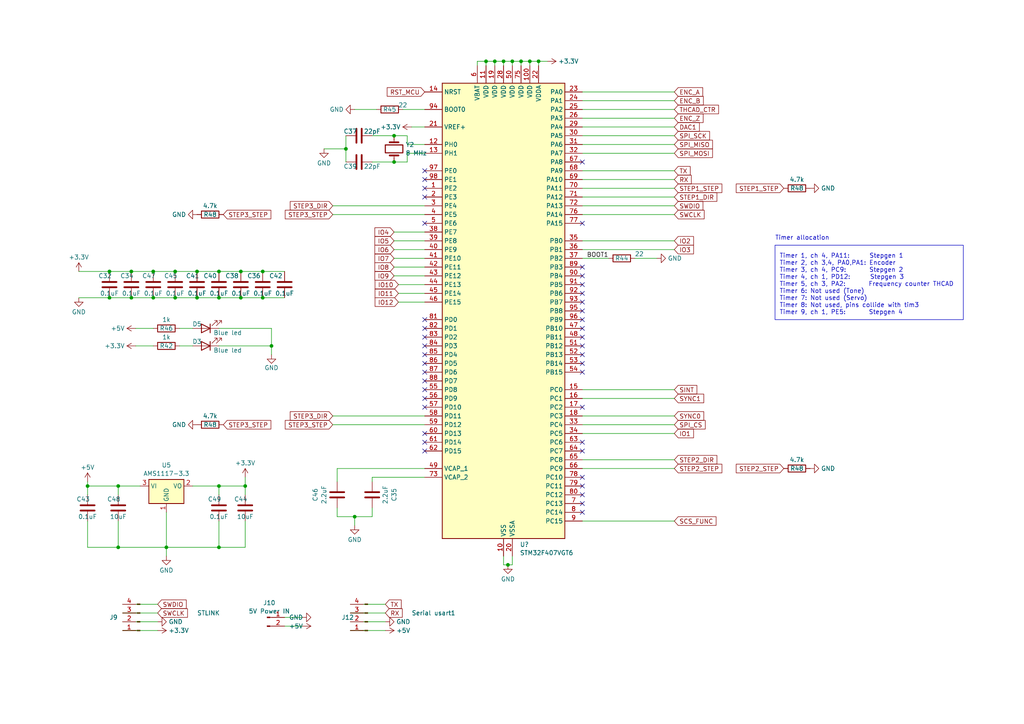
<source format=kicad_sch>
(kicad_sch (version 20230121) (generator eeschema)

  (uuid 29d1fc65-591a-4c4e-a1fd-d6076e24f303)

  (paper "A4")

  (title_block
    (title "MetalMusings EaserCAT 3000")
  )

  (lib_symbols
    (symbol "Connector:Conn_01x02_Pin" (pin_names (offset 1.016) hide) (in_bom yes) (on_board yes)
      (property "Reference" "J" (at 0 2.54 0)
        (effects (font (size 1.27 1.27)))
      )
      (property "Value" "Conn_01x02_Pin" (at 0 -5.08 0)
        (effects (font (size 1.27 1.27)))
      )
      (property "Footprint" "" (at 0 0 0)
        (effects (font (size 1.27 1.27)) hide)
      )
      (property "Datasheet" "~" (at 0 0 0)
        (effects (font (size 1.27 1.27)) hide)
      )
      (property "ki_locked" "" (at 0 0 0)
        (effects (font (size 1.27 1.27)))
      )
      (property "ki_keywords" "connector" (at 0 0 0)
        (effects (font (size 1.27 1.27)) hide)
      )
      (property "ki_description" "Generic connector, single row, 01x02, script generated" (at 0 0 0)
        (effects (font (size 1.27 1.27)) hide)
      )
      (property "ki_fp_filters" "Connector*:*_1x??_*" (at 0 0 0)
        (effects (font (size 1.27 1.27)) hide)
      )
      (symbol "Conn_01x02_Pin_1_1"
        (polyline
          (pts
            (xy 1.27 -2.54)
            (xy 0.8636 -2.54)
          )
          (stroke (width 0.1524) (type default))
          (fill (type none))
        )
        (polyline
          (pts
            (xy 1.27 0)
            (xy 0.8636 0)
          )
          (stroke (width 0.1524) (type default))
          (fill (type none))
        )
        (rectangle (start 0.8636 -2.413) (end 0 -2.667)
          (stroke (width 0.1524) (type default))
          (fill (type outline))
        )
        (rectangle (start 0.8636 0.127) (end 0 -0.127)
          (stroke (width 0.1524) (type default))
          (fill (type outline))
        )
        (pin passive line (at 5.08 0 180) (length 3.81)
          (name "Pin_1" (effects (font (size 1.27 1.27))))
          (number "1" (effects (font (size 1.27 1.27))))
        )
        (pin passive line (at 5.08 -2.54 180) (length 3.81)
          (name "Pin_2" (effects (font (size 1.27 1.27))))
          (number "2" (effects (font (size 1.27 1.27))))
        )
      )
    )
    (symbol "Connector:Conn_01x04_Pin" (pin_names (offset 1.016) hide) (in_bom yes) (on_board yes)
      (property "Reference" "J" (at 0 5.08 0)
        (effects (font (size 1.27 1.27)))
      )
      (property "Value" "Conn_01x04_Pin" (at 0 -7.62 0)
        (effects (font (size 1.27 1.27)))
      )
      (property "Footprint" "" (at 0 0 0)
        (effects (font (size 1.27 1.27)) hide)
      )
      (property "Datasheet" "~" (at 0 0 0)
        (effects (font (size 1.27 1.27)) hide)
      )
      (property "ki_locked" "" (at 0 0 0)
        (effects (font (size 1.27 1.27)))
      )
      (property "ki_keywords" "connector" (at 0 0 0)
        (effects (font (size 1.27 1.27)) hide)
      )
      (property "ki_description" "Generic connector, single row, 01x04, script generated" (at 0 0 0)
        (effects (font (size 1.27 1.27)) hide)
      )
      (property "ki_fp_filters" "Connector*:*_1x??_*" (at 0 0 0)
        (effects (font (size 1.27 1.27)) hide)
      )
      (symbol "Conn_01x04_Pin_1_1"
        (polyline
          (pts
            (xy 1.27 -5.08)
            (xy 0.8636 -5.08)
          )
          (stroke (width 0.1524) (type default))
          (fill (type none))
        )
        (polyline
          (pts
            (xy 1.27 -2.54)
            (xy 0.8636 -2.54)
          )
          (stroke (width 0.1524) (type default))
          (fill (type none))
        )
        (polyline
          (pts
            (xy 1.27 0)
            (xy 0.8636 0)
          )
          (stroke (width 0.1524) (type default))
          (fill (type none))
        )
        (polyline
          (pts
            (xy 1.27 2.54)
            (xy 0.8636 2.54)
          )
          (stroke (width 0.1524) (type default))
          (fill (type none))
        )
        (rectangle (start 0.8636 -4.953) (end 0 -5.207)
          (stroke (width 0.1524) (type default))
          (fill (type outline))
        )
        (rectangle (start 0.8636 -2.413) (end 0 -2.667)
          (stroke (width 0.1524) (type default))
          (fill (type outline))
        )
        (rectangle (start 0.8636 0.127) (end 0 -0.127)
          (stroke (width 0.1524) (type default))
          (fill (type outline))
        )
        (rectangle (start 0.8636 2.667) (end 0 2.413)
          (stroke (width 0.1524) (type default))
          (fill (type outline))
        )
        (pin passive line (at 5.08 2.54 180) (length 3.81)
          (name "Pin_1" (effects (font (size 1.27 1.27))))
          (number "1" (effects (font (size 1.27 1.27))))
        )
        (pin passive line (at 5.08 0 180) (length 3.81)
          (name "Pin_2" (effects (font (size 1.27 1.27))))
          (number "2" (effects (font (size 1.27 1.27))))
        )
        (pin passive line (at 5.08 -2.54 180) (length 3.81)
          (name "Pin_3" (effects (font (size 1.27 1.27))))
          (number "3" (effects (font (size 1.27 1.27))))
        )
        (pin passive line (at 5.08 -5.08 180) (length 3.81)
          (name "Pin_4" (effects (font (size 1.27 1.27))))
          (number "4" (effects (font (size 1.27 1.27))))
        )
      )
    )
    (symbol "Device:C" (pin_numbers hide) (pin_names (offset 0.254)) (in_bom yes) (on_board yes)
      (property "Reference" "C" (at 0.635 2.54 0)
        (effects (font (size 1.27 1.27)) (justify left))
      )
      (property "Value" "C" (at 0.635 -2.54 0)
        (effects (font (size 1.27 1.27)) (justify left))
      )
      (property "Footprint" "" (at 0.9652 -3.81 0)
        (effects (font (size 1.27 1.27)) hide)
      )
      (property "Datasheet" "~" (at 0 0 0)
        (effects (font (size 1.27 1.27)) hide)
      )
      (property "ki_keywords" "cap capacitor" (at 0 0 0)
        (effects (font (size 1.27 1.27)) hide)
      )
      (property "ki_description" "Unpolarized capacitor" (at 0 0 0)
        (effects (font (size 1.27 1.27)) hide)
      )
      (property "ki_fp_filters" "C_*" (at 0 0 0)
        (effects (font (size 1.27 1.27)) hide)
      )
      (symbol "C_0_1"
        (polyline
          (pts
            (xy -2.032 -0.762)
            (xy 2.032 -0.762)
          )
          (stroke (width 0.508) (type default))
          (fill (type none))
        )
        (polyline
          (pts
            (xy -2.032 0.762)
            (xy 2.032 0.762)
          )
          (stroke (width 0.508) (type default))
          (fill (type none))
        )
      )
      (symbol "C_1_1"
        (pin passive line (at 0 3.81 270) (length 2.794)
          (name "~" (effects (font (size 1.27 1.27))))
          (number "1" (effects (font (size 1.27 1.27))))
        )
        (pin passive line (at 0 -3.81 90) (length 2.794)
          (name "~" (effects (font (size 1.27 1.27))))
          (number "2" (effects (font (size 1.27 1.27))))
        )
      )
    )
    (symbol "Device:Crystal" (pin_numbers hide) (pin_names (offset 1.016) hide) (in_bom yes) (on_board yes)
      (property "Reference" "Y" (at 0 3.81 0)
        (effects (font (size 1.27 1.27)))
      )
      (property "Value" "Crystal" (at 0 -3.81 0)
        (effects (font (size 1.27 1.27)))
      )
      (property "Footprint" "" (at 0 0 0)
        (effects (font (size 1.27 1.27)) hide)
      )
      (property "Datasheet" "~" (at 0 0 0)
        (effects (font (size 1.27 1.27)) hide)
      )
      (property "ki_keywords" "quartz ceramic resonator oscillator" (at 0 0 0)
        (effects (font (size 1.27 1.27)) hide)
      )
      (property "ki_description" "Two pin crystal" (at 0 0 0)
        (effects (font (size 1.27 1.27)) hide)
      )
      (property "ki_fp_filters" "Crystal*" (at 0 0 0)
        (effects (font (size 1.27 1.27)) hide)
      )
      (symbol "Crystal_0_1"
        (rectangle (start -1.143 2.54) (end 1.143 -2.54)
          (stroke (width 0.3048) (type default))
          (fill (type none))
        )
        (polyline
          (pts
            (xy -2.54 0)
            (xy -1.905 0)
          )
          (stroke (width 0) (type default))
          (fill (type none))
        )
        (polyline
          (pts
            (xy -1.905 -1.27)
            (xy -1.905 1.27)
          )
          (stroke (width 0.508) (type default))
          (fill (type none))
        )
        (polyline
          (pts
            (xy 1.905 -1.27)
            (xy 1.905 1.27)
          )
          (stroke (width 0.508) (type default))
          (fill (type none))
        )
        (polyline
          (pts
            (xy 2.54 0)
            (xy 1.905 0)
          )
          (stroke (width 0) (type default))
          (fill (type none))
        )
      )
      (symbol "Crystal_1_1"
        (pin passive line (at -3.81 0 0) (length 1.27)
          (name "1" (effects (font (size 1.27 1.27))))
          (number "1" (effects (font (size 1.27 1.27))))
        )
        (pin passive line (at 3.81 0 180) (length 1.27)
          (name "2" (effects (font (size 1.27 1.27))))
          (number "2" (effects (font (size 1.27 1.27))))
        )
      )
    )
    (symbol "Device:LED" (pin_numbers hide) (pin_names (offset 1.016) hide) (in_bom yes) (on_board yes)
      (property "Reference" "D" (at 0 2.54 0)
        (effects (font (size 1.27 1.27)))
      )
      (property "Value" "LED" (at 0 -2.54 0)
        (effects (font (size 1.27 1.27)))
      )
      (property "Footprint" "" (at 0 0 0)
        (effects (font (size 1.27 1.27)) hide)
      )
      (property "Datasheet" "~" (at 0 0 0)
        (effects (font (size 1.27 1.27)) hide)
      )
      (property "ki_keywords" "LED diode" (at 0 0 0)
        (effects (font (size 1.27 1.27)) hide)
      )
      (property "ki_description" "Light emitting diode" (at 0 0 0)
        (effects (font (size 1.27 1.27)) hide)
      )
      (property "ki_fp_filters" "LED* LED_SMD:* LED_THT:*" (at 0 0 0)
        (effects (font (size 1.27 1.27)) hide)
      )
      (symbol "LED_0_1"
        (polyline
          (pts
            (xy -1.27 -1.27)
            (xy -1.27 1.27)
          )
          (stroke (width 0.254) (type default))
          (fill (type none))
        )
        (polyline
          (pts
            (xy -1.27 0)
            (xy 1.27 0)
          )
          (stroke (width 0) (type default))
          (fill (type none))
        )
        (polyline
          (pts
            (xy 1.27 -1.27)
            (xy 1.27 1.27)
            (xy -1.27 0)
            (xy 1.27 -1.27)
          )
          (stroke (width 0.254) (type default))
          (fill (type none))
        )
        (polyline
          (pts
            (xy -3.048 -0.762)
            (xy -4.572 -2.286)
            (xy -3.81 -2.286)
            (xy -4.572 -2.286)
            (xy -4.572 -1.524)
          )
          (stroke (width 0) (type default))
          (fill (type none))
        )
        (polyline
          (pts
            (xy -1.778 -0.762)
            (xy -3.302 -2.286)
            (xy -2.54 -2.286)
            (xy -3.302 -2.286)
            (xy -3.302 -1.524)
          )
          (stroke (width 0) (type default))
          (fill (type none))
        )
      )
      (symbol "LED_1_1"
        (pin passive line (at -3.81 0 0) (length 2.54)
          (name "K" (effects (font (size 1.27 1.27))))
          (number "1" (effects (font (size 1.27 1.27))))
        )
        (pin passive line (at 3.81 0 180) (length 2.54)
          (name "A" (effects (font (size 1.27 1.27))))
          (number "2" (effects (font (size 1.27 1.27))))
        )
      )
    )
    (symbol "Device:R" (pin_numbers hide) (pin_names (offset 0)) (in_bom yes) (on_board yes)
      (property "Reference" "R" (at 2.032 0 90)
        (effects (font (size 1.27 1.27)))
      )
      (property "Value" "R" (at 0 0 90)
        (effects (font (size 1.27 1.27)))
      )
      (property "Footprint" "" (at -1.778 0 90)
        (effects (font (size 1.27 1.27)) hide)
      )
      (property "Datasheet" "~" (at 0 0 0)
        (effects (font (size 1.27 1.27)) hide)
      )
      (property "ki_keywords" "R res resistor" (at 0 0 0)
        (effects (font (size 1.27 1.27)) hide)
      )
      (property "ki_description" "Resistor" (at 0 0 0)
        (effects (font (size 1.27 1.27)) hide)
      )
      (property "ki_fp_filters" "R_*" (at 0 0 0)
        (effects (font (size 1.27 1.27)) hide)
      )
      (symbol "R_0_1"
        (rectangle (start -1.016 -2.54) (end 1.016 2.54)
          (stroke (width 0.254) (type default))
          (fill (type none))
        )
      )
      (symbol "R_1_1"
        (pin passive line (at 0 3.81 270) (length 1.27)
          (name "~" (effects (font (size 1.27 1.27))))
          (number "1" (effects (font (size 1.27 1.27))))
        )
        (pin passive line (at 0 -3.81 90) (length 1.27)
          (name "~" (effects (font (size 1.27 1.27))))
          (number "2" (effects (font (size 1.27 1.27))))
        )
      )
    )
    (symbol "MCU_ST_STM32F4:STM32F407VGTx" (in_bom yes) (on_board yes)
      (property "Reference" "U" (at -17.78 67.31 0)
        (effects (font (size 1.27 1.27)) (justify left))
      )
      (property "Value" "STM32F407VGTx" (at 12.7 67.31 0)
        (effects (font (size 1.27 1.27)) (justify left))
      )
      (property "Footprint" "Package_QFP:LQFP-100_14x14mm_P0.5mm" (at -17.78 -66.04 0)
        (effects (font (size 1.27 1.27)) (justify right) hide)
      )
      (property "Datasheet" "https://www.st.com/resource/en/datasheet/stm32f407vg.pdf" (at 0 0 0)
        (effects (font (size 1.27 1.27)) hide)
      )
      (property "ki_locked" "" (at 0 0 0)
        (effects (font (size 1.27 1.27)))
      )
      (property "ki_keywords" "Arm Cortex-M4 STM32F4 STM32F407/417" (at 0 0 0)
        (effects (font (size 1.27 1.27)) hide)
      )
      (property "ki_description" "STMicroelectronics Arm Cortex-M4 MCU, 1024KB flash, 192KB RAM, 168 MHz, 1.8-3.6V, 82 GPIO, LQFP100" (at 0 0 0)
        (effects (font (size 1.27 1.27)) hide)
      )
      (property "ki_fp_filters" "LQFP*14x14mm*P0.5mm*" (at 0 0 0)
        (effects (font (size 1.27 1.27)) hide)
      )
      (symbol "STM32F407VGTx_0_1"
        (rectangle (start -17.78 -66.04) (end 17.78 66.04)
          (stroke (width 0.254) (type default))
          (fill (type background))
        )
      )
      (symbol "STM32F407VGTx_1_1"
        (pin bidirectional line (at -22.86 35.56 0) (length 5.08)
          (name "PE2" (effects (font (size 1.27 1.27))))
          (number "1" (effects (font (size 1.27 1.27))))
          (alternate "ETH_TXD3" bidirectional line)
          (alternate "FSMC_A23" bidirectional line)
          (alternate "SYS_TRACECLK" bidirectional line)
        )
        (pin power_in line (at 0 -71.12 90) (length 5.08)
          (name "VSS" (effects (font (size 1.27 1.27))))
          (number "10" (effects (font (size 1.27 1.27))))
        )
        (pin power_in line (at 7.62 71.12 270) (length 5.08)
          (name "VDD" (effects (font (size 1.27 1.27))))
          (number "100" (effects (font (size 1.27 1.27))))
        )
        (pin power_in line (at -5.08 71.12 270) (length 5.08)
          (name "VDD" (effects (font (size 1.27 1.27))))
          (number "11" (effects (font (size 1.27 1.27))))
        )
        (pin bidirectional line (at -22.86 48.26 0) (length 5.08)
          (name "PH0" (effects (font (size 1.27 1.27))))
          (number "12" (effects (font (size 1.27 1.27))))
          (alternate "RCC_OSC_IN" bidirectional line)
        )
        (pin bidirectional line (at -22.86 45.72 0) (length 5.08)
          (name "PH1" (effects (font (size 1.27 1.27))))
          (number "13" (effects (font (size 1.27 1.27))))
          (alternate "RCC_OSC_OUT" bidirectional line)
        )
        (pin input line (at -22.86 63.5 0) (length 5.08)
          (name "NRST" (effects (font (size 1.27 1.27))))
          (number "14" (effects (font (size 1.27 1.27))))
        )
        (pin bidirectional line (at 22.86 -22.86 180) (length 5.08)
          (name "PC0" (effects (font (size 1.27 1.27))))
          (number "15" (effects (font (size 1.27 1.27))))
          (alternate "ADC1_IN10" bidirectional line)
          (alternate "ADC2_IN10" bidirectional line)
          (alternate "ADC3_IN10" bidirectional line)
          (alternate "USB_OTG_HS_ULPI_STP" bidirectional line)
        )
        (pin bidirectional line (at 22.86 -25.4 180) (length 5.08)
          (name "PC1" (effects (font (size 1.27 1.27))))
          (number "16" (effects (font (size 1.27 1.27))))
          (alternate "ADC1_IN11" bidirectional line)
          (alternate "ADC2_IN11" bidirectional line)
          (alternate "ADC3_IN11" bidirectional line)
          (alternate "ETH_MDC" bidirectional line)
        )
        (pin bidirectional line (at 22.86 -27.94 180) (length 5.08)
          (name "PC2" (effects (font (size 1.27 1.27))))
          (number "17" (effects (font (size 1.27 1.27))))
          (alternate "ADC1_IN12" bidirectional line)
          (alternate "ADC2_IN12" bidirectional line)
          (alternate "ADC3_IN12" bidirectional line)
          (alternate "ETH_TXD2" bidirectional line)
          (alternate "I2S2_ext_SD" bidirectional line)
          (alternate "SPI2_MISO" bidirectional line)
          (alternate "USB_OTG_HS_ULPI_DIR" bidirectional line)
        )
        (pin bidirectional line (at 22.86 -30.48 180) (length 5.08)
          (name "PC3" (effects (font (size 1.27 1.27))))
          (number "18" (effects (font (size 1.27 1.27))))
          (alternate "ADC1_IN13" bidirectional line)
          (alternate "ADC2_IN13" bidirectional line)
          (alternate "ADC3_IN13" bidirectional line)
          (alternate "ETH_TX_CLK" bidirectional line)
          (alternate "I2S2_SD" bidirectional line)
          (alternate "SPI2_MOSI" bidirectional line)
          (alternate "USB_OTG_HS_ULPI_NXT" bidirectional line)
        )
        (pin power_in line (at -2.54 71.12 270) (length 5.08)
          (name "VDD" (effects (font (size 1.27 1.27))))
          (number "19" (effects (font (size 1.27 1.27))))
        )
        (pin bidirectional line (at -22.86 33.02 0) (length 5.08)
          (name "PE3" (effects (font (size 1.27 1.27))))
          (number "2" (effects (font (size 1.27 1.27))))
          (alternate "FSMC_A19" bidirectional line)
          (alternate "SYS_TRACED0" bidirectional line)
        )
        (pin power_in line (at 2.54 -71.12 90) (length 5.08)
          (name "VSSA" (effects (font (size 1.27 1.27))))
          (number "20" (effects (font (size 1.27 1.27))))
        )
        (pin input line (at -22.86 53.34 0) (length 5.08)
          (name "VREF+" (effects (font (size 1.27 1.27))))
          (number "21" (effects (font (size 1.27 1.27))))
        )
        (pin power_in line (at 10.16 71.12 270) (length 5.08)
          (name "VDDA" (effects (font (size 1.27 1.27))))
          (number "22" (effects (font (size 1.27 1.27))))
        )
        (pin bidirectional line (at 22.86 63.5 180) (length 5.08)
          (name "PA0" (effects (font (size 1.27 1.27))))
          (number "23" (effects (font (size 1.27 1.27))))
          (alternate "ADC1_IN0" bidirectional line)
          (alternate "ADC2_IN0" bidirectional line)
          (alternate "ADC3_IN0" bidirectional line)
          (alternate "ETH_CRS" bidirectional line)
          (alternate "SYS_WKUP" bidirectional line)
          (alternate "TIM2_CH1" bidirectional line)
          (alternate "TIM2_ETR" bidirectional line)
          (alternate "TIM5_CH1" bidirectional line)
          (alternate "TIM8_ETR" bidirectional line)
          (alternate "UART4_TX" bidirectional line)
          (alternate "USART2_CTS" bidirectional line)
        )
        (pin bidirectional line (at 22.86 60.96 180) (length 5.08)
          (name "PA1" (effects (font (size 1.27 1.27))))
          (number "24" (effects (font (size 1.27 1.27))))
          (alternate "ADC1_IN1" bidirectional line)
          (alternate "ADC2_IN1" bidirectional line)
          (alternate "ADC3_IN1" bidirectional line)
          (alternate "ETH_REF_CLK" bidirectional line)
          (alternate "ETH_RX_CLK" bidirectional line)
          (alternate "TIM2_CH2" bidirectional line)
          (alternate "TIM5_CH2" bidirectional line)
          (alternate "UART4_RX" bidirectional line)
          (alternate "USART2_RTS" bidirectional line)
        )
        (pin bidirectional line (at 22.86 58.42 180) (length 5.08)
          (name "PA2" (effects (font (size 1.27 1.27))))
          (number "25" (effects (font (size 1.27 1.27))))
          (alternate "ADC1_IN2" bidirectional line)
          (alternate "ADC2_IN2" bidirectional line)
          (alternate "ADC3_IN2" bidirectional line)
          (alternate "ETH_MDIO" bidirectional line)
          (alternate "TIM2_CH3" bidirectional line)
          (alternate "TIM5_CH3" bidirectional line)
          (alternate "TIM9_CH1" bidirectional line)
          (alternate "USART2_TX" bidirectional line)
        )
        (pin bidirectional line (at 22.86 55.88 180) (length 5.08)
          (name "PA3" (effects (font (size 1.27 1.27))))
          (number "26" (effects (font (size 1.27 1.27))))
          (alternate "ADC1_IN3" bidirectional line)
          (alternate "ADC2_IN3" bidirectional line)
          (alternate "ADC3_IN3" bidirectional line)
          (alternate "ETH_COL" bidirectional line)
          (alternate "TIM2_CH4" bidirectional line)
          (alternate "TIM5_CH4" bidirectional line)
          (alternate "TIM9_CH2" bidirectional line)
          (alternate "USART2_RX" bidirectional line)
          (alternate "USB_OTG_HS_ULPI_D0" bidirectional line)
        )
        (pin passive line (at 0 -71.12 90) (length 5.08) hide
          (name "VSS" (effects (font (size 1.27 1.27))))
          (number "27" (effects (font (size 1.27 1.27))))
        )
        (pin power_in line (at 0 71.12 270) (length 5.08)
          (name "VDD" (effects (font (size 1.27 1.27))))
          (number "28" (effects (font (size 1.27 1.27))))
        )
        (pin bidirectional line (at 22.86 53.34 180) (length 5.08)
          (name "PA4" (effects (font (size 1.27 1.27))))
          (number "29" (effects (font (size 1.27 1.27))))
          (alternate "ADC1_IN4" bidirectional line)
          (alternate "ADC2_IN4" bidirectional line)
          (alternate "DAC_OUT1" bidirectional line)
          (alternate "DCMI_HSYNC" bidirectional line)
          (alternate "I2S3_WS" bidirectional line)
          (alternate "SPI1_NSS" bidirectional line)
          (alternate "SPI3_NSS" bidirectional line)
          (alternate "USART2_CK" bidirectional line)
          (alternate "USB_OTG_HS_SOF" bidirectional line)
        )
        (pin bidirectional line (at -22.86 30.48 0) (length 5.08)
          (name "PE4" (effects (font (size 1.27 1.27))))
          (number "3" (effects (font (size 1.27 1.27))))
          (alternate "DCMI_D4" bidirectional line)
          (alternate "FSMC_A20" bidirectional line)
          (alternate "SYS_TRACED1" bidirectional line)
        )
        (pin bidirectional line (at 22.86 50.8 180) (length 5.08)
          (name "PA5" (effects (font (size 1.27 1.27))))
          (number "30" (effects (font (size 1.27 1.27))))
          (alternate "ADC1_IN5" bidirectional line)
          (alternate "ADC2_IN5" bidirectional line)
          (alternate "DAC_OUT2" bidirectional line)
          (alternate "SPI1_SCK" bidirectional line)
          (alternate "TIM2_CH1" bidirectional line)
          (alternate "TIM2_ETR" bidirectional line)
          (alternate "TIM8_CH1N" bidirectional line)
          (alternate "USB_OTG_HS_ULPI_CK" bidirectional line)
        )
        (pin bidirectional line (at 22.86 48.26 180) (length 5.08)
          (name "PA6" (effects (font (size 1.27 1.27))))
          (number "31" (effects (font (size 1.27 1.27))))
          (alternate "ADC1_IN6" bidirectional line)
          (alternate "ADC2_IN6" bidirectional line)
          (alternate "DCMI_PIXCLK" bidirectional line)
          (alternate "SPI1_MISO" bidirectional line)
          (alternate "TIM13_CH1" bidirectional line)
          (alternate "TIM1_BKIN" bidirectional line)
          (alternate "TIM3_CH1" bidirectional line)
          (alternate "TIM8_BKIN" bidirectional line)
        )
        (pin bidirectional line (at 22.86 45.72 180) (length 5.08)
          (name "PA7" (effects (font (size 1.27 1.27))))
          (number "32" (effects (font (size 1.27 1.27))))
          (alternate "ADC1_IN7" bidirectional line)
          (alternate "ADC2_IN7" bidirectional line)
          (alternate "ETH_CRS_DV" bidirectional line)
          (alternate "ETH_RX_DV" bidirectional line)
          (alternate "SPI1_MOSI" bidirectional line)
          (alternate "TIM14_CH1" bidirectional line)
          (alternate "TIM1_CH1N" bidirectional line)
          (alternate "TIM3_CH2" bidirectional line)
          (alternate "TIM8_CH1N" bidirectional line)
        )
        (pin bidirectional line (at 22.86 -33.02 180) (length 5.08)
          (name "PC4" (effects (font (size 1.27 1.27))))
          (number "33" (effects (font (size 1.27 1.27))))
          (alternate "ADC1_IN14" bidirectional line)
          (alternate "ADC2_IN14" bidirectional line)
          (alternate "ETH_RXD0" bidirectional line)
        )
        (pin bidirectional line (at 22.86 -35.56 180) (length 5.08)
          (name "PC5" (effects (font (size 1.27 1.27))))
          (number "34" (effects (font (size 1.27 1.27))))
          (alternate "ADC1_IN15" bidirectional line)
          (alternate "ADC2_IN15" bidirectional line)
          (alternate "ETH_RXD1" bidirectional line)
        )
        (pin bidirectional line (at 22.86 20.32 180) (length 5.08)
          (name "PB0" (effects (font (size 1.27 1.27))))
          (number "35" (effects (font (size 1.27 1.27))))
          (alternate "ADC1_IN8" bidirectional line)
          (alternate "ADC2_IN8" bidirectional line)
          (alternate "ETH_RXD2" bidirectional line)
          (alternate "TIM1_CH2N" bidirectional line)
          (alternate "TIM3_CH3" bidirectional line)
          (alternate "TIM8_CH2N" bidirectional line)
          (alternate "USB_OTG_HS_ULPI_D1" bidirectional line)
        )
        (pin bidirectional line (at 22.86 17.78 180) (length 5.08)
          (name "PB1" (effects (font (size 1.27 1.27))))
          (number "36" (effects (font (size 1.27 1.27))))
          (alternate "ADC1_IN9" bidirectional line)
          (alternate "ADC2_IN9" bidirectional line)
          (alternate "ETH_RXD3" bidirectional line)
          (alternate "TIM1_CH3N" bidirectional line)
          (alternate "TIM3_CH4" bidirectional line)
          (alternate "TIM8_CH3N" bidirectional line)
          (alternate "USB_OTG_HS_ULPI_D2" bidirectional line)
        )
        (pin bidirectional line (at 22.86 15.24 180) (length 5.08)
          (name "PB2" (effects (font (size 1.27 1.27))))
          (number "37" (effects (font (size 1.27 1.27))))
        )
        (pin bidirectional line (at -22.86 22.86 0) (length 5.08)
          (name "PE7" (effects (font (size 1.27 1.27))))
          (number "38" (effects (font (size 1.27 1.27))))
          (alternate "FSMC_D4" bidirectional line)
          (alternate "FSMC_DA4" bidirectional line)
          (alternate "TIM1_ETR" bidirectional line)
        )
        (pin bidirectional line (at -22.86 20.32 0) (length 5.08)
          (name "PE8" (effects (font (size 1.27 1.27))))
          (number "39" (effects (font (size 1.27 1.27))))
          (alternate "FSMC_D5" bidirectional line)
          (alternate "FSMC_DA5" bidirectional line)
          (alternate "TIM1_CH1N" bidirectional line)
        )
        (pin bidirectional line (at -22.86 27.94 0) (length 5.08)
          (name "PE5" (effects (font (size 1.27 1.27))))
          (number "4" (effects (font (size 1.27 1.27))))
          (alternate "DCMI_D6" bidirectional line)
          (alternate "FSMC_A21" bidirectional line)
          (alternate "SYS_TRACED2" bidirectional line)
          (alternate "TIM9_CH1" bidirectional line)
        )
        (pin bidirectional line (at -22.86 17.78 0) (length 5.08)
          (name "PE9" (effects (font (size 1.27 1.27))))
          (number "40" (effects (font (size 1.27 1.27))))
          (alternate "DAC_EXTI9" bidirectional line)
          (alternate "FSMC_D6" bidirectional line)
          (alternate "FSMC_DA6" bidirectional line)
          (alternate "TIM1_CH1" bidirectional line)
        )
        (pin bidirectional line (at -22.86 15.24 0) (length 5.08)
          (name "PE10" (effects (font (size 1.27 1.27))))
          (number "41" (effects (font (size 1.27 1.27))))
          (alternate "FSMC_D7" bidirectional line)
          (alternate "FSMC_DA7" bidirectional line)
          (alternate "TIM1_CH2N" bidirectional line)
        )
        (pin bidirectional line (at -22.86 12.7 0) (length 5.08)
          (name "PE11" (effects (font (size 1.27 1.27))))
          (number "42" (effects (font (size 1.27 1.27))))
          (alternate "ADC1_EXTI11" bidirectional line)
          (alternate "ADC2_EXTI11" bidirectional line)
          (alternate "ADC3_EXTI11" bidirectional line)
          (alternate "FSMC_D8" bidirectional line)
          (alternate "FSMC_DA8" bidirectional line)
          (alternate "TIM1_CH2" bidirectional line)
        )
        (pin bidirectional line (at -22.86 10.16 0) (length 5.08)
          (name "PE12" (effects (font (size 1.27 1.27))))
          (number "43" (effects (font (size 1.27 1.27))))
          (alternate "FSMC_D9" bidirectional line)
          (alternate "FSMC_DA9" bidirectional line)
          (alternate "TIM1_CH3N" bidirectional line)
        )
        (pin bidirectional line (at -22.86 7.62 0) (length 5.08)
          (name "PE13" (effects (font (size 1.27 1.27))))
          (number "44" (effects (font (size 1.27 1.27))))
          (alternate "FSMC_D10" bidirectional line)
          (alternate "FSMC_DA10" bidirectional line)
          (alternate "TIM1_CH3" bidirectional line)
        )
        (pin bidirectional line (at -22.86 5.08 0) (length 5.08)
          (name "PE14" (effects (font (size 1.27 1.27))))
          (number "45" (effects (font (size 1.27 1.27))))
          (alternate "FSMC_D11" bidirectional line)
          (alternate "FSMC_DA11" bidirectional line)
          (alternate "TIM1_CH4" bidirectional line)
        )
        (pin bidirectional line (at -22.86 2.54 0) (length 5.08)
          (name "PE15" (effects (font (size 1.27 1.27))))
          (number "46" (effects (font (size 1.27 1.27))))
          (alternate "ADC1_EXTI15" bidirectional line)
          (alternate "ADC2_EXTI15" bidirectional line)
          (alternate "ADC3_EXTI15" bidirectional line)
          (alternate "FSMC_D12" bidirectional line)
          (alternate "FSMC_DA12" bidirectional line)
          (alternate "TIM1_BKIN" bidirectional line)
        )
        (pin bidirectional line (at 22.86 -5.08 180) (length 5.08)
          (name "PB10" (effects (font (size 1.27 1.27))))
          (number "47" (effects (font (size 1.27 1.27))))
          (alternate "ETH_RX_ER" bidirectional line)
          (alternate "I2C2_SCL" bidirectional line)
          (alternate "I2S2_CK" bidirectional line)
          (alternate "SPI2_SCK" bidirectional line)
          (alternate "TIM2_CH3" bidirectional line)
          (alternate "USART3_TX" bidirectional line)
          (alternate "USB_OTG_HS_ULPI_D3" bidirectional line)
        )
        (pin bidirectional line (at 22.86 -7.62 180) (length 5.08)
          (name "PB11" (effects (font (size 1.27 1.27))))
          (number "48" (effects (font (size 1.27 1.27))))
          (alternate "ADC1_EXTI11" bidirectional line)
          (alternate "ADC2_EXTI11" bidirectional line)
          (alternate "ADC3_EXTI11" bidirectional line)
          (alternate "ETH_TX_EN" bidirectional line)
          (alternate "I2C2_SDA" bidirectional line)
          (alternate "TIM2_CH4" bidirectional line)
          (alternate "USART3_RX" bidirectional line)
          (alternate "USB_OTG_HS_ULPI_D4" bidirectional line)
        )
        (pin power_out line (at -22.86 -45.72 0) (length 5.08)
          (name "VCAP_1" (effects (font (size 1.27 1.27))))
          (number "49" (effects (font (size 1.27 1.27))))
        )
        (pin bidirectional line (at -22.86 25.4 0) (length 5.08)
          (name "PE6" (effects (font (size 1.27 1.27))))
          (number "5" (effects (font (size 1.27 1.27))))
          (alternate "DCMI_D7" bidirectional line)
          (alternate "FSMC_A22" bidirectional line)
          (alternate "SYS_TRACED3" bidirectional line)
          (alternate "TIM9_CH2" bidirectional line)
        )
        (pin power_in line (at 2.54 71.12 270) (length 5.08)
          (name "VDD" (effects (font (size 1.27 1.27))))
          (number "50" (effects (font (size 1.27 1.27))))
        )
        (pin bidirectional line (at 22.86 -10.16 180) (length 5.08)
          (name "PB12" (effects (font (size 1.27 1.27))))
          (number "51" (effects (font (size 1.27 1.27))))
          (alternate "CAN2_RX" bidirectional line)
          (alternate "ETH_TXD0" bidirectional line)
          (alternate "I2C2_SMBA" bidirectional line)
          (alternate "I2S2_WS" bidirectional line)
          (alternate "SPI2_NSS" bidirectional line)
          (alternate "TIM1_BKIN" bidirectional line)
          (alternate "USART3_CK" bidirectional line)
          (alternate "USB_OTG_HS_ID" bidirectional line)
          (alternate "USB_OTG_HS_ULPI_D5" bidirectional line)
        )
        (pin bidirectional line (at 22.86 -12.7 180) (length 5.08)
          (name "PB13" (effects (font (size 1.27 1.27))))
          (number "52" (effects (font (size 1.27 1.27))))
          (alternate "CAN2_TX" bidirectional line)
          (alternate "ETH_TXD1" bidirectional line)
          (alternate "I2S2_CK" bidirectional line)
          (alternate "SPI2_SCK" bidirectional line)
          (alternate "TIM1_CH1N" bidirectional line)
          (alternate "USART3_CTS" bidirectional line)
          (alternate "USB_OTG_HS_ULPI_D6" bidirectional line)
          (alternate "USB_OTG_HS_VBUS" bidirectional line)
        )
        (pin bidirectional line (at 22.86 -15.24 180) (length 5.08)
          (name "PB14" (effects (font (size 1.27 1.27))))
          (number "53" (effects (font (size 1.27 1.27))))
          (alternate "I2S2_ext_SD" bidirectional line)
          (alternate "SPI2_MISO" bidirectional line)
          (alternate "TIM12_CH1" bidirectional line)
          (alternate "TIM1_CH2N" bidirectional line)
          (alternate "TIM8_CH2N" bidirectional line)
          (alternate "USART3_RTS" bidirectional line)
          (alternate "USB_OTG_HS_DM" bidirectional line)
        )
        (pin bidirectional line (at 22.86 -17.78 180) (length 5.08)
          (name "PB15" (effects (font (size 1.27 1.27))))
          (number "54" (effects (font (size 1.27 1.27))))
          (alternate "ADC1_EXTI15" bidirectional line)
          (alternate "ADC2_EXTI15" bidirectional line)
          (alternate "ADC3_EXTI15" bidirectional line)
          (alternate "I2S2_SD" bidirectional line)
          (alternate "RTC_REFIN" bidirectional line)
          (alternate "SPI2_MOSI" bidirectional line)
          (alternate "TIM12_CH2" bidirectional line)
          (alternate "TIM1_CH3N" bidirectional line)
          (alternate "TIM8_CH3N" bidirectional line)
          (alternate "USB_OTG_HS_DP" bidirectional line)
        )
        (pin bidirectional line (at -22.86 -22.86 0) (length 5.08)
          (name "PD8" (effects (font (size 1.27 1.27))))
          (number "55" (effects (font (size 1.27 1.27))))
          (alternate "FSMC_D13" bidirectional line)
          (alternate "FSMC_DA13" bidirectional line)
          (alternate "USART3_TX" bidirectional line)
        )
        (pin bidirectional line (at -22.86 -25.4 0) (length 5.08)
          (name "PD9" (effects (font (size 1.27 1.27))))
          (number "56" (effects (font (size 1.27 1.27))))
          (alternate "DAC_EXTI9" bidirectional line)
          (alternate "FSMC_D14" bidirectional line)
          (alternate "FSMC_DA14" bidirectional line)
          (alternate "USART3_RX" bidirectional line)
        )
        (pin bidirectional line (at -22.86 -27.94 0) (length 5.08)
          (name "PD10" (effects (font (size 1.27 1.27))))
          (number "57" (effects (font (size 1.27 1.27))))
          (alternate "FSMC_D15" bidirectional line)
          (alternate "FSMC_DA15" bidirectional line)
          (alternate "USART3_CK" bidirectional line)
        )
        (pin bidirectional line (at -22.86 -30.48 0) (length 5.08)
          (name "PD11" (effects (font (size 1.27 1.27))))
          (number "58" (effects (font (size 1.27 1.27))))
          (alternate "ADC1_EXTI11" bidirectional line)
          (alternate "ADC2_EXTI11" bidirectional line)
          (alternate "ADC3_EXTI11" bidirectional line)
          (alternate "FSMC_A16" bidirectional line)
          (alternate "FSMC_CLE" bidirectional line)
          (alternate "USART3_CTS" bidirectional line)
        )
        (pin bidirectional line (at -22.86 -33.02 0) (length 5.08)
          (name "PD12" (effects (font (size 1.27 1.27))))
          (number "59" (effects (font (size 1.27 1.27))))
          (alternate "FSMC_A17" bidirectional line)
          (alternate "FSMC_ALE" bidirectional line)
          (alternate "TIM4_CH1" bidirectional line)
          (alternate "USART3_RTS" bidirectional line)
        )
        (pin power_in line (at -7.62 71.12 270) (length 5.08)
          (name "VBAT" (effects (font (size 1.27 1.27))))
          (number "6" (effects (font (size 1.27 1.27))))
        )
        (pin bidirectional line (at -22.86 -35.56 0) (length 5.08)
          (name "PD13" (effects (font (size 1.27 1.27))))
          (number "60" (effects (font (size 1.27 1.27))))
          (alternate "FSMC_A18" bidirectional line)
          (alternate "TIM4_CH2" bidirectional line)
        )
        (pin bidirectional line (at -22.86 -38.1 0) (length 5.08)
          (name "PD14" (effects (font (size 1.27 1.27))))
          (number "61" (effects (font (size 1.27 1.27))))
          (alternate "FSMC_D0" bidirectional line)
          (alternate "FSMC_DA0" bidirectional line)
          (alternate "TIM4_CH3" bidirectional line)
        )
        (pin bidirectional line (at -22.86 -40.64 0) (length 5.08)
          (name "PD15" (effects (font (size 1.27 1.27))))
          (number "62" (effects (font (size 1.27 1.27))))
          (alternate "ADC1_EXTI15" bidirectional line)
          (alternate "ADC2_EXTI15" bidirectional line)
          (alternate "ADC3_EXTI15" bidirectional line)
          (alternate "FSMC_D1" bidirectional line)
          (alternate "FSMC_DA1" bidirectional line)
          (alternate "TIM4_CH4" bidirectional line)
        )
        (pin bidirectional line (at 22.86 -38.1 180) (length 5.08)
          (name "PC6" (effects (font (size 1.27 1.27))))
          (number "63" (effects (font (size 1.27 1.27))))
          (alternate "DCMI_D0" bidirectional line)
          (alternate "I2S2_MCK" bidirectional line)
          (alternate "SDIO_D6" bidirectional line)
          (alternate "TIM3_CH1" bidirectional line)
          (alternate "TIM8_CH1" bidirectional line)
          (alternate "USART6_TX" bidirectional line)
        )
        (pin bidirectional line (at 22.86 -40.64 180) (length 5.08)
          (name "PC7" (effects (font (size 1.27 1.27))))
          (number "64" (effects (font (size 1.27 1.27))))
          (alternate "DCMI_D1" bidirectional line)
          (alternate "I2S3_MCK" bidirectional line)
          (alternate "SDIO_D7" bidirectional line)
          (alternate "TIM3_CH2" bidirectional line)
          (alternate "TIM8_CH2" bidirectional line)
          (alternate "USART6_RX" bidirectional line)
        )
        (pin bidirectional line (at 22.86 -43.18 180) (length 5.08)
          (name "PC8" (effects (font (size 1.27 1.27))))
          (number "65" (effects (font (size 1.27 1.27))))
          (alternate "DCMI_D2" bidirectional line)
          (alternate "SDIO_D0" bidirectional line)
          (alternate "TIM3_CH3" bidirectional line)
          (alternate "TIM8_CH3" bidirectional line)
          (alternate "USART6_CK" bidirectional line)
        )
        (pin bidirectional line (at 22.86 -45.72 180) (length 5.08)
          (name "PC9" (effects (font (size 1.27 1.27))))
          (number "66" (effects (font (size 1.27 1.27))))
          (alternate "DAC_EXTI9" bidirectional line)
          (alternate "DCMI_D3" bidirectional line)
          (alternate "I2C3_SDA" bidirectional line)
          (alternate "I2S_CKIN" bidirectional line)
          (alternate "RCC_MCO_2" bidirectional line)
          (alternate "SDIO_D1" bidirectional line)
          (alternate "TIM3_CH4" bidirectional line)
          (alternate "TIM8_CH4" bidirectional line)
        )
        (pin bidirectional line (at 22.86 43.18 180) (length 5.08)
          (name "PA8" (effects (font (size 1.27 1.27))))
          (number "67" (effects (font (size 1.27 1.27))))
          (alternate "I2C3_SCL" bidirectional line)
          (alternate "RCC_MCO_1" bidirectional line)
          (alternate "TIM1_CH1" bidirectional line)
          (alternate "USART1_CK" bidirectional line)
          (alternate "USB_OTG_FS_SOF" bidirectional line)
        )
        (pin bidirectional line (at 22.86 40.64 180) (length 5.08)
          (name "PA9" (effects (font (size 1.27 1.27))))
          (number "68" (effects (font (size 1.27 1.27))))
          (alternate "DAC_EXTI9" bidirectional line)
          (alternate "DCMI_D0" bidirectional line)
          (alternate "I2C3_SMBA" bidirectional line)
          (alternate "TIM1_CH2" bidirectional line)
          (alternate "USART1_TX" bidirectional line)
          (alternate "USB_OTG_FS_VBUS" bidirectional line)
        )
        (pin bidirectional line (at 22.86 38.1 180) (length 5.08)
          (name "PA10" (effects (font (size 1.27 1.27))))
          (number "69" (effects (font (size 1.27 1.27))))
          (alternate "DCMI_D1" bidirectional line)
          (alternate "TIM1_CH3" bidirectional line)
          (alternate "USART1_RX" bidirectional line)
          (alternate "USB_OTG_FS_ID" bidirectional line)
        )
        (pin bidirectional line (at 22.86 -55.88 180) (length 5.08)
          (name "PC13" (effects (font (size 1.27 1.27))))
          (number "7" (effects (font (size 1.27 1.27))))
          (alternate "RTC_AF1" bidirectional line)
        )
        (pin bidirectional line (at 22.86 35.56 180) (length 5.08)
          (name "PA11" (effects (font (size 1.27 1.27))))
          (number "70" (effects (font (size 1.27 1.27))))
          (alternate "ADC1_EXTI11" bidirectional line)
          (alternate "ADC2_EXTI11" bidirectional line)
          (alternate "ADC3_EXTI11" bidirectional line)
          (alternate "CAN1_RX" bidirectional line)
          (alternate "TIM1_CH4" bidirectional line)
          (alternate "USART1_CTS" bidirectional line)
          (alternate "USB_OTG_FS_DM" bidirectional line)
        )
        (pin bidirectional line (at 22.86 33.02 180) (length 5.08)
          (name "PA12" (effects (font (size 1.27 1.27))))
          (number "71" (effects (font (size 1.27 1.27))))
          (alternate "CAN1_TX" bidirectional line)
          (alternate "TIM1_ETR" bidirectional line)
          (alternate "USART1_RTS" bidirectional line)
          (alternate "USB_OTG_FS_DP" bidirectional line)
        )
        (pin bidirectional line (at 22.86 30.48 180) (length 5.08)
          (name "PA13" (effects (font (size 1.27 1.27))))
          (number "72" (effects (font (size 1.27 1.27))))
          (alternate "SYS_JTMS-SWDIO" bidirectional line)
        )
        (pin power_out line (at -22.86 -48.26 0) (length 5.08)
          (name "VCAP_2" (effects (font (size 1.27 1.27))))
          (number "73" (effects (font (size 1.27 1.27))))
        )
        (pin passive line (at 0 -71.12 90) (length 5.08) hide
          (name "VSS" (effects (font (size 1.27 1.27))))
          (number "74" (effects (font (size 1.27 1.27))))
        )
        (pin power_in line (at 5.08 71.12 270) (length 5.08)
          (name "VDD" (effects (font (size 1.27 1.27))))
          (number "75" (effects (font (size 1.27 1.27))))
        )
        (pin bidirectional line (at 22.86 27.94 180) (length 5.08)
          (name "PA14" (effects (font (size 1.27 1.27))))
          (number "76" (effects (font (size 1.27 1.27))))
          (alternate "SYS_JTCK-SWCLK" bidirectional line)
        )
        (pin bidirectional line (at 22.86 25.4 180) (length 5.08)
          (name "PA15" (effects (font (size 1.27 1.27))))
          (number "77" (effects (font (size 1.27 1.27))))
          (alternate "ADC1_EXTI15" bidirectional line)
          (alternate "ADC2_EXTI15" bidirectional line)
          (alternate "ADC3_EXTI15" bidirectional line)
          (alternate "I2S3_WS" bidirectional line)
          (alternate "SPI1_NSS" bidirectional line)
          (alternate "SPI3_NSS" bidirectional line)
          (alternate "SYS_JTDI" bidirectional line)
          (alternate "TIM2_CH1" bidirectional line)
          (alternate "TIM2_ETR" bidirectional line)
        )
        (pin bidirectional line (at 22.86 -48.26 180) (length 5.08)
          (name "PC10" (effects (font (size 1.27 1.27))))
          (number "78" (effects (font (size 1.27 1.27))))
          (alternate "DCMI_D8" bidirectional line)
          (alternate "I2S3_CK" bidirectional line)
          (alternate "SDIO_D2" bidirectional line)
          (alternate "SPI3_SCK" bidirectional line)
          (alternate "UART4_TX" bidirectional line)
          (alternate "USART3_TX" bidirectional line)
        )
        (pin bidirectional line (at 22.86 -50.8 180) (length 5.08)
          (name "PC11" (effects (font (size 1.27 1.27))))
          (number "79" (effects (font (size 1.27 1.27))))
          (alternate "ADC1_EXTI11" bidirectional line)
          (alternate "ADC2_EXTI11" bidirectional line)
          (alternate "ADC3_EXTI11" bidirectional line)
          (alternate "DCMI_D4" bidirectional line)
          (alternate "I2S3_ext_SD" bidirectional line)
          (alternate "SDIO_D3" bidirectional line)
          (alternate "SPI3_MISO" bidirectional line)
          (alternate "UART4_RX" bidirectional line)
          (alternate "USART3_RX" bidirectional line)
        )
        (pin bidirectional line (at 22.86 -58.42 180) (length 5.08)
          (name "PC14" (effects (font (size 1.27 1.27))))
          (number "8" (effects (font (size 1.27 1.27))))
          (alternate "RCC_OSC32_IN" bidirectional line)
        )
        (pin bidirectional line (at 22.86 -53.34 180) (length 5.08)
          (name "PC12" (effects (font (size 1.27 1.27))))
          (number "80" (effects (font (size 1.27 1.27))))
          (alternate "DCMI_D9" bidirectional line)
          (alternate "I2S3_SD" bidirectional line)
          (alternate "SDIO_CK" bidirectional line)
          (alternate "SPI3_MOSI" bidirectional line)
          (alternate "UART5_TX" bidirectional line)
          (alternate "USART3_CK" bidirectional line)
        )
        (pin bidirectional line (at -22.86 -2.54 0) (length 5.08)
          (name "PD0" (effects (font (size 1.27 1.27))))
          (number "81" (effects (font (size 1.27 1.27))))
          (alternate "CAN1_RX" bidirectional line)
          (alternate "FSMC_D2" bidirectional line)
          (alternate "FSMC_DA2" bidirectional line)
        )
        (pin bidirectional line (at -22.86 -5.08 0) (length 5.08)
          (name "PD1" (effects (font (size 1.27 1.27))))
          (number "82" (effects (font (size 1.27 1.27))))
          (alternate "CAN1_TX" bidirectional line)
          (alternate "FSMC_D3" bidirectional line)
          (alternate "FSMC_DA3" bidirectional line)
        )
        (pin bidirectional line (at -22.86 -7.62 0) (length 5.08)
          (name "PD2" (effects (font (size 1.27 1.27))))
          (number "83" (effects (font (size 1.27 1.27))))
          (alternate "DCMI_D11" bidirectional line)
          (alternate "SDIO_CMD" bidirectional line)
          (alternate "TIM3_ETR" bidirectional line)
          (alternate "UART5_RX" bidirectional line)
        )
        (pin bidirectional line (at -22.86 -10.16 0) (length 5.08)
          (name "PD3" (effects (font (size 1.27 1.27))))
          (number "84" (effects (font (size 1.27 1.27))))
          (alternate "FSMC_CLK" bidirectional line)
          (alternate "USART2_CTS" bidirectional line)
        )
        (pin bidirectional line (at -22.86 -12.7 0) (length 5.08)
          (name "PD4" (effects (font (size 1.27 1.27))))
          (number "85" (effects (font (size 1.27 1.27))))
          (alternate "FSMC_NOE" bidirectional line)
          (alternate "USART2_RTS" bidirectional line)
        )
        (pin bidirectional line (at -22.86 -15.24 0) (length 5.08)
          (name "PD5" (effects (font (size 1.27 1.27))))
          (number "86" (effects (font (size 1.27 1.27))))
          (alternate "FSMC_NWE" bidirectional line)
          (alternate "USART2_TX" bidirectional line)
        )
        (pin bidirectional line (at -22.86 -17.78 0) (length 5.08)
          (name "PD6" (effects (font (size 1.27 1.27))))
          (number "87" (effects (font (size 1.27 1.27))))
          (alternate "FSMC_NWAIT" bidirectional line)
          (alternate "USART2_RX" bidirectional line)
        )
        (pin bidirectional line (at -22.86 -20.32 0) (length 5.08)
          (name "PD7" (effects (font (size 1.27 1.27))))
          (number "88" (effects (font (size 1.27 1.27))))
          (alternate "FSMC_NCE2" bidirectional line)
          (alternate "FSMC_NE1" bidirectional line)
          (alternate "USART2_CK" bidirectional line)
        )
        (pin bidirectional line (at 22.86 12.7 180) (length 5.08)
          (name "PB3" (effects (font (size 1.27 1.27))))
          (number "89" (effects (font (size 1.27 1.27))))
          (alternate "I2S3_CK" bidirectional line)
          (alternate "SPI1_SCK" bidirectional line)
          (alternate "SPI3_SCK" bidirectional line)
          (alternate "SYS_JTDO-SWO" bidirectional line)
          (alternate "TIM2_CH2" bidirectional line)
        )
        (pin bidirectional line (at 22.86 -60.96 180) (length 5.08)
          (name "PC15" (effects (font (size 1.27 1.27))))
          (number "9" (effects (font (size 1.27 1.27))))
          (alternate "ADC1_EXTI15" bidirectional line)
          (alternate "ADC2_EXTI15" bidirectional line)
          (alternate "ADC3_EXTI15" bidirectional line)
          (alternate "RCC_OSC32_OUT" bidirectional line)
        )
        (pin bidirectional line (at 22.86 10.16 180) (length 5.08)
          (name "PB4" (effects (font (size 1.27 1.27))))
          (number "90" (effects (font (size 1.27 1.27))))
          (alternate "I2S3_ext_SD" bidirectional line)
          (alternate "SPI1_MISO" bidirectional line)
          (alternate "SPI3_MISO" bidirectional line)
          (alternate "SYS_JTRST" bidirectional line)
          (alternate "TIM3_CH1" bidirectional line)
        )
        (pin bidirectional line (at 22.86 7.62 180) (length 5.08)
          (name "PB5" (effects (font (size 1.27 1.27))))
          (number "91" (effects (font (size 1.27 1.27))))
          (alternate "CAN2_RX" bidirectional line)
          (alternate "DCMI_D10" bidirectional line)
          (alternate "ETH_PPS_OUT" bidirectional line)
          (alternate "I2C1_SMBA" bidirectional line)
          (alternate "I2S3_SD" bidirectional line)
          (alternate "SPI1_MOSI" bidirectional line)
          (alternate "SPI3_MOSI" bidirectional line)
          (alternate "TIM3_CH2" bidirectional line)
          (alternate "USB_OTG_HS_ULPI_D7" bidirectional line)
        )
        (pin bidirectional line (at 22.86 5.08 180) (length 5.08)
          (name "PB6" (effects (font (size 1.27 1.27))))
          (number "92" (effects (font (size 1.27 1.27))))
          (alternate "CAN2_TX" bidirectional line)
          (alternate "DCMI_D5" bidirectional line)
          (alternate "I2C1_SCL" bidirectional line)
          (alternate "TIM4_CH1" bidirectional line)
          (alternate "USART1_TX" bidirectional line)
        )
        (pin bidirectional line (at 22.86 2.54 180) (length 5.08)
          (name "PB7" (effects (font (size 1.27 1.27))))
          (number "93" (effects (font (size 1.27 1.27))))
          (alternate "DCMI_VSYNC" bidirectional line)
          (alternate "FSMC_NL" bidirectional line)
          (alternate "I2C1_SDA" bidirectional line)
          (alternate "TIM4_CH2" bidirectional line)
          (alternate "USART1_RX" bidirectional line)
        )
        (pin input line (at -22.86 58.42 0) (length 5.08)
          (name "BOOT0" (effects (font (size 1.27 1.27))))
          (number "94" (effects (font (size 1.27 1.27))))
        )
        (pin bidirectional line (at 22.86 0 180) (length 5.08)
          (name "PB8" (effects (font (size 1.27 1.27))))
          (number "95" (effects (font (size 1.27 1.27))))
          (alternate "CAN1_RX" bidirectional line)
          (alternate "DCMI_D6" bidirectional line)
          (alternate "ETH_TXD3" bidirectional line)
          (alternate "I2C1_SCL" bidirectional line)
          (alternate "SDIO_D4" bidirectional line)
          (alternate "TIM10_CH1" bidirectional line)
          (alternate "TIM4_CH3" bidirectional line)
        )
        (pin bidirectional line (at 22.86 -2.54 180) (length 5.08)
          (name "PB9" (effects (font (size 1.27 1.27))))
          (number "96" (effects (font (size 1.27 1.27))))
          (alternate "CAN1_TX" bidirectional line)
          (alternate "DAC_EXTI9" bidirectional line)
          (alternate "DCMI_D7" bidirectional line)
          (alternate "I2C1_SDA" bidirectional line)
          (alternate "I2S2_WS" bidirectional line)
          (alternate "SDIO_D5" bidirectional line)
          (alternate "SPI2_NSS" bidirectional line)
          (alternate "TIM11_CH1" bidirectional line)
          (alternate "TIM4_CH4" bidirectional line)
        )
        (pin bidirectional line (at -22.86 40.64 0) (length 5.08)
          (name "PE0" (effects (font (size 1.27 1.27))))
          (number "97" (effects (font (size 1.27 1.27))))
          (alternate "DCMI_D2" bidirectional line)
          (alternate "FSMC_NBL0" bidirectional line)
          (alternate "TIM4_ETR" bidirectional line)
        )
        (pin bidirectional line (at -22.86 38.1 0) (length 5.08)
          (name "PE1" (effects (font (size 1.27 1.27))))
          (number "98" (effects (font (size 1.27 1.27))))
          (alternate "DCMI_D3" bidirectional line)
          (alternate "FSMC_NBL1" bidirectional line)
        )
        (pin passive line (at 0 -71.12 90) (length 5.08) hide
          (name "VSS" (effects (font (size 1.27 1.27))))
          (number "99" (effects (font (size 1.27 1.27))))
        )
      )
    )
    (symbol "Regulator_Linear:AMS1117-3.3" (in_bom yes) (on_board yes)
      (property "Reference" "U" (at -3.81 3.175 0)
        (effects (font (size 1.27 1.27)))
      )
      (property "Value" "AMS1117-3.3" (at 0 3.175 0)
        (effects (font (size 1.27 1.27)) (justify left))
      )
      (property "Footprint" "Package_TO_SOT_SMD:SOT-223-3_TabPin2" (at 0 5.08 0)
        (effects (font (size 1.27 1.27)) hide)
      )
      (property "Datasheet" "http://www.advanced-monolithic.com/pdf/ds1117.pdf" (at 2.54 -6.35 0)
        (effects (font (size 1.27 1.27)) hide)
      )
      (property "ki_keywords" "linear regulator ldo fixed positive" (at 0 0 0)
        (effects (font (size 1.27 1.27)) hide)
      )
      (property "ki_description" "1A Low Dropout regulator, positive, 3.3V fixed output, SOT-223" (at 0 0 0)
        (effects (font (size 1.27 1.27)) hide)
      )
      (property "ki_fp_filters" "SOT?223*TabPin2*" (at 0 0 0)
        (effects (font (size 1.27 1.27)) hide)
      )
      (symbol "AMS1117-3.3_0_1"
        (rectangle (start -5.08 -5.08) (end 5.08 1.905)
          (stroke (width 0.254) (type default))
          (fill (type background))
        )
      )
      (symbol "AMS1117-3.3_1_1"
        (pin power_in line (at 0 -7.62 90) (length 2.54)
          (name "GND" (effects (font (size 1.27 1.27))))
          (number "1" (effects (font (size 1.27 1.27))))
        )
        (pin power_out line (at 7.62 0 180) (length 2.54)
          (name "VO" (effects (font (size 1.27 1.27))))
          (number "2" (effects (font (size 1.27 1.27))))
        )
        (pin power_in line (at -7.62 0 0) (length 2.54)
          (name "VI" (effects (font (size 1.27 1.27))))
          (number "3" (effects (font (size 1.27 1.27))))
        )
      )
    )
    (symbol "power:+3.3V" (power) (pin_names (offset 0)) (in_bom yes) (on_board yes)
      (property "Reference" "#PWR" (at 0 -3.81 0)
        (effects (font (size 1.27 1.27)) hide)
      )
      (property "Value" "+3.3V" (at 0 3.556 0)
        (effects (font (size 1.27 1.27)))
      )
      (property "Footprint" "" (at 0 0 0)
        (effects (font (size 1.27 1.27)) hide)
      )
      (property "Datasheet" "" (at 0 0 0)
        (effects (font (size 1.27 1.27)) hide)
      )
      (property "ki_keywords" "global power" (at 0 0 0)
        (effects (font (size 1.27 1.27)) hide)
      )
      (property "ki_description" "Power symbol creates a global label with name \"+3.3V\"" (at 0 0 0)
        (effects (font (size 1.27 1.27)) hide)
      )
      (symbol "+3.3V_0_1"
        (polyline
          (pts
            (xy -0.762 1.27)
            (xy 0 2.54)
          )
          (stroke (width 0) (type default))
          (fill (type none))
        )
        (polyline
          (pts
            (xy 0 0)
            (xy 0 2.54)
          )
          (stroke (width 0) (type default))
          (fill (type none))
        )
        (polyline
          (pts
            (xy 0 2.54)
            (xy 0.762 1.27)
          )
          (stroke (width 0) (type default))
          (fill (type none))
        )
      )
      (symbol "+3.3V_1_1"
        (pin power_in line (at 0 0 90) (length 0) hide
          (name "+3.3V" (effects (font (size 1.27 1.27))))
          (number "1" (effects (font (size 1.27 1.27))))
        )
      )
    )
    (symbol "power:+5V" (power) (pin_names (offset 0)) (in_bom yes) (on_board yes)
      (property "Reference" "#PWR" (at 0 -3.81 0)
        (effects (font (size 1.27 1.27)) hide)
      )
      (property "Value" "+5V" (at 0 3.556 0)
        (effects (font (size 1.27 1.27)))
      )
      (property "Footprint" "" (at 0 0 0)
        (effects (font (size 1.27 1.27)) hide)
      )
      (property "Datasheet" "" (at 0 0 0)
        (effects (font (size 1.27 1.27)) hide)
      )
      (property "ki_keywords" "global power" (at 0 0 0)
        (effects (font (size 1.27 1.27)) hide)
      )
      (property "ki_description" "Power symbol creates a global label with name \"+5V\"" (at 0 0 0)
        (effects (font (size 1.27 1.27)) hide)
      )
      (symbol "+5V_0_1"
        (polyline
          (pts
            (xy -0.762 1.27)
            (xy 0 2.54)
          )
          (stroke (width 0) (type default))
          (fill (type none))
        )
        (polyline
          (pts
            (xy 0 0)
            (xy 0 2.54)
          )
          (stroke (width 0) (type default))
          (fill (type none))
        )
        (polyline
          (pts
            (xy 0 2.54)
            (xy 0.762 1.27)
          )
          (stroke (width 0) (type default))
          (fill (type none))
        )
      )
      (symbol "+5V_1_1"
        (pin power_in line (at 0 0 90) (length 0) hide
          (name "+5V" (effects (font (size 1.27 1.27))))
          (number "1" (effects (font (size 1.27 1.27))))
        )
      )
    )
    (symbol "power:GND" (power) (pin_names (offset 0)) (in_bom yes) (on_board yes)
      (property "Reference" "#PWR" (at 0 -6.35 0)
        (effects (font (size 1.27 1.27)) hide)
      )
      (property "Value" "GND" (at 0 -3.81 0)
        (effects (font (size 1.27 1.27)))
      )
      (property "Footprint" "" (at 0 0 0)
        (effects (font (size 1.27 1.27)) hide)
      )
      (property "Datasheet" "" (at 0 0 0)
        (effects (font (size 1.27 1.27)) hide)
      )
      (property "ki_keywords" "global power" (at 0 0 0)
        (effects (font (size 1.27 1.27)) hide)
      )
      (property "ki_description" "Power symbol creates a global label with name \"GND\" , ground" (at 0 0 0)
        (effects (font (size 1.27 1.27)) hide)
      )
      (symbol "GND_0_1"
        (polyline
          (pts
            (xy 0 0)
            (xy 0 -1.27)
            (xy 1.27 -1.27)
            (xy 0 -2.54)
            (xy -1.27 -1.27)
            (xy 0 -1.27)
          )
          (stroke (width 0) (type default))
          (fill (type none))
        )
      )
      (symbol "GND_1_1"
        (pin power_in line (at 0 0 270) (length 0) hide
          (name "GND" (effects (font (size 1.27 1.27))))
          (number "1" (effects (font (size 1.27 1.27))))
        )
      )
    )
  )

  (junction (at 63.5 140.97) (diameter 0) (color 0 0 0 0)
    (uuid 0ea04923-f394-4ce6-a80d-33ddcf433c8f)
  )
  (junction (at 102.87 149.86) (diameter 0) (color 0 0 0 0)
    (uuid 0fa158a6-e9b3-4eca-92e5-a071873aac11)
  )
  (junction (at 63.5 86.36) (diameter 0) (color 0 0 0 0)
    (uuid 19e8d4f5-87bd-4533-82de-2eea6a954908)
  )
  (junction (at 69.85 86.36) (diameter 0) (color 0 0 0 0)
    (uuid 1adcb21b-102b-4b6b-8920-6e69c6c0522b)
  )
  (junction (at 44.45 78.74) (diameter 0) (color 0 0 0 0)
    (uuid 2ab852fd-df02-49dd-b8e8-de32ff47e0e2)
  )
  (junction (at 31.75 78.74) (diameter 0) (color 0 0 0 0)
    (uuid 3697d553-7b10-4bf8-bfb3-0b08271e2ec6)
  )
  (junction (at 148.59 17.78) (diameter 0) (color 0 0 0 0)
    (uuid 3a3304b7-a97e-4c32-9f65-944142575e66)
  )
  (junction (at 143.51 17.78) (diameter 0) (color 0 0 0 0)
    (uuid 3b751829-3226-4c1f-8c82-2233fa9e1097)
  )
  (junction (at 57.15 86.36) (diameter 0) (color 0 0 0 0)
    (uuid 3d140a05-751b-40f6-827d-01d9b733c380)
  )
  (junction (at 34.29 158.75) (diameter 0) (color 0 0 0 0)
    (uuid 47c112ea-4dff-44b1-be91-905a336f936e)
  )
  (junction (at 100.33 43.18) (diameter 0) (color 0 0 0 0)
    (uuid 4af1d3a7-05f6-4354-9517-dbe712018b09)
  )
  (junction (at 38.1 78.74) (diameter 0) (color 0 0 0 0)
    (uuid 51c2822b-8f72-48af-894c-f8c3b3653f3a)
  )
  (junction (at 76.2 86.36) (diameter 0) (color 0 0 0 0)
    (uuid 6105d9a3-4c51-4a15-b79a-a7535edc5e69)
  )
  (junction (at 78.74 100.33) (diameter 0) (color 0 0 0 0)
    (uuid 65172ae5-2082-4854-b166-147d922fc16e)
  )
  (junction (at 25.4 140.97) (diameter 0) (color 0 0 0 0)
    (uuid 6b9aa067-c552-4587-9a9f-ad9ff016c2ce)
  )
  (junction (at 63.5 78.74) (diameter 0) (color 0 0 0 0)
    (uuid 7d01902b-7ea8-47ed-87de-793c6fd0b964)
  )
  (junction (at 50.8 78.74) (diameter 0) (color 0 0 0 0)
    (uuid 7e858f0c-1b16-45ed-b6d6-64ae7f3ea5cd)
  )
  (junction (at 140.97 17.78) (diameter 0) (color 0 0 0 0)
    (uuid 8536b077-d6ed-4230-824d-e01cf5f7bc08)
  )
  (junction (at 151.13 17.78) (diameter 0) (color 0 0 0 0)
    (uuid 880ca967-0755-4e80-a3f1-96e304260352)
  )
  (junction (at 31.75 86.36) (diameter 0) (color 0 0 0 0)
    (uuid 9b690830-47ab-47f6-96be-1c4775b06bad)
  )
  (junction (at 38.1 86.36) (diameter 0) (color 0 0 0 0)
    (uuid 9e26198c-4731-4f66-aaaf-aa8d61d932ee)
  )
  (junction (at 146.05 17.78) (diameter 0) (color 0 0 0 0)
    (uuid 9e697cf3-5747-4e47-9fcf-be06347bd917)
  )
  (junction (at 57.15 78.74) (diameter 0) (color 0 0 0 0)
    (uuid a40166bc-1788-4428-8f9f-e204b7aac437)
  )
  (junction (at 114.3 46.99) (diameter 0) (color 0 0 0 0)
    (uuid af87d6e0-03fe-4b2e-8269-cf6930ab9334)
  )
  (junction (at 153.67 17.78) (diameter 0) (color 0 0 0 0)
    (uuid b24e3537-075b-4e9a-b7e7-76115a4ae58b)
  )
  (junction (at 50.8 86.36) (diameter 0) (color 0 0 0 0)
    (uuid b4bb1cd9-1fbb-4e40-bda1-5835bc3c4bb5)
  )
  (junction (at 71.12 140.97) (diameter 0) (color 0 0 0 0)
    (uuid b6fdec5e-73c1-4b5f-a4ff-caa67fcdb234)
  )
  (junction (at 114.3 39.37) (diameter 0) (color 0 0 0 0)
    (uuid b7b25c82-922f-41eb-a15d-c97628277ba5)
  )
  (junction (at 34.29 140.97) (diameter 0) (color 0 0 0 0)
    (uuid be664317-2189-4bb8-ba55-9b69450de344)
  )
  (junction (at 147.32 163.83) (diameter 0) (color 0 0 0 0)
    (uuid c98a293b-52b7-45f8-8f04-55015ed38144)
  )
  (junction (at 63.5 158.75) (diameter 0) (color 0 0 0 0)
    (uuid d430b877-4c9b-412f-9a5c-ab91240c9734)
  )
  (junction (at 156.21 17.78) (diameter 0) (color 0 0 0 0)
    (uuid db96a19e-a95d-4aca-927c-83c215d7c3ba)
  )
  (junction (at 44.45 86.36) (diameter 0) (color 0 0 0 0)
    (uuid dd17f115-bc89-4ec0-bea9-3664245489fb)
  )
  (junction (at 76.2 78.74) (diameter 0) (color 0 0 0 0)
    (uuid dfbf963c-616b-4161-a389-843be50406d3)
  )
  (junction (at 48.26 158.75) (diameter 0) (color 0 0 0 0)
    (uuid e3c9fe24-8c51-4091-b842-44bca53635b4)
  )
  (junction (at 69.85 78.74) (diameter 0) (color 0 0 0 0)
    (uuid fdb8621c-c1ac-4155-92e0-3fecff06196e)
  )

  (no_connect (at 168.91 90.17) (uuid 047092ab-306c-4acb-b5eb-4adbbdf7c2b7))
  (no_connect (at 168.91 102.87) (uuid 11a19394-f0c7-456f-a354-719bb92d4b85))
  (no_connect (at 168.91 128.27) (uuid 286881e6-f4bd-40c0-a9dc-ab731d10d965))
  (no_connect (at 168.91 105.41) (uuid 2ac1107c-3492-4156-b764-95061a55cc8a))
  (no_connect (at 168.91 100.33) (uuid 2b0b0e90-aee1-490e-8bba-e74afa86d3e9))
  (no_connect (at 168.91 118.11) (uuid 2c1a5f6b-c4d2-4e66-ad2e-de2f10bac69b))
  (no_connect (at 123.19 107.95) (uuid 2cae23b9-6a01-463c-ae85-c8ee4b13fa98))
  (no_connect (at 123.19 115.57) (uuid 2e93dd48-ba5f-412c-b531-61cc71fd9c4b))
  (no_connect (at 123.19 49.53) (uuid 34699967-3c82-4b6b-8c10-3451bcdd9e48))
  (no_connect (at 123.19 125.73) (uuid 366e36af-9577-4e69-81bb-5c20a12c044f))
  (no_connect (at 123.19 118.11) (uuid 45ad1427-517a-409c-98fc-a33ccb308fa6))
  (no_connect (at 123.19 130.81) (uuid 4c3bf3df-7399-4a76-9895-293a7c722149))
  (no_connect (at 168.91 146.05) (uuid 506489b1-2a4d-4159-b0fa-b326ce0355e1))
  (no_connect (at 123.19 100.33) (uuid 51bfff51-85da-4aeb-8a8d-ef966b1d26a5))
  (no_connect (at 168.91 77.47) (uuid 621420d3-b924-43c2-bf33-ddee32bc62ef))
  (no_connect (at 168.91 64.77) (uuid 79b49773-b4f2-4cdc-a603-519804245cc6))
  (no_connect (at 168.91 95.25) (uuid 7affde42-ae31-430c-bcd8-63413865e497))
  (no_connect (at 123.19 113.03) (uuid 82144c9e-7ea0-43f0-b914-b91e102a7881))
  (no_connect (at 168.91 140.97) (uuid 86849a11-9d77-4678-90bb-2f6b96ec37cf))
  (no_connect (at 123.19 95.25) (uuid 888db61d-611e-4ae1-a3bb-2b14c65c4ac9))
  (no_connect (at 168.91 97.79) (uuid 8edd9b07-5cfb-4eeb-9a13-9702327a7847))
  (no_connect (at 123.19 102.87) (uuid 92d5d0fc-2f9f-4330-b275-07a914d3f831))
  (no_connect (at 168.91 107.95) (uuid 93cbc9c1-5be2-4818-b960-9530d85b58b9))
  (no_connect (at 168.91 130.81) (uuid a9266ccf-b77d-42a9-b136-0b9fd761f852))
  (no_connect (at 123.19 97.79) (uuid a960ef1d-72f5-4e6a-a1fa-bd17cddb6133))
  (no_connect (at 168.91 85.09) (uuid ac03d646-287b-4471-b8e9-e672ac144197))
  (no_connect (at 123.19 128.27) (uuid af6fbb0f-3511-4efb-ad4b-bdcc953e5c54))
  (no_connect (at 123.19 110.49) (uuid b13d28be-b387-4764-884e-88b13354bbdd))
  (no_connect (at 123.19 52.07) (uuid b2d8f52d-43f7-48fd-b0b2-f15263a66256))
  (no_connect (at 168.91 138.43) (uuid b418efd9-ca38-4aaf-a431-74e65ecba40b))
  (no_connect (at 168.91 87.63) (uuid b64c49e9-e639-4146-8e18-973c68d61de5))
  (no_connect (at 123.19 92.71) (uuid b8e4b358-cc21-4468-9d20-b89d2ec6de30))
  (no_connect (at 123.19 64.77) (uuid c3a84983-e5db-43ab-8968-fe31254e0ed8))
  (no_connect (at 168.91 148.59) (uuid cbef9dd4-07e0-4e39-a667-ac807d2b156b))
  (no_connect (at 168.91 92.71) (uuid d0f24172-9a05-46dc-978e-f6cf738d97d9))
  (no_connect (at 123.19 57.15) (uuid d88ae508-d4d1-4fe7-ac23-ff4fca068569))
  (no_connect (at 168.91 46.99) (uuid dfed9a98-13ad-4c85-9c6d-9f723ed13307))
  (no_connect (at 168.91 82.55) (uuid e242ea61-1107-44d9-9650-ec1548b287d6))
  (no_connect (at 168.91 80.01) (uuid ecd92472-fe7b-4a1a-80ad-9f3aa3a3e8a4))
  (no_connect (at 168.91 143.51) (uuid ee702bf1-9444-4be7-82b8-b8a51369ca48))
  (no_connect (at 123.19 105.41) (uuid f2490f17-1c60-4dfd-af9c-9addf605475b))
  (no_connect (at 123.19 54.61) (uuid f324b7d6-2a49-4c65-9622-6bbe803e133e))

  (wire (pts (xy 195.58 72.39) (xy 168.91 72.39))
    (stroke (width 0) (type default))
    (uuid 01837d63-d75b-4684-9a2c-7e609cdfb81b)
  )
  (wire (pts (xy 118.11 46.99) (xy 114.3 46.99))
    (stroke (width 0) (type default))
    (uuid 04de2d5b-8f5d-45bf-9610-ddb0e667e253)
  )
  (wire (pts (xy 97.79 149.86) (xy 102.87 149.86))
    (stroke (width 0) (type default))
    (uuid 060f0583-3f1e-4eb7-a7fa-db5d47320d72)
  )
  (wire (pts (xy 115.57 82.55) (xy 123.19 82.55))
    (stroke (width 0) (type default))
    (uuid 083edfe7-1d00-45ce-b13f-9438270728a0)
  )
  (wire (pts (xy 96.52 62.23) (xy 123.19 62.23))
    (stroke (width 0) (type default))
    (uuid 09241504-18e9-4ab2-bcc4-ac69b99b4e20)
  )
  (wire (pts (xy 148.59 19.05) (xy 148.59 17.78))
    (stroke (width 0) (type default))
    (uuid 0b5adfb0-439d-4888-a384-ebfaad4000e8)
  )
  (wire (pts (xy 195.58 57.15) (xy 168.91 57.15))
    (stroke (width 0) (type default))
    (uuid 0bf39928-29d7-425c-b1e8-af3f86e680e2)
  )
  (wire (pts (xy 34.29 158.75) (xy 48.26 158.75))
    (stroke (width 0) (type default))
    (uuid 0e1268a4-104c-4bf3-969d-008002582015)
  )
  (wire (pts (xy 118.11 44.45) (xy 118.11 46.99))
    (stroke (width 0) (type default))
    (uuid 121f16ef-1053-47f7-a0cb-eb6b5e829ae6)
  )
  (wire (pts (xy 63.5 140.97) (xy 63.5 143.51))
    (stroke (width 0) (type default))
    (uuid 123d1f4e-fe3f-4eb8-99ba-990b898c0a6f)
  )
  (wire (pts (xy 38.1 86.36) (xy 44.45 86.36))
    (stroke (width 0) (type default))
    (uuid 13105e2a-12ff-47f0-9abe-0bd4a5ef634e)
  )
  (wire (pts (xy 35.56 175.26) (xy 45.72 175.26))
    (stroke (width 0) (type default))
    (uuid 177f9bb5-8ef6-4d9e-a541-1d5c25f63d43)
  )
  (wire (pts (xy 168.91 59.69) (xy 195.58 59.69))
    (stroke (width 0) (type default))
    (uuid 17855124-b7f4-477b-bc7e-2cf6e6d3a4ff)
  )
  (wire (pts (xy 168.91 62.23) (xy 195.58 62.23))
    (stroke (width 0) (type default))
    (uuid 18bc796a-bdaa-4aa8-8f59-46e4023bc6f4)
  )
  (wire (pts (xy 96.52 123.19) (xy 123.19 123.19))
    (stroke (width 0) (type default))
    (uuid 1b61fefa-e60a-4d15-8262-806549cafa5a)
  )
  (wire (pts (xy 168.91 41.91) (xy 195.58 41.91))
    (stroke (width 0) (type default))
    (uuid 1cd3afdc-d6fe-418a-bd12-85aee60e7101)
  )
  (wire (pts (xy 25.4 151.13) (xy 25.4 158.75))
    (stroke (width 0) (type default))
    (uuid 206311f0-754d-41dd-80bc-b46ad1657498)
  )
  (wire (pts (xy 114.3 69.85) (xy 123.19 69.85))
    (stroke (width 0) (type default))
    (uuid 239a2def-76ce-46b2-9775-f247c222a1ad)
  )
  (wire (pts (xy 140.97 19.05) (xy 140.97 17.78))
    (stroke (width 0) (type default))
    (uuid 23e42dac-26ae-4c3d-9464-111f2e42de73)
  )
  (wire (pts (xy 38.1 78.74) (xy 44.45 78.74))
    (stroke (width 0) (type default))
    (uuid 26340519-f1a9-4770-9adb-4c0c1a5bd5b9)
  )
  (wire (pts (xy 114.3 74.93) (xy 123.19 74.93))
    (stroke (width 0) (type default))
    (uuid 275e9439-e993-4105-aac5-d1634ee3de34)
  )
  (wire (pts (xy 146.05 163.83) (xy 146.05 161.29))
    (stroke (width 0) (type default))
    (uuid 28571612-cb9e-4233-837b-c84a54b284c3)
  )
  (wire (pts (xy 101.6 182.88) (xy 111.76 182.88))
    (stroke (width 0) (type default))
    (uuid 285cc75e-a523-448b-bf12-bbc60c9ef115)
  )
  (wire (pts (xy 184.15 74.93) (xy 190.5 74.93))
    (stroke (width 0) (type default))
    (uuid 2906fc06-5ff4-4b05-bfc7-ae58d027d79a)
  )
  (wire (pts (xy 57.15 78.74) (xy 63.5 78.74))
    (stroke (width 0) (type default))
    (uuid 2a3503c2-5d73-4e9e-b1db-b540f57aa1c3)
  )
  (wire (pts (xy 195.58 52.07) (xy 168.91 52.07))
    (stroke (width 0) (type default))
    (uuid 2ac7fc22-d3bf-4810-9609-f9eeac7ef00b)
  )
  (wire (pts (xy 107.95 138.43) (xy 123.19 138.43))
    (stroke (width 0) (type default))
    (uuid 2c3d724d-f6cf-4a62-abe0-f6a2a9f2b058)
  )
  (wire (pts (xy 115.57 85.09) (xy 123.19 85.09))
    (stroke (width 0) (type default))
    (uuid 2e30b077-95f0-485c-84da-dd6bd634eda9)
  )
  (wire (pts (xy 195.58 120.65) (xy 168.91 120.65))
    (stroke (width 0) (type default))
    (uuid 31c15fb0-2c6b-4a10-9a3d-f8cca45f920c)
  )
  (wire (pts (xy 114.3 77.47) (xy 123.19 77.47))
    (stroke (width 0) (type default))
    (uuid 32dca77a-efba-418c-8e53-e55c1a7a82e1)
  )
  (wire (pts (xy 22.86 78.74) (xy 31.75 78.74))
    (stroke (width 0) (type default))
    (uuid 32e66d4d-1d3f-4ff8-bbf5-3f735ad85158)
  )
  (wire (pts (xy 115.57 87.63) (xy 123.19 87.63))
    (stroke (width 0) (type default))
    (uuid 3363f702-fe62-42d5-ae7a-41a7f1e36cc4)
  )
  (wire (pts (xy 107.95 46.99) (xy 114.3 46.99))
    (stroke (width 0) (type default))
    (uuid 341a3b58-32c0-4240-a557-9657f8ad71ff)
  )
  (wire (pts (xy 78.74 95.25) (xy 78.74 100.33))
    (stroke (width 0) (type default))
    (uuid 352650f9-52db-463a-8d1e-400ba24df68c)
  )
  (wire (pts (xy 101.6 175.26) (xy 111.76 175.26))
    (stroke (width 0) (type default))
    (uuid 35f54157-3e5a-42a2-aeef-69a61122a7ba)
  )
  (wire (pts (xy 87.63 179.07) (xy 82.55 179.07))
    (stroke (width 0) (type default))
    (uuid 35fad7dd-4f4e-4dde-8238-911431af1389)
  )
  (wire (pts (xy 76.2 86.36) (xy 82.55 86.36))
    (stroke (width 0) (type default))
    (uuid 35fc8687-d7b3-4fe6-a9a5-7e67c6f7c750)
  )
  (wire (pts (xy 35.56 177.8) (xy 45.72 177.8))
    (stroke (width 0) (type default))
    (uuid 3b14bd9c-392c-4c1e-acbf-3eb323cd563c)
  )
  (wire (pts (xy 153.67 17.78) (xy 151.13 17.78))
    (stroke (width 0) (type default))
    (uuid 3e340b98-f732-40fd-9bab-bc437a9fea15)
  )
  (wire (pts (xy 63.5 95.25) (xy 78.74 95.25))
    (stroke (width 0) (type default))
    (uuid 400039ec-8ba8-47d1-acb7-e82302fbcda2)
  )
  (wire (pts (xy 93.98 43.18) (xy 100.33 43.18))
    (stroke (width 0) (type default))
    (uuid 441e857b-e075-41e8-b035-845982c868f5)
  )
  (wire (pts (xy 168.91 74.93) (xy 176.53 74.93))
    (stroke (width 0) (type default))
    (uuid 442354ea-1af8-4ec7-b157-3e7bd82eb350)
  )
  (wire (pts (xy 71.12 158.75) (xy 71.12 151.13))
    (stroke (width 0) (type default))
    (uuid 4e318e92-08ce-4f1b-b63e-dcc3313bbd0c)
  )
  (wire (pts (xy 31.75 86.36) (xy 38.1 86.36))
    (stroke (width 0) (type default))
    (uuid 4e4f2c3f-79b8-4cd2-a1b9-0c6a5bd422b1)
  )
  (wire (pts (xy 63.5 151.13) (xy 63.5 158.75))
    (stroke (width 0) (type default))
    (uuid 54d638cf-113d-4ff7-8f7c-2e65de8dc1a6)
  )
  (wire (pts (xy 63.5 100.33) (xy 78.74 100.33))
    (stroke (width 0) (type default))
    (uuid 5516adc5-fc1b-402e-82d9-91d6e1ed6310)
  )
  (wire (pts (xy 97.79 147.32) (xy 97.79 149.86))
    (stroke (width 0) (type default))
    (uuid 5651341e-8b2e-4191-907f-ae05c00806f7)
  )
  (wire (pts (xy 55.88 140.97) (xy 63.5 140.97))
    (stroke (width 0) (type default))
    (uuid 5bf1fbcc-0957-4228-b705-3cbeb135061f)
  )
  (wire (pts (xy 118.11 41.91) (xy 123.19 41.91))
    (stroke (width 0) (type default))
    (uuid 5da3dda8-0849-457d-8349-d64d11961b55)
  )
  (wire (pts (xy 123.19 36.83) (xy 119.38 36.83))
    (stroke (width 0) (type default))
    (uuid 60f95abc-b816-4c58-a3a6-34ba9619adf3)
  )
  (wire (pts (xy 35.56 180.34) (xy 45.72 180.34))
    (stroke (width 0) (type default))
    (uuid 63a295ac-aaa0-49c8-835a-4d6983d4db24)
  )
  (wire (pts (xy 101.6 177.8) (xy 111.76 177.8))
    (stroke (width 0) (type default))
    (uuid 6418515d-60fc-4772-a13a-2a618df68b8b)
  )
  (wire (pts (xy 34.29 140.97) (xy 25.4 140.97))
    (stroke (width 0) (type default))
    (uuid 64eb10cd-7778-450e-ae7c-38c2b9969421)
  )
  (wire (pts (xy 195.58 115.57) (xy 168.91 115.57))
    (stroke (width 0) (type default))
    (uuid 654bd144-ef8f-45c0-a3ca-e4c0d76ca90f)
  )
  (wire (pts (xy 45.72 182.88) (xy 35.56 182.88))
    (stroke (width 0) (type default))
    (uuid 65deba21-60f5-4b34-97cd-560fcc5a841f)
  )
  (wire (pts (xy 69.85 78.74) (xy 76.2 78.74))
    (stroke (width 0) (type default))
    (uuid 65e5076d-65bb-4cc2-96a7-a3f3b290fccd)
  )
  (wire (pts (xy 114.3 67.31) (xy 123.19 67.31))
    (stroke (width 0) (type default))
    (uuid 667378d8-76aa-494e-b0b0-70ce4c8981d0)
  )
  (wire (pts (xy 109.22 31.75) (xy 102.87 31.75))
    (stroke (width 0) (type default))
    (uuid 679787a9-9020-45cc-b74b-8dc868e98c23)
  )
  (wire (pts (xy 87.63 181.61) (xy 82.55 181.61))
    (stroke (width 0) (type default))
    (uuid 69c46f24-1134-4fcf-ac3c-f1fc2f25ef8a)
  )
  (wire (pts (xy 63.5 158.75) (xy 71.12 158.75))
    (stroke (width 0) (type default))
    (uuid 69f25801-04d0-434a-b3b5-696b7eaa54c4)
  )
  (wire (pts (xy 195.58 49.53) (xy 168.91 49.53))
    (stroke (width 0) (type default))
    (uuid 6c344182-f7ef-4467-88c4-8148f23bbe0e)
  )
  (wire (pts (xy 151.13 19.05) (xy 151.13 17.78))
    (stroke (width 0) (type default))
    (uuid 6cc1704d-7753-4e9f-b342-800abe20b1bb)
  )
  (wire (pts (xy 168.91 44.45) (xy 195.58 44.45))
    (stroke (width 0) (type default))
    (uuid 6d71d219-72f8-40c1-a6e3-913334900e85)
  )
  (wire (pts (xy 168.91 39.37) (xy 195.58 39.37))
    (stroke (width 0) (type default))
    (uuid 70ce9a0e-308b-410a-a6e8-7eeb951c489c)
  )
  (wire (pts (xy 63.5 140.97) (xy 71.12 140.97))
    (stroke (width 0) (type default))
    (uuid 74d6deb2-898e-4d5a-9ee3-f178bed475aa)
  )
  (wire (pts (xy 156.21 19.05) (xy 156.21 17.78))
    (stroke (width 0) (type default))
    (uuid 756b806d-1b62-41e3-a3f0-4b19b48f59c2)
  )
  (wire (pts (xy 39.37 100.33) (xy 44.45 100.33))
    (stroke (width 0) (type default))
    (uuid 76df1a08-8bfc-457a-a02c-fd8c4b4fb6af)
  )
  (wire (pts (xy 22.86 86.36) (xy 31.75 86.36))
    (stroke (width 0) (type default))
    (uuid 7a048125-c134-4841-91b1-e0d59946f28d)
  )
  (wire (pts (xy 168.91 36.83) (xy 195.58 36.83))
    (stroke (width 0) (type default))
    (uuid 7a2fbc26-9dd8-4efe-a293-fe3e39959593)
  )
  (wire (pts (xy 140.97 17.78) (xy 143.51 17.78))
    (stroke (width 0) (type default))
    (uuid 7b7581af-eab6-4979-aed8-779ed9877a57)
  )
  (wire (pts (xy 50.8 86.36) (xy 57.15 86.36))
    (stroke (width 0) (type default))
    (uuid 7cb608bd-eaed-4cb7-ad99-d73e6ea9a35d)
  )
  (wire (pts (xy 100.33 43.18) (xy 100.33 46.99))
    (stroke (width 0) (type default))
    (uuid 7e2bc41d-f597-41c8-8fdb-a0f30a47f3b5)
  )
  (wire (pts (xy 57.15 86.36) (xy 63.5 86.36))
    (stroke (width 0) (type default))
    (uuid 7f92cceb-9330-4c93-819c-530f01f4bb29)
  )
  (wire (pts (xy 168.91 34.29) (xy 195.58 34.29))
    (stroke (width 0) (type default))
    (uuid 82ea05fc-cd0a-4eea-8775-7d0e7c7bcbc2)
  )
  (wire (pts (xy 195.58 133.35) (xy 168.91 133.35))
    (stroke (width 0) (type default))
    (uuid 8319bad5-ca92-452d-86e9-d8774a1eb51b)
  )
  (wire (pts (xy 34.29 140.97) (xy 34.29 143.51))
    (stroke (width 0) (type default))
    (uuid 869d3326-8243-4e64-aba5-af79da52c5ab)
  )
  (wire (pts (xy 168.91 26.67) (xy 195.58 26.67))
    (stroke (width 0) (type default))
    (uuid 8a2168f2-ebae-4593-b994-f1c04c093c2c)
  )
  (wire (pts (xy 148.59 17.78) (xy 146.05 17.78))
    (stroke (width 0) (type default))
    (uuid 8bc4a592-c51d-4950-a8ca-8947148bb2aa)
  )
  (wire (pts (xy 76.2 78.74) (xy 82.55 78.74))
    (stroke (width 0) (type default))
    (uuid 8c4b53ce-b374-4df7-890d-ab48da0306cb)
  )
  (wire (pts (xy 195.58 29.21) (xy 168.91 29.21))
    (stroke (width 0) (type default))
    (uuid 8d4d55b2-8c57-4451-a343-6a95bb3df33b)
  )
  (wire (pts (xy 31.75 78.74) (xy 38.1 78.74))
    (stroke (width 0) (type default))
    (uuid 9496fc0d-bf57-42ba-8677-2994df1eecb9)
  )
  (wire (pts (xy 146.05 163.83) (xy 147.32 163.83))
    (stroke (width 0) (type default))
    (uuid 949c200e-5f0b-4650-9692-d5fa864dbd39)
  )
  (wire (pts (xy 100.33 39.37) (xy 100.33 43.18))
    (stroke (width 0) (type default))
    (uuid 94ae84a4-b0ae-4caa-bdd7-3238484187c3)
  )
  (wire (pts (xy 123.19 135.89) (xy 97.79 135.89))
    (stroke (width 0) (type default))
    (uuid 971b2f4a-3e85-4f29-bab0-161a406a60d2)
  )
  (wire (pts (xy 25.4 158.75) (xy 34.29 158.75))
    (stroke (width 0) (type default))
    (uuid 998f6ce9-7220-4463-bf5a-9ab8d7831ae7)
  )
  (wire (pts (xy 143.51 17.78) (xy 143.51 19.05))
    (stroke (width 0) (type default))
    (uuid 9b1550c0-e375-4bdb-a0f0-041a8ef2ad9b)
  )
  (wire (pts (xy 25.4 140.97) (xy 25.4 143.51))
    (stroke (width 0) (type default))
    (uuid 9c369446-8b68-464c-87c8-4cfa55f475e9)
  )
  (wire (pts (xy 114.3 72.39) (xy 123.19 72.39))
    (stroke (width 0) (type default))
    (uuid 9dd0b775-b974-47c0-9971-29ca53e0dc1d)
  )
  (wire (pts (xy 118.11 39.37) (xy 118.11 41.91))
    (stroke (width 0) (type default))
    (uuid 9ec0b9a2-858f-4cfd-b1af-66d8fb677808)
  )
  (wire (pts (xy 48.26 158.75) (xy 48.26 161.29))
    (stroke (width 0) (type default))
    (uuid a3ce4908-af8f-4828-a643-17a50c75cd02)
  )
  (wire (pts (xy 39.37 95.25) (xy 44.45 95.25))
    (stroke (width 0) (type default))
    (uuid a5d9500b-c2c4-4fe6-a62b-4d95333a34ff)
  )
  (wire (pts (xy 123.19 44.45) (xy 118.11 44.45))
    (stroke (width 0) (type default))
    (uuid a62cfb36-7551-49c4-950e-26f02002afbb)
  )
  (wire (pts (xy 48.26 158.75) (xy 48.26 148.59))
    (stroke (width 0) (type default))
    (uuid a9f8cc66-498b-4007-9753-b7cf527fce0c)
  )
  (wire (pts (xy 107.95 39.37) (xy 114.3 39.37))
    (stroke (width 0) (type default))
    (uuid aa9b4980-13a2-4706-987d-1c739a5be1e8)
  )
  (wire (pts (xy 63.5 86.36) (xy 69.85 86.36))
    (stroke (width 0) (type default))
    (uuid accd8633-a0bc-479e-8ac1-a53354136304)
  )
  (wire (pts (xy 116.84 31.75) (xy 123.19 31.75))
    (stroke (width 0) (type default))
    (uuid b01d98d5-f783-4ae6-bc70-8e910187796c)
  )
  (wire (pts (xy 102.87 149.86) (xy 102.87 152.4))
    (stroke (width 0) (type default))
    (uuid b069a89d-2979-4046-8820-7f410e0fcf3c)
  )
  (wire (pts (xy 52.07 100.33) (xy 55.88 100.33))
    (stroke (width 0) (type default))
    (uuid b1a37d1d-a8bc-4f5f-889b-f9f6ac0d0857)
  )
  (wire (pts (xy 168.91 31.75) (xy 195.58 31.75))
    (stroke (width 0) (type default))
    (uuid b4d59efe-37df-4b97-af2d-c2a966ffa176)
  )
  (wire (pts (xy 195.58 54.61) (xy 168.91 54.61))
    (stroke (width 0) (type default))
    (uuid b6cd1315-74f9-4e1b-8460-687e2fdbe887)
  )
  (wire (pts (xy 168.91 151.13) (xy 195.58 151.13))
    (stroke (width 0) (type default))
    (uuid b83a0c54-0fea-4b5d-9905-35e9d6cd135a)
  )
  (wire (pts (xy 151.13 17.78) (xy 148.59 17.78))
    (stroke (width 0) (type default))
    (uuid bad22bdb-cbf5-4734-8c4f-09f03f2164b8)
  )
  (wire (pts (xy 195.58 125.73) (xy 168.91 125.73))
    (stroke (width 0) (type default))
    (uuid be136ca6-4ac1-4f35-a3af-fae1c174d3b3)
  )
  (wire (pts (xy 156.21 17.78) (xy 158.75 17.78))
    (stroke (width 0) (type default))
    (uuid bf80222b-396d-444d-82f9-0167120d94ee)
  )
  (wire (pts (xy 168.91 69.85) (xy 195.58 69.85))
    (stroke (width 0) (type default))
    (uuid c204fd4d-ebae-4261-925e-8177b8fb21e3)
  )
  (wire (pts (xy 146.05 19.05) (xy 146.05 17.78))
    (stroke (width 0) (type default))
    (uuid c66e4b4d-afa4-441c-9f18-f46abd8770b7)
  )
  (wire (pts (xy 97.79 135.89) (xy 97.79 139.7))
    (stroke (width 0) (type default))
    (uuid cbc43497-caea-4cbc-8912-635c24f735b0)
  )
  (wire (pts (xy 114.3 80.01) (xy 123.19 80.01))
    (stroke (width 0) (type default))
    (uuid cc349370-7c9b-410c-b1d7-cc0b6fb9cecf)
  )
  (wire (pts (xy 147.32 163.83) (xy 148.59 163.83))
    (stroke (width 0) (type default))
    (uuid d054ac9e-a770-4ecc-9b9c-d54367fb7a27)
  )
  (wire (pts (xy 153.67 19.05) (xy 153.67 17.78))
    (stroke (width 0) (type default))
    (uuid d150370e-c66d-4b77-8b69-ce4c5c328eb0)
  )
  (wire (pts (xy 34.29 151.13) (xy 34.29 158.75))
    (stroke (width 0) (type default))
    (uuid d22081b8-b046-44ab-b245-bffbcb92eb2d)
  )
  (wire (pts (xy 101.6 180.34) (xy 111.76 180.34))
    (stroke (width 0) (type default))
    (uuid d24f7491-89fb-4783-906a-29a071e00360)
  )
  (wire (pts (xy 71.12 140.97) (xy 71.12 143.51))
    (stroke (width 0) (type default))
    (uuid d3cc474c-fb7a-4591-af74-a2671f3df2a8)
  )
  (wire (pts (xy 138.43 19.05) (xy 138.43 17.78))
    (stroke (width 0) (type default))
    (uuid d55d6490-086d-456b-a39d-c30323816d7b)
  )
  (wire (pts (xy 96.52 120.65) (xy 123.19 120.65))
    (stroke (width 0) (type default))
    (uuid d561311c-954f-40c8-8908-d9efca924d46)
  )
  (wire (pts (xy 195.58 113.03) (xy 168.91 113.03))
    (stroke (width 0) (type default))
    (uuid d5f099c9-7844-4529-a2b2-e7d93e9a4baa)
  )
  (wire (pts (xy 40.64 140.97) (xy 34.29 140.97))
    (stroke (width 0) (type default))
    (uuid d9062e36-bb6e-4818-86a7-9617268108e5)
  )
  (wire (pts (xy 71.12 138.43) (xy 71.12 140.97))
    (stroke (width 0) (type default))
    (uuid da27d15b-21c6-4dfa-8970-496e0a5417e2)
  )
  (wire (pts (xy 63.5 78.74) (xy 69.85 78.74))
    (stroke (width 0) (type default))
    (uuid da7937f7-c006-46ee-932c-00e5329da368)
  )
  (wire (pts (xy 146.05 17.78) (xy 143.51 17.78))
    (stroke (width 0) (type default))
    (uuid db266e78-f88f-4c4d-bfc4-e9aa6468da71)
  )
  (wire (pts (xy 69.85 86.36) (xy 76.2 86.36))
    (stroke (width 0) (type default))
    (uuid ddb75a92-2550-4f7d-92cd-2f8a27e4325c)
  )
  (wire (pts (xy 44.45 86.36) (xy 50.8 86.36))
    (stroke (width 0) (type default))
    (uuid e1be0c2d-1f1f-4f45-9446-44c108916871)
  )
  (wire (pts (xy 50.8 78.74) (xy 57.15 78.74))
    (stroke (width 0) (type default))
    (uuid e21207a8-0847-4035-bace-ca59aa16455f)
  )
  (wire (pts (xy 107.95 147.32) (xy 107.95 149.86))
    (stroke (width 0) (type default))
    (uuid e2ce624c-53e9-4606-89bb-b70707d76897)
  )
  (wire (pts (xy 78.74 100.33) (xy 78.74 102.87))
    (stroke (width 0) (type default))
    (uuid e37c171b-2846-4b5f-91b5-56c0b66fe102)
  )
  (wire (pts (xy 44.45 78.74) (xy 50.8 78.74))
    (stroke (width 0) (type default))
    (uuid e399fce2-e4de-4f53-9e3a-7bd8e1aa81e5)
  )
  (wire (pts (xy 138.43 17.78) (xy 140.97 17.78))
    (stroke (width 0) (type default))
    (uuid e39b9938-be8c-417f-bbe2-7aa4353f23fe)
  )
  (wire (pts (xy 48.26 158.75) (xy 63.5 158.75))
    (stroke (width 0) (type default))
    (uuid e43486bf-b5da-4333-bde6-13bfe9632c20)
  )
  (wire (pts (xy 102.87 149.86) (xy 107.95 149.86))
    (stroke (width 0) (type default))
    (uuid e4414b51-48c3-4564-ab7a-31891e7b5652)
  )
  (wire (pts (xy 107.95 139.7) (xy 107.95 138.43))
    (stroke (width 0) (type default))
    (uuid e99d2284-06e8-430f-97ea-59534a4abb4c)
  )
  (wire (pts (xy 114.3 39.37) (xy 118.11 39.37))
    (stroke (width 0) (type default))
    (uuid eab96ebd-aa23-4eb5-a3cc-aee7bbd1bb6c)
  )
  (wire (pts (xy 52.07 95.25) (xy 55.88 95.25))
    (stroke (width 0) (type default))
    (uuid eb01b7f8-4b30-4e1d-b8de-d3f1fc3e0cb6)
  )
  (wire (pts (xy 25.4 140.97) (xy 25.4 139.7))
    (stroke (width 0) (type default))
    (uuid eb6b78cf-3386-4a81-8146-a428fba7194b)
  )
  (wire (pts (xy 168.91 123.19) (xy 195.58 123.19))
    (stroke (width 0) (type default))
    (uuid eb84237e-0b27-435c-bc6d-b2ee98015987)
  )
  (wire (pts (xy 148.59 161.29) (xy 148.59 163.83))
    (stroke (width 0) (type default))
    (uuid ec75c5a4-bfd7-4264-a9c1-8c85484d83f7)
  )
  (wire (pts (xy 96.52 59.69) (xy 123.19 59.69))
    (stroke (width 0) (type default))
    (uuid f0b4885c-adb6-4736-b565-d471dd242445)
  )
  (wire (pts (xy 195.58 135.89) (xy 168.91 135.89))
    (stroke (width 0) (type default))
    (uuid f16ff8e3-b75f-4eee-be4a-d8e19e89c0bd)
  )
  (wire (pts (xy 153.67 17.78) (xy 156.21 17.78))
    (stroke (width 0) (type default))
    (uuid ffe5b01f-83ab-4358-8f33-4e00f911f442)
  )

  (rectangle (start 224.79 71.12) (end 279.4 92.71)
    (stroke (width 0) (type default))
    (fill (type none))
    (uuid 679e1735-9b55-4821-b52f-3afd3695a8f2)
  )

  (text "Timer allocation" (at 224.79 69.85 0)
    (effects (font (size 1.27 1.27)) (justify left bottom))
    (uuid 4d6a748d-949e-44c9-a74b-4e6ec2f24b88)
  )
  (text "Timer 1, ch 4, PA11:      Stepgen 1\nTimer 2, ch 3,4, PA0,PA1: Encoder\nTimer 3, ch 4, PC9:       Stepgen 2\nTimer 4, ch 1, PD12:      Stepgen 3\nTimer 5, ch 3, PA2:       Frequency counter THCAD\nTimer 6: Not used (Tone)\nTimer 7: Not used (Servo)\nTimer 8: Not used, pins collide with tim3\nTimer 9, ch 1, PE5:       Stepgen 4"
    (at 226.06 91.44 0)
    (effects (font (size 1.27 1.27)) (justify left bottom))
    (uuid 6b78df8f-936b-4fe1-ac57-2692ba217477)
  )

  (label "BOOT1" (at 170.18 74.93 0) (fields_autoplaced)
    (effects (font (size 1.27 1.27)) (justify left bottom))
    (uuid 539c5774-f662-41a7-8198-6794a9de5958)
  )

  (global_label "SYNC0" (shape input) (at 195.58 120.65 0) (fields_autoplaced)
    (effects (font (size 1.27 1.27)) (justify left))
    (uuid 04a187d1-3c67-4a17-8f19-4616e8321656)
    (property "Intersheetrefs" "${INTERSHEET_REFS}" (at 204.6733 120.65 0)
      (effects (font (size 1.27 1.27)) (justify left) hide)
    )
  )
  (global_label "IO4" (shape input) (at 114.3 67.31 180) (fields_autoplaced)
    (effects (font (size 1.27 1.27)) (justify right))
    (uuid 08ffef2b-dec7-4376-887e-13cd25837911)
    (property "Intersheetrefs" "${INTERSHEET_REFS}" (at 108.17 67.31 0)
      (effects (font (size 1.27 1.27)) (justify right) hide)
    )
  )
  (global_label "SWDIO" (shape input) (at 195.58 59.69 0) (fields_autoplaced)
    (effects (font (size 1.27 1.27)) (justify left))
    (uuid 11bd6151-5f9f-4cff-8349-8d3e6014d569)
    (property "Intersheetrefs" "${INTERSHEET_REFS}" (at 204.4314 59.69 0)
      (effects (font (size 1.27 1.27)) (justify left) hide)
    )
  )
  (global_label "STEP2_DIR" (shape input) (at 195.58 133.35 0) (fields_autoplaced)
    (effects (font (size 1.27 1.27)) (justify left))
    (uuid 13e7e626-1171-4c87-b499-5acea4b1d375)
    (property "Intersheetrefs" "${INTERSHEET_REFS}" (at 208.4832 133.35 0)
      (effects (font (size 1.27 1.27)) (justify left) hide)
    )
  )
  (global_label "THCAD_CTR" (shape input) (at 195.58 31.75 0) (fields_autoplaced)
    (effects (font (size 1.27 1.27)) (justify left))
    (uuid 1a48247a-b60c-4a2a-9fa5-65a59072543a)
    (property "Intersheetrefs" "${INTERSHEET_REFS}" (at 208.9671 31.75 0)
      (effects (font (size 1.27 1.27)) (justify left) hide)
    )
  )
  (global_label "ENC_B" (shape input) (at 195.58 29.21 0) (fields_autoplaced)
    (effects (font (size 1.27 1.27)) (justify left))
    (uuid 1c3b9c3e-166b-4393-a180-5b2dc3694ed1)
    (property "Intersheetrefs" "${INTERSHEET_REFS}" (at 204.5523 29.21 0)
      (effects (font (size 1.27 1.27)) (justify left) hide)
    )
  )
  (global_label "TX" (shape input) (at 195.58 49.53 0) (fields_autoplaced)
    (effects (font (size 1.27 1.27)) (justify left))
    (uuid 282d6d95-5847-4630-aed8-7bfff92c1fcc)
    (property "Intersheetrefs" "${INTERSHEET_REFS}" (at 200.7423 49.53 0)
      (effects (font (size 1.27 1.27)) (justify left) hide)
    )
  )
  (global_label "SINT" (shape input) (at 195.58 113.03 0) (fields_autoplaced)
    (effects (font (size 1.27 1.27)) (justify left))
    (uuid 292acca7-f256-4811-8019-b78fdf91b415)
    (property "Intersheetrefs" "${INTERSHEET_REFS}" (at 202.6776 113.03 0)
      (effects (font (size 1.27 1.27)) (justify left) hide)
    )
  )
  (global_label "IO3" (shape input) (at 195.58 72.39 0) (fields_autoplaced)
    (effects (font (size 1.27 1.27)) (justify left))
    (uuid 2bc3cbaa-15ee-45b7-b6d9-03c08beffc79)
    (property "Intersheetrefs" "${INTERSHEET_REFS}" (at 201.71 72.39 0)
      (effects (font (size 1.27 1.27)) (justify left) hide)
    )
  )
  (global_label "SPI_MISO" (shape input) (at 195.58 41.91 0) (fields_autoplaced)
    (effects (font (size 1.27 1.27)) (justify left))
    (uuid 55be2ba8-d8c2-49f6-b530-6ebdf82099d1)
    (property "Intersheetrefs" "${INTERSHEET_REFS}" (at 207.2133 41.91 0)
      (effects (font (size 1.27 1.27)) (justify left) hide)
    )
  )
  (global_label "SYNC1" (shape input) (at 195.58 115.57 0) (fields_autoplaced)
    (effects (font (size 1.27 1.27)) (justify left))
    (uuid 58f57657-469e-434a-9db5-ec32774b895a)
    (property "Intersheetrefs" "${INTERSHEET_REFS}" (at 204.6733 115.57 0)
      (effects (font (size 1.27 1.27)) (justify left) hide)
    )
  )
  (global_label "STEP3_STEP" (shape input) (at 96.52 123.19 180) (fields_autoplaced)
    (effects (font (size 1.27 1.27)) (justify right))
    (uuid 638fa499-5b6e-4f4c-b525-295cc90179e1)
    (property "Intersheetrefs" "${INTERSHEET_REFS}" (at 82.1655 123.19 0)
      (effects (font (size 1.27 1.27)) (justify right) hide)
    )
  )
  (global_label "SWCLK" (shape input) (at 195.58 62.23 0) (fields_autoplaced)
    (effects (font (size 1.27 1.27)) (justify left))
    (uuid 722e2ae8-b953-43b7-a330-a1b078be0f36)
    (property "Intersheetrefs" "${INTERSHEET_REFS}" (at 204.7942 62.23 0)
      (effects (font (size 1.27 1.27)) (justify left) hide)
    )
  )
  (global_label "RX" (shape input) (at 195.58 52.07 0) (fields_autoplaced)
    (effects (font (size 1.27 1.27)) (justify left))
    (uuid 731fc970-6866-4d50-8a7a-4b7012214a12)
    (property "Intersheetrefs" "${INTERSHEET_REFS}" (at 201.0447 52.07 0)
      (effects (font (size 1.27 1.27)) (justify left) hide)
    )
  )
  (global_label "SPI_SCK" (shape input) (at 195.58 39.37 0) (fields_autoplaced)
    (effects (font (size 1.27 1.27)) (justify left))
    (uuid 77bd31d2-f432-48ee-ae42-5c256818401b)
    (property "Intersheetrefs" "${INTERSHEET_REFS}" (at 206.3666 39.37 0)
      (effects (font (size 1.27 1.27)) (justify left) hide)
    )
  )
  (global_label "STEP3_STEP" (shape input) (at 96.52 62.23 180) (fields_autoplaced)
    (effects (font (size 1.27 1.27)) (justify right))
    (uuid 7ce01cd3-36a1-4a89-ac28-94559f3c45c2)
    (property "Intersheetrefs" "${INTERSHEET_REFS}" (at 82.1655 62.23 0)
      (effects (font (size 1.27 1.27)) (justify right) hide)
    )
  )
  (global_label "SWCLK" (shape input) (at 45.72 177.8 0) (fields_autoplaced)
    (effects (font (size 1.27 1.27)) (justify left))
    (uuid 7e2c17ea-dbce-45f4-a766-26f4705cb6a2)
    (property "Intersheetrefs" "${INTERSHEET_REFS}" (at 54.9342 177.8 0)
      (effects (font (size 1.27 1.27)) (justify left) hide)
    )
  )
  (global_label "IO5" (shape input) (at 114.3 69.85 180) (fields_autoplaced)
    (effects (font (size 1.27 1.27)) (justify right))
    (uuid 81444ebc-9b6a-4478-ac2e-64171e8153a0)
    (property "Intersheetrefs" "${INTERSHEET_REFS}" (at 108.17 69.85 0)
      (effects (font (size 1.27 1.27)) (justify right) hide)
    )
  )
  (global_label "IO6" (shape input) (at 114.3 72.39 180) (fields_autoplaced)
    (effects (font (size 1.27 1.27)) (justify right))
    (uuid 8de66c14-e981-4a71-8ebb-9af751938208)
    (property "Intersheetrefs" "${INTERSHEET_REFS}" (at 108.17 72.39 0)
      (effects (font (size 1.27 1.27)) (justify right) hide)
    )
  )
  (global_label "RST_MCU" (shape input) (at 123.19 26.67 180) (fields_autoplaced)
    (effects (font (size 1.27 1.27)) (justify right))
    (uuid 90177805-c803-429b-81cb-644bb911b780)
    (property "Intersheetrefs" "${INTERSHEET_REFS}" (at 111.7382 26.67 0)
      (effects (font (size 1.27 1.27)) (justify right) hide)
    )
  )
  (global_label "IO7" (shape input) (at 114.3 74.93 180) (fields_autoplaced)
    (effects (font (size 1.27 1.27)) (justify right))
    (uuid 91cf92e9-eb40-428f-b7f2-567822762237)
    (property "Intersheetrefs" "${INTERSHEET_REFS}" (at 108.17 74.93 0)
      (effects (font (size 1.27 1.27)) (justify right) hide)
    )
  )
  (global_label "SWDIO" (shape input) (at 45.72 175.26 0) (fields_autoplaced)
    (effects (font (size 1.27 1.27)) (justify left))
    (uuid 920a6c98-ffcf-4c5c-acdc-5bc84302b271)
    (property "Intersheetrefs" "${INTERSHEET_REFS}" (at 54.5714 175.26 0)
      (effects (font (size 1.27 1.27)) (justify left) hide)
    )
  )
  (global_label "IO2" (shape input) (at 195.58 69.85 0) (fields_autoplaced)
    (effects (font (size 1.27 1.27)) (justify left))
    (uuid 987671dc-701c-4d4a-83b5-c88e3faad975)
    (property "Intersheetrefs" "${INTERSHEET_REFS}" (at 201.71 69.85 0)
      (effects (font (size 1.27 1.27)) (justify left) hide)
    )
  )
  (global_label "IO1" (shape input) (at 195.58 125.73 0) (fields_autoplaced)
    (effects (font (size 1.27 1.27)) (justify left))
    (uuid 9e3c92c6-70da-4785-a933-4b00ed409e17)
    (property "Intersheetrefs" "${INTERSHEET_REFS}" (at 201.71 125.73 0)
      (effects (font (size 1.27 1.27)) (justify left) hide)
    )
  )
  (global_label "STEP1_DIR" (shape input) (at 195.58 57.15 0) (fields_autoplaced)
    (effects (font (size 1.27 1.27)) (justify left))
    (uuid a55bef26-db27-4155-9e4d-d0ba2b33beef)
    (property "Intersheetrefs" "${INTERSHEET_REFS}" (at 208.4832 57.15 0)
      (effects (font (size 1.27 1.27)) (justify left) hide)
    )
  )
  (global_label "ENC_A" (shape input) (at 195.58 26.67 0) (fields_autoplaced)
    (effects (font (size 1.27 1.27)) (justify left))
    (uuid a778d76d-3103-45b3-a04b-5e51d08e306e)
    (property "Intersheetrefs" "${INTERSHEET_REFS}" (at 204.3709 26.67 0)
      (effects (font (size 1.27 1.27)) (justify left) hide)
    )
  )
  (global_label "IO11" (shape input) (at 115.57 85.09 180) (fields_autoplaced)
    (effects (font (size 1.27 1.27)) (justify right))
    (uuid aa098af4-b986-4c80-bd41-47e94e744302)
    (property "Intersheetrefs" "${INTERSHEET_REFS}" (at 108.2305 85.09 0)
      (effects (font (size 1.27 1.27)) (justify right) hide)
    )
  )
  (global_label "STEP3_DIR" (shape input) (at 96.52 59.69 180) (fields_autoplaced)
    (effects (font (size 1.27 1.27)) (justify right))
    (uuid af9138f3-e9a2-4ab3-a190-c216043e97a3)
    (property "Intersheetrefs" "${INTERSHEET_REFS}" (at 83.6168 59.69 0)
      (effects (font (size 1.27 1.27)) (justify right) hide)
    )
  )
  (global_label "STEP2_STEP" (shape input) (at 195.58 135.89 0) (fields_autoplaced)
    (effects (font (size 1.27 1.27)) (justify left))
    (uuid b0a0b211-d576-47a5-8eb5-48b7ff60e578)
    (property "Intersheetrefs" "${INTERSHEET_REFS}" (at 209.9345 135.89 0)
      (effects (font (size 1.27 1.27)) (justify left) hide)
    )
  )
  (global_label "IO9" (shape input) (at 114.3 80.01 180) (fields_autoplaced)
    (effects (font (size 1.27 1.27)) (justify right))
    (uuid b3024a89-689b-43f6-abce-2360b7cb2e29)
    (property "Intersheetrefs" "${INTERSHEET_REFS}" (at 108.17 80.01 0)
      (effects (font (size 1.27 1.27)) (justify right) hide)
    )
  )
  (global_label "IO8" (shape input) (at 114.3 77.47 180) (fields_autoplaced)
    (effects (font (size 1.27 1.27)) (justify right))
    (uuid be80be25-475e-42e6-8be9-731c1fce40ac)
    (property "Intersheetrefs" "${INTERSHEET_REFS}" (at 108.17 77.47 0)
      (effects (font (size 1.27 1.27)) (justify right) hide)
    )
  )
  (global_label "SPI_CS" (shape input) (at 195.58 123.19 0) (fields_autoplaced)
    (effects (font (size 1.27 1.27)) (justify left))
    (uuid bed70d8d-9a01-44b5-bfd4-75c33f36bcd5)
    (property "Intersheetrefs" "${INTERSHEET_REFS}" (at 205.0966 123.19 0)
      (effects (font (size 1.27 1.27)) (justify left) hide)
    )
  )
  (global_label "STEP1_STEP" (shape input) (at 227.33 54.61 180) (fields_autoplaced)
    (effects (font (size 1.27 1.27)) (justify right))
    (uuid c04eeaa7-37c6-4035-866f-fa20e1d0ecdb)
    (property "Intersheetrefs" "${INTERSHEET_REFS}" (at 212.9755 54.61 0)
      (effects (font (size 1.27 1.27)) (justify right) hide)
    )
  )
  (global_label "RX" (shape input) (at 111.76 177.8 0) (fields_autoplaced)
    (effects (font (size 1.27 1.27)) (justify left))
    (uuid c3391c89-960a-4e7c-b622-cb3ae7767d21)
    (property "Intersheetrefs" "${INTERSHEET_REFS}" (at 117.2247 177.8 0)
      (effects (font (size 1.27 1.27)) (justify left) hide)
    )
  )
  (global_label "ENC_Z" (shape input) (at 195.58 34.29 0) (fields_autoplaced)
    (effects (font (size 1.27 1.27)) (justify left))
    (uuid c7eaedd5-c629-44af-ba80-039a0c43d5e0)
    (property "Intersheetrefs" "${INTERSHEET_REFS}" (at 204.4918 34.29 0)
      (effects (font (size 1.27 1.27)) (justify left) hide)
    )
  )
  (global_label "IO10" (shape input) (at 115.57 82.55 180) (fields_autoplaced)
    (effects (font (size 1.27 1.27)) (justify right))
    (uuid cd9618a4-c6f6-49f4-81a1-405b1d9b87cc)
    (property "Intersheetrefs" "${INTERSHEET_REFS}" (at 108.2305 82.55 0)
      (effects (font (size 1.27 1.27)) (justify right) hide)
    )
  )
  (global_label "DAC1" (shape input) (at 195.58 36.83 0) (fields_autoplaced)
    (effects (font (size 1.27 1.27)) (justify left))
    (uuid d4f131cc-9549-413c-847d-060672535cab)
    (property "Intersheetrefs" "${INTERSHEET_REFS}" (at 203.4033 36.83 0)
      (effects (font (size 1.27 1.27)) (justify left) hide)
    )
  )
  (global_label "SPI_MOSI" (shape input) (at 195.58 44.45 0) (fields_autoplaced)
    (effects (font (size 1.27 1.27)) (justify left))
    (uuid d685318d-cc4e-4408-991b-64989d61c3fb)
    (property "Intersheetrefs" "${INTERSHEET_REFS}" (at 207.2133 44.45 0)
      (effects (font (size 1.27 1.27)) (justify left) hide)
    )
  )
  (global_label "TX" (shape input) (at 111.76 175.26 0) (fields_autoplaced)
    (effects (font (size 1.27 1.27)) (justify left))
    (uuid db2864f9-87f0-4052-877d-05b60a0659c2)
    (property "Intersheetrefs" "${INTERSHEET_REFS}" (at 116.9223 175.26 0)
      (effects (font (size 1.27 1.27)) (justify left) hide)
    )
  )
  (global_label "STEP1_STEP" (shape input) (at 195.58 54.61 0) (fields_autoplaced)
    (effects (font (size 1.27 1.27)) (justify left))
    (uuid df0584ea-f22a-418e-801c-8cd32e0279e7)
    (property "Intersheetrefs" "${INTERSHEET_REFS}" (at 209.9345 54.61 0)
      (effects (font (size 1.27 1.27)) (justify left) hide)
    )
  )
  (global_label "STEP2_STEP" (shape input) (at 227.33 135.89 180) (fields_autoplaced)
    (effects (font (size 1.27 1.27)) (justify right))
    (uuid e0704235-ce79-46a8-b03c-ce44f722e446)
    (property "Intersheetrefs" "${INTERSHEET_REFS}" (at 212.9755 135.89 0)
      (effects (font (size 1.27 1.27)) (justify right) hide)
    )
  )
  (global_label "IO12" (shape input) (at 115.57 87.63 180) (fields_autoplaced)
    (effects (font (size 1.27 1.27)) (justify right))
    (uuid e1cfc0da-b48d-429f-9148-b42c315328c9)
    (property "Intersheetrefs" "${INTERSHEET_REFS}" (at 108.2305 87.63 0)
      (effects (font (size 1.27 1.27)) (justify right) hide)
    )
  )
  (global_label "STEP3_DIR" (shape input) (at 96.52 120.65 180) (fields_autoplaced)
    (effects (font (size 1.27 1.27)) (justify right))
    (uuid e8d5c64d-03a8-49e7-85c1-fe2553e8ea97)
    (property "Intersheetrefs" "${INTERSHEET_REFS}" (at 83.6168 120.65 0)
      (effects (font (size 1.27 1.27)) (justify right) hide)
    )
  )
  (global_label "SCS_FUNC" (shape input) (at 195.58 151.13 0) (fields_autoplaced)
    (effects (font (size 1.27 1.27)) (justify left))
    (uuid f7070003-3125-4861-bb69-42dfe1ced5a3)
    (property "Intersheetrefs" "${INTERSHEET_REFS}" (at 208.2414 151.13 0)
      (effects (font (size 1.27 1.27)) (justify left) hide)
    )
  )
  (global_label "STEP3_STEP" (shape input) (at 64.77 62.23 0) (fields_autoplaced)
    (effects (font (size 1.27 1.27)) (justify left))
    (uuid fb2bf65e-39c4-4433-8316-38ed00e9801b)
    (property "Intersheetrefs" "${INTERSHEET_REFS}" (at 79.1245 62.23 0)
      (effects (font (size 1.27 1.27)) (justify left) hide)
    )
  )
  (global_label "STEP3_STEP" (shape input) (at 64.77 123.19 0) (fields_autoplaced)
    (effects (font (size 1.27 1.27)) (justify left))
    (uuid fcee37f3-5550-4bfb-9c8c-d84e623815c7)
    (property "Intersheetrefs" "${INTERSHEET_REFS}" (at 79.1245 123.19 0)
      (effects (font (size 1.27 1.27)) (justify left) hide)
    )
  )

  (symbol (lib_id "Connector:Conn_01x04_Pin") (at 40.64 180.34 180) (unit 1)
    (in_bom yes) (on_board yes) (dnp no)
    (uuid 0c32f9f0-df7b-41b8-93d3-847a2e291129)
    (property "Reference" "J9" (at 31.75 179.07 0)
      (effects (font (size 1.27 1.27)) (justify right))
    )
    (property "Value" "STLINK" (at 57.15 177.8 0)
      (effects (font (size 1.27 1.27)) (justify right))
    )
    (property "Footprint" "Connector_JST:JST_XH_B4B-XH-A_1x04_P2.50mm_Vertical" (at 40.64 180.34 0)
      (effects (font (size 1.27 1.27)) hide)
    )
    (property "Datasheet" "~" (at 40.64 180.34 0)
      (effects (font (size 1.27 1.27)) hide)
    )
    (pin "1" (uuid 447409a3-129f-49be-a1e8-4046475faab8))
    (pin "2" (uuid 641ef87a-8c13-4912-a963-fd91a5dd7f4d))
    (pin "3" (uuid e4ce6865-d553-4a0a-977e-33404ccb0bb3))
    (pin "4" (uuid 553a36ad-0390-485c-b942-ac44efb08efc))
    (instances
      (project "Ax58100-stm32-ethercat"
        (path "/5597aedc-b607-407f-bbfd-31b3b298ecb1/d564400f-40ba-4aca-9c2a-14ec52a8353b"
          (reference "J9") (unit 1)
        )
        (path "/5597aedc-b607-407f-bbfd-31b3b298ecb1/0a376a6c-0f15-42f8-81f6-3a55619be267"
          (reference "J9") (unit 1)
        )
      )
    )
  )

  (symbol (lib_id "Device:C") (at 71.12 147.32 0) (unit 1)
    (in_bom yes) (on_board yes) (dnp no)
    (uuid 0e3b31f4-5fba-4479-a184-2a1017e51454)
    (property "Reference" "C44" (at 69.85 144.78 0)
      (effects (font (size 1.27 1.27)))
    )
    (property "Value" "10uF" (at 71.12 149.86 0)
      (effects (font (size 1.27 1.27)))
    )
    (property "Footprint" "Capacitor_SMD:C_0805_2012Metric" (at 72.0852 151.13 0)
      (effects (font (size 1.27 1.27)) hide)
    )
    (property "Datasheet" "~" (at 71.12 147.32 0)
      (effects (font (size 1.27 1.27)) hide)
    )
    (pin "1" (uuid 80076109-e569-4f37-a30e-905d7c5b2556))
    (pin "2" (uuid c45208e0-0d1c-438c-a175-9fe3abf375e6))
    (instances
      (project "Ax58100-stm32-ethercat"
        (path "/5597aedc-b607-407f-bbfd-31b3b298ecb1/d564400f-40ba-4aca-9c2a-14ec52a8353b"
          (reference "C44") (unit 1)
        )
      )
    )
  )

  (symbol (lib_id "power:GND") (at 87.63 179.07 90) (unit 1)
    (in_bom yes) (on_board yes) (dnp no)
    (uuid 0e7cb65e-6000-4f9a-a850-aace995a8a5f)
    (property "Reference" "#PWR088" (at 93.98 179.07 0)
      (effects (font (size 1.27 1.27)) hide)
    )
    (property "Value" "GND" (at 83.82 179.07 90)
      (effects (font (size 1.27 1.27)) (justify right))
    )
    (property "Footprint" "" (at 87.63 179.07 0)
      (effects (font (size 1.27 1.27)) hide)
    )
    (property "Datasheet" "" (at 87.63 179.07 0)
      (effects (font (size 1.27 1.27)) hide)
    )
    (pin "1" (uuid d35e7562-aaff-46c6-b547-873ebb825cac))
    (instances
      (project "Ax58100-stm32-ethercat"
        (path "/5597aedc-b607-407f-bbfd-31b3b298ecb1/d564400f-40ba-4aca-9c2a-14ec52a8353b"
          (reference "#PWR088") (unit 1)
        )
      )
    )
  )

  (symbol (lib_id "Device:R") (at 180.34 74.93 270) (unit 1)
    (in_bom yes) (on_board yes) (dnp no)
    (uuid 140a44d2-3fef-4643-9093-c9424b0884f8)
    (property "Reference" "R44" (at 180.34 74.93 90)
      (effects (font (size 1.27 1.27)))
    )
    (property "Value" "22" (at 185.42 73.66 90)
      (effects (font (size 1.27 1.27)))
    )
    (property "Footprint" "Resistor_SMD:R_0805_2012Metric" (at 180.34 73.152 90)
      (effects (font (size 1.27 1.27)) hide)
    )
    (property "Datasheet" "~" (at 180.34 74.93 0)
      (effects (font (size 1.27 1.27)) hide)
    )
    (pin "1" (uuid ee4ed84a-b4cf-4e1b-97aa-128bdce7f1a6))
    (pin "2" (uuid e0259efc-e7d4-4e5b-aff0-f1b948d6892c))
    (instances
      (project "Ax58100-stm32-ethercat"
        (path "/5597aedc-b607-407f-bbfd-31b3b298ecb1/d564400f-40ba-4aca-9c2a-14ec52a8353b"
          (reference "R44") (unit 1)
        )
      )
    )
  )

  (symbol (lib_id "MCU_ST_STM32F4:STM32F407VGTx") (at 146.05 90.17 0) (unit 1)
    (in_bom yes) (on_board yes) (dnp no) (fields_autoplaced)
    (uuid 1a6fc763-30fe-4ccb-ac19-f8d2ce5a8c3b)
    (property "Reference" "U?" (at 150.7841 157.9301 0)
      (effects (font (size 1.27 1.27)) (justify left))
    )
    (property "Value" "STM32F407VGT6" (at 150.7841 160.3543 0)
      (effects (font (size 1.27 1.27)) (justify left))
    )
    (property "Footprint" "Package_QFP:LQFP-100_14x14mm_P0.5mm" (at 128.27 156.21 0)
      (effects (font (size 1.27 1.27)) (justify right) hide)
    )
    (property "Datasheet" "https://www.st.com/resource/en/datasheet/stm32f407vg.pdf" (at 146.05 90.17 0)
      (effects (font (size 1.27 1.27)) hide)
    )
    (pin "1" (uuid f28097c3-8664-4411-95c3-f29793f81820))
    (pin "10" (uuid 2ead12b5-b070-4eff-8626-6c43bbb8bb46))
    (pin "100" (uuid 22f20b25-484d-4a54-b29a-ebe425a24d3d))
    (pin "11" (uuid 3685dc21-437d-43e9-8470-83818b724161))
    (pin "12" (uuid cbd1d5b2-edef-47f4-8847-c50057c4a104))
    (pin "13" (uuid eb398b55-d4ca-42d3-a953-3d1e3c17c67f))
    (pin "14" (uuid 57b17f0d-0f91-4301-9267-45188f36783a))
    (pin "15" (uuid bcf30c37-135b-4a48-ab32-8783b3b432cc))
    (pin "16" (uuid 9aa12352-b11b-44d6-a9e9-c9b9c988997c))
    (pin "17" (uuid 79738c12-388c-40e3-b677-bccf02571e25))
    (pin "18" (uuid b232a32e-bd96-496d-ac07-704525676f8b))
    (pin "19" (uuid 6e53756b-9dfd-4a01-9dce-8ca10e065570))
    (pin "2" (uuid 7b061a72-c2cf-4d35-b304-302f32f5fa78))
    (pin "20" (uuid e0964429-721d-422b-8801-5179a7688656))
    (pin "21" (uuid 22a3ebef-e98c-4a42-ae94-2f33d13427c6))
    (pin "22" (uuid 7c99a95a-b101-4bc3-bc58-aeb9885bd07c))
    (pin "23" (uuid 3532c881-6cc7-474a-99ef-91185de8e0f6))
    (pin "24" (uuid 6c2f85ab-120c-4f24-9d39-84b9e79154a9))
    (pin "25" (uuid 0160322e-0772-4a2c-a00c-dcd43449cf8c))
    (pin "26" (uuid 806949e2-8832-450b-a6f5-fd228d6d0181))
    (pin "27" (uuid eab58c76-df40-4604-8da3-1b1289356cb1))
    (pin "28" (uuid 1cfcde04-b31e-4c34-9ce4-e77a5573cf7d))
    (pin "29" (uuid f80814fe-8a8c-4094-82a8-7b2b173ad6fd))
    (pin "3" (uuid c6fda78b-cb26-4f44-b26d-06a23ddf79ed))
    (pin "30" (uuid 455f5828-9329-4cec-9e09-b0ce230489bf))
    (pin "31" (uuid c379e076-4f2f-4f98-8418-abd9c6837081))
    (pin "32" (uuid fdec363c-e9ed-4991-b10b-e34280382366))
    (pin "33" (uuid ddfe712e-9b31-4a12-bbe1-2b82656b94df))
    (pin "34" (uuid 54f6b458-833b-4ff7-b05e-951957abb4e9))
    (pin "35" (uuid ce8b715c-5521-457b-a313-78170cbc95c3))
    (pin "36" (uuid 77589da5-ea31-4237-8744-875b715d7856))
    (pin "37" (uuid b44c9548-463b-4256-a06e-defac24005d9))
    (pin "38" (uuid 560ef776-f8f1-4528-9cef-9485bcef1141))
    (pin "39" (uuid b7304874-760e-4f6e-b855-772f824e4356))
    (pin "4" (uuid c3d02558-3d0d-4d1d-80fa-5a930510e019))
    (pin "40" (uuid 30d8bb2a-6c7e-40dc-9b6c-bbbf9ae4c1d6))
    (pin "41" (uuid 8a11a0f1-dfe0-46ab-ae05-87064d54177d))
    (pin "42" (uuid 55fbbc8b-e0e5-4109-81c6-ec54d5b92d1b))
    (pin "43" (uuid c3ac2c87-5225-4b49-ba40-c0347b818f42))
    (pin "44" (uuid fabd6fff-9f59-4d5c-9972-2d49a114dd2b))
    (pin "45" (uuid f2488318-0097-418c-b8e2-2a39ba3a0ffc))
    (pin "46" (uuid 91b4f8e2-95fd-487d-8e33-22614be704fa))
    (pin "47" (uuid bccd9f82-cdc7-4877-b31b-10161335adad))
    (pin "48" (uuid 180f6d0c-4d58-460e-ab8d-4c95940b4202))
    (pin "49" (uuid 64a3fb45-4c8d-4148-8217-41f706610c31))
    (pin "5" (uuid 07a69990-daae-42c2-9a5e-fc62d06aca1f))
    (pin "50" (uuid 5cbec659-31ee-4448-ad03-988912b380ca))
    (pin "51" (uuid 30c5da72-efae-493a-8774-1caad03d0d0d))
    (pin "52" (uuid 8e5a4608-a45a-4a0d-9ca9-73e53c258347))
    (pin "53" (uuid 83fe14c1-1b7b-483e-98bc-b7ff901c6e17))
    (pin "54" (uuid c1c8fe32-d9de-4ee4-bb45-bae43c960817))
    (pin "55" (uuid 29d9c890-7309-475b-89f3-46816cabb353))
    (pin "56" (uuid 320b205d-4f70-43b2-a8c9-9df3a498a078))
    (pin "57" (uuid d4c1f235-7fed-4c75-aa50-8fdd904d9a2a))
    (pin "58" (uuid 60b9c240-b541-4d9c-b16e-607b0fa0d24e))
    (pin "59" (uuid ce4af3f6-a62a-4963-a382-3123ae0ecc68))
    (pin "6" (uuid c7c86dfe-00c9-4753-89de-6e297a98786e))
    (pin "60" (uuid e197df64-7dea-4663-938f-2613e69c1883))
    (pin "61" (uuid 784fd870-d52e-4a02-b655-95d5414720d8))
    (pin "62" (uuid f1041786-13dd-4b37-bcde-a3365e9fd3ec))
    (pin "63" (uuid 17341605-3c42-4c29-8eda-63e5ed6c173d))
    (pin "64" (uuid 29d1a3ea-35e9-4572-98d8-53125259b461))
    (pin "65" (uuid e25086f1-7541-4d07-ac64-0795483af6de))
    (pin "66" (uuid 782e69bf-b8a0-4b40-8e56-adda0223f69c))
    (pin "67" (uuid b38f2601-485a-4a20-9d25-fb79815f8a95))
    (pin "68" (uuid ff9d79b2-e3c6-4a32-82b1-e4c81b985650))
    (pin "69" (uuid 101b4565-1212-453b-99c2-beea9554652a))
    (pin "7" (uuid 3c166bca-f17f-4702-96df-70b27bcac388))
    (pin "70" (uuid fcb9bf32-c8bc-4c87-b593-b5a21ca1b07a))
    (pin "71" (uuid 72fd58db-7d51-4d53-8b9b-26e1c241152f))
    (pin "72" (uuid ba59989b-0044-4bf3-bf13-9f949e5e61a1))
    (pin "73" (uuid 82f36509-54ad-4d82-b046-346f4cebad89))
    (pin "74" (uuid 714faa9b-c878-461f-aefa-9e5f217d9270))
    (pin "75" (uuid 15f215d3-1702-4463-8e9e-398e60133b4c))
    (pin "76" (uuid 1f79c5bc-b56b-4b10-8682-494b2cdf6e0f))
    (pin "77" (uuid 632e541b-c4ed-4b87-9e89-5866b41d9e4e))
    (pin "78" (uuid 96d20925-16b2-4887-9eeb-2565fc55e376))
    (pin "79" (uuid 9fc379f7-e914-4e1a-8bcc-2f2a6b7bf313))
    (pin "8" (uuid 14db71cb-83e9-44d6-aba2-fa01ac672cb4))
    (pin "80" (uuid e219882e-6259-4d9d-81a3-fbc88f988778))
    (pin "81" (uuid 5bc02072-fcb5-4987-8f77-01f941148369))
    (pin "82" (uuid 5178d504-fe52-401d-b591-9cc40a8ec72f))
    (pin "83" (uuid eff5db24-1bd4-4127-8f9a-d399d3aae081))
    (pin "84" (uuid eb8d98b9-cac0-4286-a7f9-b1a1f3cb2e60))
    (pin "85" (uuid f7d94d7d-c116-493e-9a96-eab9ba1a2275))
    (pin "86" (uuid d34ea18e-cf74-4017-a60e-d076973f9bcd))
    (pin "87" (uuid 01fa5b95-b871-4b4d-a7b4-4720558ba0dd))
    (pin "88" (uuid cfc4042a-84a0-486c-ad13-e15ec107b0ea))
    (pin "89" (uuid 3363866e-9fa5-4509-9875-fdb5e52527d9))
    (pin "9" (uuid bcb337c4-1e4e-40ce-9fd5-a16c70c45705))
    (pin "90" (uuid b6ee102a-dd04-4b7b-be37-e572be0a86d5))
    (pin "91" (uuid 413f3ee3-f797-408c-b209-7595c4ec45e2))
    (pin "92" (uuid cf45b034-b9c1-4807-a681-244a47a84554))
    (pin "93" (uuid 790d43a9-e185-4ff1-a611-9094503d61a8))
    (pin "94" (uuid e7e56f0d-a664-4302-b320-25a305186946))
    (pin "95" (uuid 2dad5bd2-b6da-493e-9108-847265425b3d))
    (pin "96" (uuid 9331d4b8-11c3-45e5-9581-298162ab376d))
    (pin "97" (uuid 856ddec9-c988-4d77-8b17-c64611a465f0))
    (pin "98" (uuid 59853846-6d13-4da1-abca-86c625aa8cd4))
    (pin "99" (uuid 2e4d33b2-8e3f-4c42-ad62-15b9ab2a6d4e))
    (instances
      (project "Ax58100-stm32-ethercat"
        (path "/5597aedc-b607-407f-bbfd-31b3b298ecb1"
          (reference "U?") (unit 1)
        )
        (path "/5597aedc-b607-407f-bbfd-31b3b298ecb1/d564400f-40ba-4aca-9c2a-14ec52a8353b"
          (reference "U4") (unit 1)
        )
      )
    )
  )

  (symbol (lib_id "Device:LED") (at 59.69 95.25 180) (unit 1)
    (in_bom yes) (on_board yes) (dnp no)
    (uuid 1add6186-dd41-47b4-83dc-904a6de84ca1)
    (property "Reference" "D5" (at 57.15 93.98 0)
      (effects (font (size 1.27 1.27)))
    )
    (property "Value" "Blue led" (at 66.04 96.52 0)
      (effects (font (size 1.27 1.27)))
    )
    (property "Footprint" "LED_SMD:LED_0805_2012Metric" (at 59.69 95.25 0)
      (effects (font (size 1.27 1.27)) hide)
    )
    (property "Datasheet" "~" (at 59.69 95.25 0)
      (effects (font (size 1.27 1.27)) hide)
    )
    (pin "1" (uuid ec75ce01-c831-4ac2-b707-28dc4c9cfcdf))
    (pin "2" (uuid 7d357428-e3c1-475c-96de-c1bca05c737e))
    (instances
      (project "Ax58100-stm32-ethercat"
        (path "/5597aedc-b607-407f-bbfd-31b3b298ecb1/d564400f-40ba-4aca-9c2a-14ec52a8353b"
          (reference "D5") (unit 1)
        )
      )
    )
  )

  (symbol (lib_id "Device:C") (at 31.75 82.55 0) (unit 1)
    (in_bom yes) (on_board yes) (dnp no)
    (uuid 1d4d957f-3b42-4bf0-8be5-1c4b58af2943)
    (property "Reference" "C32" (at 30.48 80.01 0)
      (effects (font (size 1.27 1.27)))
    )
    (property "Value" "0.1uF" (at 31.75 85.09 0)
      (effects (font (size 1.27 1.27)))
    )
    (property "Footprint" "Capacitor_SMD:C_0805_2012Metric" (at 32.7152 86.36 0)
      (effects (font (size 1.27 1.27)) hide)
    )
    (property "Datasheet" "~" (at 31.75 82.55 0)
      (effects (font (size 1.27 1.27)) hide)
    )
    (pin "1" (uuid 4ff6318c-0ca5-4f08-9cc6-f8fc75bd6ad6))
    (pin "2" (uuid f2aa6637-3557-45e4-9d94-ba26765e85b3))
    (instances
      (project "Ax58100-stm32-ethercat"
        (path "/5597aedc-b607-407f-bbfd-31b3b298ecb1/d564400f-40ba-4aca-9c2a-14ec52a8353b"
          (reference "C32") (unit 1)
        )
      )
    )
  )

  (symbol (lib_id "Device:C") (at 57.15 82.55 0) (unit 1)
    (in_bom yes) (on_board yes) (dnp no)
    (uuid 20b5ce21-323d-43f6-ab22-3679f48b5966)
    (property "Reference" "C41" (at 55.88 80.01 0)
      (effects (font (size 1.27 1.27)))
    )
    (property "Value" "0.1uF" (at 57.15 85.09 0)
      (effects (font (size 1.27 1.27)))
    )
    (property "Footprint" "Capacitor_SMD:C_0805_2012Metric" (at 58.1152 86.36 0)
      (effects (font (size 1.27 1.27)) hide)
    )
    (property "Datasheet" "~" (at 57.15 82.55 0)
      (effects (font (size 1.27 1.27)) hide)
    )
    (pin "1" (uuid 79c65b07-e788-49f3-9d2c-cc41586ee4b9))
    (pin "2" (uuid dded325a-87f2-45cc-af05-4a6e42579015))
    (instances
      (project "Ax58100-stm32-ethercat"
        (path "/5597aedc-b607-407f-bbfd-31b3b298ecb1/d564400f-40ba-4aca-9c2a-14ec52a8353b"
          (reference "C41") (unit 1)
        )
      )
    )
  )

  (symbol (lib_id "Device:C") (at 44.45 82.55 0) (unit 1)
    (in_bom yes) (on_board yes) (dnp no)
    (uuid 2a5ab83f-3b84-47bb-a903-61f00416091f)
    (property "Reference" "C47" (at 43.18 80.01 0)
      (effects (font (size 1.27 1.27)))
    )
    (property "Value" "0.1uF" (at 44.45 85.09 0)
      (effects (font (size 1.27 1.27)))
    )
    (property "Footprint" "Capacitor_SMD:C_0805_2012Metric" (at 45.4152 86.36 0)
      (effects (font (size 1.27 1.27)) hide)
    )
    (property "Datasheet" "~" (at 44.45 82.55 0)
      (effects (font (size 1.27 1.27)) hide)
    )
    (pin "1" (uuid ca86c1c7-2fe4-4e40-b67a-3374146850a6))
    (pin "2" (uuid 034d3d29-9ea0-44cb-bb46-92910c903b39))
    (instances
      (project "Ax58100-stm32-ethercat"
        (path "/5597aedc-b607-407f-bbfd-31b3b298ecb1/d564400f-40ba-4aca-9c2a-14ec52a8353b"
          (reference "C47") (unit 1)
        )
      )
    )
  )

  (symbol (lib_id "power:GND") (at 102.87 31.75 270) (unit 1)
    (in_bom yes) (on_board yes) (dnp no) (fields_autoplaced)
    (uuid 30043b70-cabe-4e4a-af27-49e05039c32a)
    (property "Reference" "#PWR085" (at 96.52 31.75 0)
      (effects (font (size 1.27 1.27)) hide)
    )
    (property "Value" "GND" (at 99.695 31.75 90)
      (effects (font (size 1.27 1.27)) (justify right))
    )
    (property "Footprint" "" (at 102.87 31.75 0)
      (effects (font (size 1.27 1.27)) hide)
    )
    (property "Datasheet" "" (at 102.87 31.75 0)
      (effects (font (size 1.27 1.27)) hide)
    )
    (pin "1" (uuid 3e48c214-7a03-481c-b495-7ea4cfdadc4a))
    (instances
      (project "Ax58100-stm32-ethercat"
        (path "/5597aedc-b607-407f-bbfd-31b3b298ecb1/d564400f-40ba-4aca-9c2a-14ec52a8353b"
          (reference "#PWR085") (unit 1)
        )
      )
    )
  )

  (symbol (lib_id "Connector:Conn_01x04_Pin") (at 106.68 180.34 180) (unit 1)
    (in_bom yes) (on_board yes) (dnp no)
    (uuid 30ae5715-4c4e-427d-a597-464b76116a5d)
    (property "Reference" "J12" (at 99.06 179.07 0)
      (effects (font (size 1.27 1.27)) (justify right))
    )
    (property "Value" "Serial usart1" (at 119.38 177.8 0)
      (effects (font (size 1.27 1.27)) (justify right))
    )
    (property "Footprint" "Connector_JST:JST_XH_B4B-XH-A_1x04_P2.50mm_Vertical" (at 106.68 180.34 0)
      (effects (font (size 1.27 1.27)) hide)
    )
    (property "Datasheet" "~" (at 106.68 180.34 0)
      (effects (font (size 1.27 1.27)) hide)
    )
    (pin "1" (uuid 4a8ac047-d6df-4046-9fb9-7838bcf8ea7d))
    (pin "2" (uuid 5080f11a-3012-4b58-a35b-d615590c4947))
    (pin "3" (uuid c576a4e6-f131-4c32-9c6f-ff76d5b3d976))
    (pin "4" (uuid 060be3f6-4532-431b-b7f4-53b14242ce49))
    (instances
      (project "Ax58100-stm32-ethercat"
        (path "/5597aedc-b607-407f-bbfd-31b3b298ecb1/d564400f-40ba-4aca-9c2a-14ec52a8353b"
          (reference "J12") (unit 1)
        )
        (path "/5597aedc-b607-407f-bbfd-31b3b298ecb1/0a376a6c-0f15-42f8-81f6-3a55619be267"
          (reference "J12") (unit 1)
        )
      )
    )
  )

  (symbol (lib_id "power:GND") (at 48.26 161.29 0) (unit 1)
    (in_bom yes) (on_board yes) (dnp no) (fields_autoplaced)
    (uuid 34d569a8-087a-4777-9a4a-839214d31fdb)
    (property "Reference" "#PWR079" (at 48.26 167.64 0)
      (effects (font (size 1.27 1.27)) hide)
    )
    (property "Value" "GND" (at 48.26 165.4231 0)
      (effects (font (size 1.27 1.27)))
    )
    (property "Footprint" "" (at 48.26 161.29 0)
      (effects (font (size 1.27 1.27)) hide)
    )
    (property "Datasheet" "" (at 48.26 161.29 0)
      (effects (font (size 1.27 1.27)) hide)
    )
    (pin "1" (uuid 1c295d68-86f0-4af6-a5ee-65ced16211df))
    (instances
      (project "Ax58100-stm32-ethercat"
        (path "/5597aedc-b607-407f-bbfd-31b3b298ecb1/d564400f-40ba-4aca-9c2a-14ec52a8353b"
          (reference "#PWR079") (unit 1)
        )
      )
    )
  )

  (symbol (lib_id "power:GND") (at 234.95 135.89 90) (unit 1)
    (in_bom yes) (on_board yes) (dnp no) (fields_autoplaced)
    (uuid 361891ca-e402-4918-bb29-7ba00268c488)
    (property "Reference" "#PWR0126" (at 241.3 135.89 0)
      (effects (font (size 1.27 1.27)) hide)
    )
    (property "Value" "GND" (at 238.125 135.89 90)
      (effects (font (size 1.27 1.27)) (justify right))
    )
    (property "Footprint" "" (at 234.95 135.89 0)
      (effects (font (size 1.27 1.27)) hide)
    )
    (property "Datasheet" "" (at 234.95 135.89 0)
      (effects (font (size 1.27 1.27)) hide)
    )
    (pin "1" (uuid 9c2e3a63-4de3-4e73-83d5-c4f7295a2f0a))
    (instances
      (project "Ax58100-stm32-ethercat"
        (path "/5597aedc-b607-407f-bbfd-31b3b298ecb1/d564400f-40ba-4aca-9c2a-14ec52a8353b"
          (reference "#PWR0126") (unit 1)
        )
      )
    )
  )

  (symbol (lib_id "power:+3.3V") (at 45.72 182.88 270) (unit 1)
    (in_bom yes) (on_board yes) (dnp no) (fields_autoplaced)
    (uuid 38e52cca-627d-4d0f-ad1c-dfc0d840226c)
    (property "Reference" "#PWR063" (at 41.91 182.88 0)
      (effects (font (size 1.27 1.27)) hide)
    )
    (property "Value" "+3.3V" (at 48.895 182.88 90)
      (effects (font (size 1.27 1.27)) (justify left))
    )
    (property "Footprint" "" (at 45.72 182.88 0)
      (effects (font (size 1.27 1.27)) hide)
    )
    (property "Datasheet" "" (at 45.72 182.88 0)
      (effects (font (size 1.27 1.27)) hide)
    )
    (pin "1" (uuid f74692c8-848d-42a4-8e03-75ce4d68bfcf))
    (instances
      (project "Ax58100-stm32-ethercat"
        (path "/5597aedc-b607-407f-bbfd-31b3b298ecb1/d564400f-40ba-4aca-9c2a-14ec52a8353b"
          (reference "#PWR063") (unit 1)
        )
        (path "/5597aedc-b607-407f-bbfd-31b3b298ecb1/0a376a6c-0f15-42f8-81f6-3a55619be267"
          (reference "#PWR063") (unit 1)
        )
      )
    )
  )

  (symbol (lib_id "power:GND") (at 147.32 163.83 0) (unit 1)
    (in_bom yes) (on_board yes) (dnp no) (fields_autoplaced)
    (uuid 3d3b434c-27bf-46aa-b03b-9a0191c775b6)
    (property "Reference" "#PWR090" (at 147.32 170.18 0)
      (effects (font (size 1.27 1.27)) hide)
    )
    (property "Value" "GND" (at 147.32 167.9631 0)
      (effects (font (size 1.27 1.27)))
    )
    (property "Footprint" "" (at 147.32 163.83 0)
      (effects (font (size 1.27 1.27)) hide)
    )
    (property "Datasheet" "" (at 147.32 163.83 0)
      (effects (font (size 1.27 1.27)) hide)
    )
    (pin "1" (uuid 87978959-07e9-48a8-81d0-e0b0d25405a7))
    (instances
      (project "Ax58100-stm32-ethercat"
        (path "/5597aedc-b607-407f-bbfd-31b3b298ecb1/d564400f-40ba-4aca-9c2a-14ec52a8353b"
          (reference "#PWR090") (unit 1)
        )
      )
    )
  )

  (symbol (lib_id "Device:LED") (at 59.69 100.33 180) (unit 1)
    (in_bom yes) (on_board yes) (dnp no)
    (uuid 45441953-91e1-4ac3-bada-71f63029cbea)
    (property "Reference" "D3" (at 57.15 99.06 0)
      (effects (font (size 1.27 1.27)))
    )
    (property "Value" "Blue led" (at 66.04 101.6 0)
      (effects (font (size 1.27 1.27)))
    )
    (property "Footprint" "LED_SMD:LED_0805_2012Metric" (at 59.69 100.33 0)
      (effects (font (size 1.27 1.27)) hide)
    )
    (property "Datasheet" "~" (at 59.69 100.33 0)
      (effects (font (size 1.27 1.27)) hide)
    )
    (pin "1" (uuid c4625de9-23e7-4f81-89e9-10619e6de1f0))
    (pin "2" (uuid b0938f4b-5680-4ec8-ad01-05b858e10876))
    (instances
      (project "Ax58100-stm32-ethercat"
        (path "/5597aedc-b607-407f-bbfd-31b3b298ecb1/d564400f-40ba-4aca-9c2a-14ec52a8353b"
          (reference "D3") (unit 1)
        )
      )
    )
  )

  (symbol (lib_id "Device:C") (at 38.1 82.55 0) (unit 1)
    (in_bom yes) (on_board yes) (dnp no)
    (uuid 49216c29-c381-45ad-8d00-c393ed31d1e1)
    (property "Reference" "C34" (at 36.83 80.01 0)
      (effects (font (size 1.27 1.27)))
    )
    (property "Value" "0.1uF" (at 38.1 85.09 0)
      (effects (font (size 1.27 1.27)))
    )
    (property "Footprint" "Capacitor_SMD:C_0805_2012Metric" (at 39.0652 86.36 0)
      (effects (font (size 1.27 1.27)) hide)
    )
    (property "Datasheet" "~" (at 38.1 82.55 0)
      (effects (font (size 1.27 1.27)) hide)
    )
    (pin "1" (uuid c4fa54f2-5c38-4226-b51e-d153edd4fc9f))
    (pin "2" (uuid c6be95e6-e975-433b-9b06-76edaa2d1eb6))
    (instances
      (project "Ax58100-stm32-ethercat"
        (path "/5597aedc-b607-407f-bbfd-31b3b298ecb1/d564400f-40ba-4aca-9c2a-14ec52a8353b"
          (reference "C34") (unit 1)
        )
      )
    )
  )

  (symbol (lib_id "power:GND") (at 234.95 54.61 90) (unit 1)
    (in_bom yes) (on_board yes) (dnp no) (fields_autoplaced)
    (uuid 4aea73d8-8b72-4790-b221-9beb62f31752)
    (property "Reference" "#PWR0125" (at 241.3 54.61 0)
      (effects (font (size 1.27 1.27)) hide)
    )
    (property "Value" "GND" (at 238.125 54.61 90)
      (effects (font (size 1.27 1.27)) (justify right))
    )
    (property "Footprint" "" (at 234.95 54.61 0)
      (effects (font (size 1.27 1.27)) hide)
    )
    (property "Datasheet" "" (at 234.95 54.61 0)
      (effects (font (size 1.27 1.27)) hide)
    )
    (pin "1" (uuid 17f82268-7a77-4918-9192-3d0445728003))
    (instances
      (project "Ax58100-stm32-ethercat"
        (path "/5597aedc-b607-407f-bbfd-31b3b298ecb1/d564400f-40ba-4aca-9c2a-14ec52a8353b"
          (reference "#PWR0125") (unit 1)
        )
      )
    )
  )

  (symbol (lib_id "Device:C") (at 34.29 147.32 0) (unit 1)
    (in_bom yes) (on_board yes) (dnp no)
    (uuid 4e757cf6-4f9b-4f37-92a3-908f74f9fcf5)
    (property "Reference" "C48" (at 33.02 144.78 0)
      (effects (font (size 1.27 1.27)))
    )
    (property "Value" "10uF" (at 34.29 149.86 0)
      (effects (font (size 1.27 1.27)))
    )
    (property "Footprint" "Capacitor_SMD:C_0805_2012Metric" (at 35.2552 151.13 0)
      (effects (font (size 1.27 1.27)) hide)
    )
    (property "Datasheet" "~" (at 34.29 147.32 0)
      (effects (font (size 1.27 1.27)) hide)
    )
    (pin "1" (uuid 9bf99308-1bc0-411f-afba-e85196b8de4b))
    (pin "2" (uuid 2e6bc35b-4fb2-4628-8fd4-a264ecf4cf46))
    (instances
      (project "Ax58100-stm32-ethercat"
        (path "/5597aedc-b607-407f-bbfd-31b3b298ecb1/d564400f-40ba-4aca-9c2a-14ec52a8353b"
          (reference "C48") (unit 1)
        )
      )
    )
  )

  (symbol (lib_id "power:+3.3V") (at 158.75 17.78 270) (unit 1)
    (in_bom yes) (on_board yes) (dnp no) (fields_autoplaced)
    (uuid 5863d12d-ea68-4a75-916d-d425c755d072)
    (property "Reference" "#PWR091" (at 154.94 17.78 0)
      (effects (font (size 1.27 1.27)) hide)
    )
    (property "Value" "+3.3V" (at 161.925 17.78 90)
      (effects (font (size 1.27 1.27)) (justify left))
    )
    (property "Footprint" "" (at 158.75 17.78 0)
      (effects (font (size 1.27 1.27)) hide)
    )
    (property "Datasheet" "" (at 158.75 17.78 0)
      (effects (font (size 1.27 1.27)) hide)
    )
    (pin "1" (uuid 6ca77473-99b8-436a-b410-03d1c397afd7))
    (instances
      (project "Ax58100-stm32-ethercat"
        (path "/5597aedc-b607-407f-bbfd-31b3b298ecb1/d564400f-40ba-4aca-9c2a-14ec52a8353b"
          (reference "#PWR091") (unit 1)
        )
      )
    )
  )

  (symbol (lib_id "Device:C") (at 69.85 82.55 0) (unit 1)
    (in_bom yes) (on_board yes) (dnp no)
    (uuid 592645f8-e23e-4baa-8af8-0a9b7d8e806a)
    (property "Reference" "C38" (at 67.31 80.01 0)
      (effects (font (size 1.27 1.27)))
    )
    (property "Value" "0.1uF" (at 69.85 85.09 0)
      (effects (font (size 1.27 1.27)))
    )
    (property "Footprint" "Capacitor_SMD:C_0805_2012Metric" (at 70.8152 86.36 0)
      (effects (font (size 1.27 1.27)) hide)
    )
    (property "Datasheet" "~" (at 69.85 82.55 0)
      (effects (font (size 1.27 1.27)) hide)
    )
    (pin "1" (uuid a264f262-ac74-4680-a642-0accce9b3547))
    (pin "2" (uuid 4a692e72-909e-43ec-b9ce-af4fd6528efd))
    (instances
      (project "Ax58100-stm32-ethercat"
        (path "/5597aedc-b607-407f-bbfd-31b3b298ecb1/d564400f-40ba-4aca-9c2a-14ec52a8353b"
          (reference "C38") (unit 1)
        )
      )
    )
  )

  (symbol (lib_id "power:GND") (at 111.76 180.34 90) (unit 1)
    (in_bom yes) (on_board yes) (dnp no) (fields_autoplaced)
    (uuid 5bb345e3-9a03-4995-bd18-86559b994d47)
    (property "Reference" "#PWR066" (at 118.11 180.34 0)
      (effects (font (size 1.27 1.27)) hide)
    )
    (property "Value" "GND" (at 114.935 180.34 90)
      (effects (font (size 1.27 1.27)) (justify right))
    )
    (property "Footprint" "" (at 111.76 180.34 0)
      (effects (font (size 1.27 1.27)) hide)
    )
    (property "Datasheet" "" (at 111.76 180.34 0)
      (effects (font (size 1.27 1.27)) hide)
    )
    (pin "1" (uuid 511212c7-3587-4c45-8956-7b1846700509))
    (instances
      (project "Ax58100-stm32-ethercat"
        (path "/5597aedc-b607-407f-bbfd-31b3b298ecb1/d564400f-40ba-4aca-9c2a-14ec52a8353b"
          (reference "#PWR066") (unit 1)
        )
        (path "/5597aedc-b607-407f-bbfd-31b3b298ecb1/0a376a6c-0f15-42f8-81f6-3a55619be267"
          (reference "#PWR066") (unit 1)
        )
      )
    )
  )

  (symbol (lib_id "power:GND") (at 102.87 152.4 0) (unit 1)
    (in_bom yes) (on_board yes) (dnp no) (fields_autoplaced)
    (uuid 603aa088-f899-454d-8161-be50e9f4340f)
    (property "Reference" "#PWR086" (at 102.87 158.75 0)
      (effects (font (size 1.27 1.27)) hide)
    )
    (property "Value" "GND" (at 102.87 156.5331 0)
      (effects (font (size 1.27 1.27)))
    )
    (property "Footprint" "" (at 102.87 152.4 0)
      (effects (font (size 1.27 1.27)) hide)
    )
    (property "Datasheet" "" (at 102.87 152.4 0)
      (effects (font (size 1.27 1.27)) hide)
    )
    (pin "1" (uuid 65bcd21e-1e8f-49b5-9348-9118453ef2f4))
    (instances
      (project "Ax58100-stm32-ethercat"
        (path "/5597aedc-b607-407f-bbfd-31b3b298ecb1/d564400f-40ba-4aca-9c2a-14ec52a8353b"
          (reference "#PWR086") (unit 1)
        )
      )
    )
  )

  (symbol (lib_id "Device:C") (at 25.4 147.32 0) (unit 1)
    (in_bom yes) (on_board yes) (dnp no)
    (uuid 68b822d9-2e16-4f7a-acbc-af94678e419e)
    (property "Reference" "C43" (at 24.13 144.78 0)
      (effects (font (size 1.27 1.27)))
    )
    (property "Value" "0.1uF" (at 25.4 149.86 0)
      (effects (font (size 1.27 1.27)))
    )
    (property "Footprint" "Capacitor_SMD:C_0805_2012Metric" (at 26.3652 151.13 0)
      (effects (font (size 1.27 1.27)) hide)
    )
    (property "Datasheet" "~" (at 25.4 147.32 0)
      (effects (font (size 1.27 1.27)) hide)
    )
    (pin "1" (uuid 195dde42-64ae-4cc0-adf9-56974c3d9153))
    (pin "2" (uuid 80bec40e-708c-4f1a-a853-99c2d5495d02))
    (instances
      (project "Ax58100-stm32-ethercat"
        (path "/5597aedc-b607-407f-bbfd-31b3b298ecb1/d564400f-40ba-4aca-9c2a-14ec52a8353b"
          (reference "C43") (unit 1)
        )
      )
    )
  )

  (symbol (lib_id "power:+5V") (at 87.63 181.61 270) (unit 1)
    (in_bom yes) (on_board yes) (dnp no)
    (uuid 6bb8d3e7-d981-406f-96b4-e4137b5345bd)
    (property "Reference" "#PWR089" (at 83.82 181.61 0)
      (effects (font (size 1.27 1.27)) hide)
    )
    (property "Value" "+5V" (at 83.82 181.61 90)
      (effects (font (size 1.27 1.27)) (justify left))
    )
    (property "Footprint" "" (at 87.63 181.61 0)
      (effects (font (size 1.27 1.27)) hide)
    )
    (property "Datasheet" "" (at 87.63 181.61 0)
      (effects (font (size 1.27 1.27)) hide)
    )
    (pin "1" (uuid cced0f03-550c-46fb-878f-d06e935071b2))
    (instances
      (project "Ax58100-stm32-ethercat"
        (path "/5597aedc-b607-407f-bbfd-31b3b298ecb1/d564400f-40ba-4aca-9c2a-14ec52a8353b"
          (reference "#PWR089") (unit 1)
        )
      )
    )
  )

  (symbol (lib_id "power:+5V") (at 39.37 95.25 90) (unit 1)
    (in_bom yes) (on_board yes) (dnp no) (fields_autoplaced)
    (uuid 6c242d7e-905f-4433-823c-a0a637f143d7)
    (property "Reference" "#PWR077" (at 43.18 95.25 0)
      (effects (font (size 1.27 1.27)) hide)
    )
    (property "Value" "+5V" (at 36.1951 95.25 90)
      (effects (font (size 1.27 1.27)) (justify left))
    )
    (property "Footprint" "" (at 39.37 95.25 0)
      (effects (font (size 1.27 1.27)) hide)
    )
    (property "Datasheet" "" (at 39.37 95.25 0)
      (effects (font (size 1.27 1.27)) hide)
    )
    (pin "1" (uuid 320fbc2f-0a90-499e-9cdd-c5d06f287009))
    (instances
      (project "Ax58100-stm32-ethercat"
        (path "/5597aedc-b607-407f-bbfd-31b3b298ecb1/d564400f-40ba-4aca-9c2a-14ec52a8353b"
          (reference "#PWR077") (unit 1)
        )
      )
    )
  )

  (symbol (lib_id "Device:Crystal") (at 114.3 43.18 90) (unit 1)
    (in_bom yes) (on_board yes) (dnp no) (fields_autoplaced)
    (uuid 72709650-56c0-401f-a402-30449867ca2d)
    (property "Reference" "Y2" (at 117.6274 41.9679 90)
      (effects (font (size 1.27 1.27)) (justify right))
    )
    (property "Value" "8 MHz" (at 117.6274 44.3921 90)
      (effects (font (size 1.27 1.27)) (justify right))
    )
    (property "Footprint" "Crystal:Crystal_HC49-U_Vertical" (at 114.3 43.18 0)
      (effects (font (size 1.27 1.27)) hide)
    )
    (property "Datasheet" "~" (at 114.3 43.18 0)
      (effects (font (size 1.27 1.27)) hide)
    )
    (pin "1" (uuid ade49b78-0d10-4683-9d80-0aba350d0108))
    (pin "2" (uuid 0bd1d172-b369-41eb-9942-d263815c70de))
    (instances
      (project "Ax58100-stm32-ethercat"
        (path "/5597aedc-b607-407f-bbfd-31b3b298ecb1/d564400f-40ba-4aca-9c2a-14ec52a8353b"
          (reference "Y2") (unit 1)
        )
      )
    )
  )

  (symbol (lib_id "Device:R") (at 60.96 62.23 90) (mirror x) (unit 1)
    (in_bom yes) (on_board yes) (dnp no)
    (uuid 7499e8e9-a40d-424f-b3cd-1245eaf0a996)
    (property "Reference" "R48" (at 60.96 62.23 90)
      (effects (font (size 1.27 1.27)))
    )
    (property "Value" "4.7k" (at 60.96 59.69 90)
      (effects (font (size 1.27 1.27)))
    )
    (property "Footprint" "Resistor_SMD:R_0805_2012Metric" (at 60.96 60.452 90)
      (effects (font (size 1.27 1.27)) hide)
    )
    (property "Datasheet" "~" (at 60.96 62.23 0)
      (effects (font (size 1.27 1.27)) hide)
    )
    (pin "1" (uuid 80466b2b-fdf0-4f98-b82f-c457bc1abfe2))
    (pin "2" (uuid f8b33d9e-22c1-434a-9539-485f73722d55))
    (instances
      (project "Ax58100-stm32-ethercat"
        (path "/5597aedc-b607-407f-bbfd-31b3b298ecb1/0a376a6c-0f15-42f8-81f6-3a55619be267"
          (reference "R48") (unit 1)
        )
        (path "/5597aedc-b607-407f-bbfd-31b3b298ecb1/d564400f-40ba-4aca-9c2a-14ec52a8353b"
          (reference "R18") (unit 1)
        )
      )
    )
  )

  (symbol (lib_id "power:GND") (at 190.5 74.93 90) (unit 1)
    (in_bom yes) (on_board yes) (dnp no) (fields_autoplaced)
    (uuid 76ca7abe-76ad-45ae-a58c-b0094025cc65)
    (property "Reference" "#PWR092" (at 196.85 74.93 0)
      (effects (font (size 1.27 1.27)) hide)
    )
    (property "Value" "GND" (at 193.675 74.93 90)
      (effects (font (size 1.27 1.27)) (justify right))
    )
    (property "Footprint" "" (at 190.5 74.93 0)
      (effects (font (size 1.27 1.27)) hide)
    )
    (property "Datasheet" "" (at 190.5 74.93 0)
      (effects (font (size 1.27 1.27)) hide)
    )
    (pin "1" (uuid 1a110acc-a818-4e98-9b79-b70f3bf81800))
    (instances
      (project "Ax58100-stm32-ethercat"
        (path "/5597aedc-b607-407f-bbfd-31b3b298ecb1/d564400f-40ba-4aca-9c2a-14ec52a8353b"
          (reference "#PWR092") (unit 1)
        )
      )
    )
  )

  (symbol (lib_id "power:GND") (at 57.15 123.19 270) (mirror x) (unit 1)
    (in_bom yes) (on_board yes) (dnp no) (fields_autoplaced)
    (uuid 7d74e568-a3ca-417b-9df1-656caeb8d605)
    (property "Reference" "#PWR0112" (at 50.8 123.19 0)
      (effects (font (size 1.27 1.27)) hide)
    )
    (property "Value" "GND" (at 53.975 123.19 90)
      (effects (font (size 1.27 1.27)) (justify right))
    )
    (property "Footprint" "" (at 57.15 123.19 0)
      (effects (font (size 1.27 1.27)) hide)
    )
    (property "Datasheet" "" (at 57.15 123.19 0)
      (effects (font (size 1.27 1.27)) hide)
    )
    (pin "1" (uuid 47ca96e4-234f-4093-a355-23ec63cfad2b))
    (instances
      (project "Ax58100-stm32-ethercat"
        (path "/5597aedc-b607-407f-bbfd-31b3b298ecb1/d564400f-40ba-4aca-9c2a-14ec52a8353b"
          (reference "#PWR0112") (unit 1)
        )
      )
    )
  )

  (symbol (lib_id "power:+3.3V") (at 119.38 36.83 90) (unit 1)
    (in_bom yes) (on_board yes) (dnp no)
    (uuid 7dbcdd24-6391-4c69-918f-f51c4aeb1e39)
    (property "Reference" "#PWR087" (at 123.19 36.83 0)
      (effects (font (size 1.27 1.27)) hide)
    )
    (property "Value" "+3.3V" (at 116.205 36.83 90)
      (effects (font (size 1.27 1.27)) (justify left))
    )
    (property "Footprint" "" (at 119.38 36.83 0)
      (effects (font (size 1.27 1.27)) hide)
    )
    (property "Datasheet" "" (at 119.38 36.83 0)
      (effects (font (size 1.27 1.27)) hide)
    )
    (pin "1" (uuid 8b5bb0db-e198-4401-b8b7-a4e17d28f61a))
    (instances
      (project "Ax58100-stm32-ethercat"
        (path "/5597aedc-b607-407f-bbfd-31b3b298ecb1/d564400f-40ba-4aca-9c2a-14ec52a8353b"
          (reference "#PWR087") (unit 1)
        )
      )
    )
  )

  (symbol (lib_id "Device:C") (at 50.8 82.55 0) (unit 1)
    (in_bom yes) (on_board yes) (dnp no)
    (uuid 89e3f962-234c-49f3-a3a2-0f5f5324d1a1)
    (property "Reference" "C45" (at 49.53 80.01 0)
      (effects (font (size 1.27 1.27)))
    )
    (property "Value" "0.1uF" (at 50.8 85.09 0)
      (effects (font (size 1.27 1.27)))
    )
    (property "Footprint" "Capacitor_SMD:C_0805_2012Metric" (at 51.7652 86.36 0)
      (effects (font (size 1.27 1.27)) hide)
    )
    (property "Datasheet" "~" (at 50.8 82.55 0)
      (effects (font (size 1.27 1.27)) hide)
    )
    (pin "1" (uuid 6445979d-d5af-4010-b265-008f6afe33d5))
    (pin "2" (uuid 2ba5ebfa-9133-4344-b2a5-ec104876869d))
    (instances
      (project "Ax58100-stm32-ethercat"
        (path "/5597aedc-b607-407f-bbfd-31b3b298ecb1/d564400f-40ba-4aca-9c2a-14ec52a8353b"
          (reference "C45") (unit 1)
        )
      )
    )
  )

  (symbol (lib_id "Connector:Conn_01x02_Pin") (at 77.47 179.07 0) (unit 1)
    (in_bom yes) (on_board yes) (dnp no) (fields_autoplaced)
    (uuid 8c256f13-694b-429b-9500-e0788025192a)
    (property "Reference" "J10" (at 78.105 174.8495 0)
      (effects (font (size 1.27 1.27)))
    )
    (property "Value" "5V Power IN" (at 78.105 177.2737 0)
      (effects (font (size 1.27 1.27)))
    )
    (property "Footprint" "TerminalBlock:TerminalBlock_bornier-2_P5.08mm" (at 77.47 179.07 0)
      (effects (font (size 1.27 1.27)) hide)
    )
    (property "Datasheet" "~" (at 77.47 179.07 0)
      (effects (font (size 1.27 1.27)) hide)
    )
    (pin "1" (uuid 7eca68e0-6801-452b-9854-37a1196ef8c8))
    (pin "2" (uuid cd7e403a-8ce5-4355-80b7-f0b6e3595d78))
    (instances
      (project "Ax58100-stm32-ethercat"
        (path "/5597aedc-b607-407f-bbfd-31b3b298ecb1/d564400f-40ba-4aca-9c2a-14ec52a8353b"
          (reference "J10") (unit 1)
        )
      )
    )
  )

  (symbol (lib_id "Device:C") (at 82.55 82.55 0) (unit 1)
    (in_bom yes) (on_board yes) (dnp no)
    (uuid 97e5be48-f3b6-410a-b8d3-042a3216795f)
    (property "Reference" "C42" (at 80.01 80.01 0)
      (effects (font (size 1.27 1.27)))
    )
    (property "Value" "0.1uF" (at 82.55 85.09 0)
      (effects (font (size 1.27 1.27)))
    )
    (property "Footprint" "Capacitor_SMD:C_0805_2012Metric" (at 83.5152 86.36 0)
      (effects (font (size 1.27 1.27)) hide)
    )
    (property "Datasheet" "~" (at 82.55 82.55 0)
      (effects (font (size 1.27 1.27)) hide)
    )
    (pin "1" (uuid 6c5cde07-b64a-404c-85f5-07176d55ffaf))
    (pin "2" (uuid 6f9ad07f-a002-4733-8498-7122049e9872))
    (instances
      (project "Ax58100-stm32-ethercat"
        (path "/5597aedc-b607-407f-bbfd-31b3b298ecb1/d564400f-40ba-4aca-9c2a-14ec52a8353b"
          (reference "C42") (unit 1)
        )
      )
    )
  )

  (symbol (lib_id "power:+5V") (at 25.4 139.7 0) (unit 1)
    (in_bom yes) (on_board yes) (dnp no) (fields_autoplaced)
    (uuid 9bb613fa-607d-446a-b4bd-dfdacae51d23)
    (property "Reference" "#PWR075" (at 25.4 143.51 0)
      (effects (font (size 1.27 1.27)) hide)
    )
    (property "Value" "+5V" (at 25.4 135.5669 0)
      (effects (font (size 1.27 1.27)))
    )
    (property "Footprint" "" (at 25.4 139.7 0)
      (effects (font (size 1.27 1.27)) hide)
    )
    (property "Datasheet" "" (at 25.4 139.7 0)
      (effects (font (size 1.27 1.27)) hide)
    )
    (pin "1" (uuid 1a7a6d4a-f303-4c3b-af8c-e95feab12507))
    (instances
      (project "Ax58100-stm32-ethercat"
        (path "/5597aedc-b607-407f-bbfd-31b3b298ecb1/d564400f-40ba-4aca-9c2a-14ec52a8353b"
          (reference "#PWR075") (unit 1)
        )
      )
    )
  )

  (symbol (lib_id "power:+5V") (at 111.76 182.88 270) (unit 1)
    (in_bom yes) (on_board yes) (dnp no) (fields_autoplaced)
    (uuid a944ec2f-14bb-4030-a52a-3bd30e7d671c)
    (property "Reference" "#PWR067" (at 107.95 182.88 0)
      (effects (font (size 1.27 1.27)) hide)
    )
    (property "Value" "+5V" (at 114.935 182.88 90)
      (effects (font (size 1.27 1.27)) (justify left))
    )
    (property "Footprint" "" (at 111.76 182.88 0)
      (effects (font (size 1.27 1.27)) hide)
    )
    (property "Datasheet" "" (at 111.76 182.88 0)
      (effects (font (size 1.27 1.27)) hide)
    )
    (pin "1" (uuid a96ecc69-54c5-4e63-8f8f-c3838d1216a6))
    (instances
      (project "Ax58100-stm32-ethercat"
        (path "/5597aedc-b607-407f-bbfd-31b3b298ecb1/d564400f-40ba-4aca-9c2a-14ec52a8353b"
          (reference "#PWR067") (unit 1)
        )
        (path "/5597aedc-b607-407f-bbfd-31b3b298ecb1/0a376a6c-0f15-42f8-81f6-3a55619be267"
          (reference "#PWR067") (unit 1)
        )
      )
    )
  )

  (symbol (lib_id "power:+3.3V") (at 22.86 78.74 0) (unit 1)
    (in_bom yes) (on_board yes) (dnp no) (fields_autoplaced)
    (uuid adcc90d6-af30-41ae-b3ae-e49f76c7a1f5)
    (property "Reference" "#PWR073" (at 22.86 82.55 0)
      (effects (font (size 1.27 1.27)) hide)
    )
    (property "Value" "+3.3V" (at 22.86 74.6069 0)
      (effects (font (size 1.27 1.27)))
    )
    (property "Footprint" "" (at 22.86 78.74 0)
      (effects (font (size 1.27 1.27)) hide)
    )
    (property "Datasheet" "" (at 22.86 78.74 0)
      (effects (font (size 1.27 1.27)) hide)
    )
    (pin "1" (uuid 2b3b4cb3-1c9f-455c-8a55-f65fc110675a))
    (instances
      (project "Ax58100-stm32-ethercat"
        (path "/5597aedc-b607-407f-bbfd-31b3b298ecb1/d564400f-40ba-4aca-9c2a-14ec52a8353b"
          (reference "#PWR073") (unit 1)
        )
      )
    )
  )

  (symbol (lib_id "Device:R") (at 231.14 135.89 270) (unit 1)
    (in_bom yes) (on_board yes) (dnp no)
    (uuid bade4058-bc12-493b-8ae9-fc7cbf59dd1f)
    (property "Reference" "R48" (at 231.14 135.89 90)
      (effects (font (size 1.27 1.27)))
    )
    (property "Value" "4.7k" (at 231.14 133.35 90)
      (effects (font (size 1.27 1.27)))
    )
    (property "Footprint" "Resistor_SMD:R_0805_2012Metric" (at 231.14 134.112 90)
      (effects (font (size 1.27 1.27)) hide)
    )
    (property "Datasheet" "~" (at 231.14 135.89 0)
      (effects (font (size 1.27 1.27)) hide)
    )
    (pin "1" (uuid db0a35cf-acb8-48ed-a57f-4850c278df93))
    (pin "2" (uuid 8eaaaf55-3d01-4a09-9007-c86b972f4723))
    (instances
      (project "Ax58100-stm32-ethercat"
        (path "/5597aedc-b607-407f-bbfd-31b3b298ecb1/0a376a6c-0f15-42f8-81f6-3a55619be267"
          (reference "R48") (unit 1)
        )
        (path "/5597aedc-b607-407f-bbfd-31b3b298ecb1/d564400f-40ba-4aca-9c2a-14ec52a8353b"
          (reference "R53") (unit 1)
        )
      )
    )
  )

  (symbol (lib_id "Device:C") (at 104.14 39.37 90) (unit 1)
    (in_bom yes) (on_board yes) (dnp no)
    (uuid bb276b0b-50da-456f-91b2-d5b2aee3075b)
    (property "Reference" "C37" (at 101.6 38.1 90)
      (effects (font (size 1.27 1.27)))
    )
    (property "Value" "22pF" (at 107.95 38.1 90)
      (effects (font (size 1.27 1.27)))
    )
    (property "Footprint" "Capacitor_SMD:C_0805_2012Metric" (at 107.95 38.4048 0)
      (effects (font (size 1.27 1.27)) hide)
    )
    (property "Datasheet" "~" (at 104.14 39.37 0)
      (effects (font (size 1.27 1.27)) hide)
    )
    (pin "1" (uuid a2426e75-4780-46c3-b49d-03a341b88579))
    (pin "2" (uuid 40b3b79e-a804-4e2f-bb1c-64be598a6b8e))
    (instances
      (project "Ax58100-stm32-ethercat"
        (path "/5597aedc-b607-407f-bbfd-31b3b298ecb1/d564400f-40ba-4aca-9c2a-14ec52a8353b"
          (reference "C37") (unit 1)
        )
      )
    )
  )

  (symbol (lib_id "Device:C") (at 97.79 143.51 180) (unit 1)
    (in_bom yes) (on_board yes) (dnp no)
    (uuid bb5e4b34-d8d0-490a-81c3-049e209827d6)
    (property "Reference" "C46" (at 91.44 143.51 90)
      (effects (font (size 1.27 1.27)))
    )
    (property "Value" "2.2uF" (at 93.98 143.51 90)
      (effects (font (size 1.27 1.27)))
    )
    (property "Footprint" "Capacitor_SMD:C_0805_2012Metric" (at 96.8248 139.7 0)
      (effects (font (size 1.27 1.27)) hide)
    )
    (property "Datasheet" "~" (at 97.79 143.51 0)
      (effects (font (size 1.27 1.27)) hide)
    )
    (pin "1" (uuid 465f7ebd-1eea-4c04-b563-356390e7a1f6))
    (pin "2" (uuid 715954af-78d5-4c4c-97ea-f0f946082356))
    (instances
      (project "Ax58100-stm32-ethercat"
        (path "/5597aedc-b607-407f-bbfd-31b3b298ecb1/d564400f-40ba-4aca-9c2a-14ec52a8353b"
          (reference "C46") (unit 1)
        )
      )
    )
  )

  (symbol (lib_id "power:+3.3V") (at 39.37 100.33 90) (unit 1)
    (in_bom yes) (on_board yes) (dnp no) (fields_autoplaced)
    (uuid bb8bd186-5db3-44fd-b1ab-948a1fa14fbe)
    (property "Reference" "#PWR078" (at 43.18 100.33 0)
      (effects (font (size 1.27 1.27)) hide)
    )
    (property "Value" "+3.3V" (at 36.195 100.33 90)
      (effects (font (size 1.27 1.27)) (justify left))
    )
    (property "Footprint" "" (at 39.37 100.33 0)
      (effects (font (size 1.27 1.27)) hide)
    )
    (property "Datasheet" "" (at 39.37 100.33 0)
      (effects (font (size 1.27 1.27)) hide)
    )
    (pin "1" (uuid 828283c5-9ac7-4785-84f0-94eccc761f7a))
    (instances
      (project "Ax58100-stm32-ethercat"
        (path "/5597aedc-b607-407f-bbfd-31b3b298ecb1/d564400f-40ba-4aca-9c2a-14ec52a8353b"
          (reference "#PWR078") (unit 1)
        )
      )
    )
  )

  (symbol (lib_id "power:GND") (at 45.72 180.34 90) (unit 1)
    (in_bom yes) (on_board yes) (dnp no) (fields_autoplaced)
    (uuid bba6bad0-0163-4ad7-b4e4-80256cce0277)
    (property "Reference" "#PWR061" (at 52.07 180.34 0)
      (effects (font (size 1.27 1.27)) hide)
    )
    (property "Value" "GND" (at 48.895 180.34 90)
      (effects (font (size 1.27 1.27)) (justify right))
    )
    (property "Footprint" "" (at 45.72 180.34 0)
      (effects (font (size 1.27 1.27)) hide)
    )
    (property "Datasheet" "" (at 45.72 180.34 0)
      (effects (font (size 1.27 1.27)) hide)
    )
    (pin "1" (uuid 5e2a16da-1dba-4ae4-8736-82c75ec0f603))
    (instances
      (project "Ax58100-stm32-ethercat"
        (path "/5597aedc-b607-407f-bbfd-31b3b298ecb1/d564400f-40ba-4aca-9c2a-14ec52a8353b"
          (reference "#PWR061") (unit 1)
        )
        (path "/5597aedc-b607-407f-bbfd-31b3b298ecb1/0a376a6c-0f15-42f8-81f6-3a55619be267"
          (reference "#PWR061") (unit 1)
        )
      )
    )
  )

  (symbol (lib_id "Device:C") (at 63.5 147.32 0) (unit 1)
    (in_bom yes) (on_board yes) (dnp no)
    (uuid bbe83ce3-aae4-47aa-b2f9-a26ae91145ea)
    (property "Reference" "C49" (at 62.23 144.78 0)
      (effects (font (size 1.27 1.27)))
    )
    (property "Value" "0.1uF" (at 63.5 149.86 0)
      (effects (font (size 1.27 1.27)))
    )
    (property "Footprint" "Capacitor_SMD:C_0805_2012Metric" (at 64.4652 151.13 0)
      (effects (font (size 1.27 1.27)) hide)
    )
    (property "Datasheet" "~" (at 63.5 147.32 0)
      (effects (font (size 1.27 1.27)) hide)
    )
    (pin "1" (uuid b04bf846-6b31-4434-8c2b-a18fa9d5fc94))
    (pin "2" (uuid d2d9eda1-dd6b-4f80-9ea6-ddcd8c7bb232))
    (instances
      (project "Ax58100-stm32-ethercat"
        (path "/5597aedc-b607-407f-bbfd-31b3b298ecb1/d564400f-40ba-4aca-9c2a-14ec52a8353b"
          (reference "C49") (unit 1)
        )
      )
    )
  )

  (symbol (lib_id "Device:C") (at 63.5 82.55 0) (unit 1)
    (in_bom yes) (on_board yes) (dnp no)
    (uuid bd703ab3-6aef-4aac-ba9d-805a491b3035)
    (property "Reference" "C40" (at 60.96 80.01 0)
      (effects (font (size 1.27 1.27)))
    )
    (property "Value" "0.1uF" (at 63.5 85.09 0)
      (effects (font (size 1.27 1.27)))
    )
    (property "Footprint" "Capacitor_SMD:C_0805_2012Metric" (at 64.4652 86.36 0)
      (effects (font (size 1.27 1.27)) hide)
    )
    (property "Datasheet" "~" (at 63.5 82.55 0)
      (effects (font (size 1.27 1.27)) hide)
    )
    (pin "1" (uuid b286f20f-8318-4afb-9b84-c5c197d9d116))
    (pin "2" (uuid bfdda1ce-94bc-44c7-89d6-800a9ae5e9ae))
    (instances
      (project "Ax58100-stm32-ethercat"
        (path "/5597aedc-b607-407f-bbfd-31b3b298ecb1/d564400f-40ba-4aca-9c2a-14ec52a8353b"
          (reference "C40") (unit 1)
        )
      )
    )
  )

  (symbol (lib_id "power:GND") (at 78.74 102.87 0) (unit 1)
    (in_bom yes) (on_board yes) (dnp no)
    (uuid c004370d-a8f8-4827-ae7d-9178da0a147d)
    (property "Reference" "#PWR083" (at 78.74 109.22 0)
      (effects (font (size 1.27 1.27)) hide)
    )
    (property "Value" "GND" (at 78.74 106.68 0)
      (effects (font (size 1.27 1.27)))
    )
    (property "Footprint" "" (at 78.74 102.87 0)
      (effects (font (size 1.27 1.27)) hide)
    )
    (property "Datasheet" "" (at 78.74 102.87 0)
      (effects (font (size 1.27 1.27)) hide)
    )
    (pin "1" (uuid 6abf42e2-9a94-499f-be2f-0858debdd672))
    (instances
      (project "Ax58100-stm32-ethercat"
        (path "/5597aedc-b607-407f-bbfd-31b3b298ecb1/d564400f-40ba-4aca-9c2a-14ec52a8353b"
          (reference "#PWR083") (unit 1)
        )
      )
    )
  )

  (symbol (lib_id "power:GND") (at 93.98 43.18 0) (unit 1)
    (in_bom yes) (on_board yes) (dnp no) (fields_autoplaced)
    (uuid c41a5f00-ed00-43a9-ad69-c220f181b318)
    (property "Reference" "#PWR084" (at 93.98 49.53 0)
      (effects (font (size 1.27 1.27)) hide)
    )
    (property "Value" "GND" (at 93.98 47.3131 0)
      (effects (font (size 1.27 1.27)))
    )
    (property "Footprint" "" (at 93.98 43.18 0)
      (effects (font (size 1.27 1.27)) hide)
    )
    (property "Datasheet" "" (at 93.98 43.18 0)
      (effects (font (size 1.27 1.27)) hide)
    )
    (pin "1" (uuid fb971ffb-ab99-4fb7-9aa2-20264fa6a7a7))
    (instances
      (project "Ax58100-stm32-ethercat"
        (path "/5597aedc-b607-407f-bbfd-31b3b298ecb1/d564400f-40ba-4aca-9c2a-14ec52a8353b"
          (reference "#PWR084") (unit 1)
        )
      )
    )
  )

  (symbol (lib_id "power:+3.3V") (at 71.12 138.43 0) (unit 1)
    (in_bom yes) (on_board yes) (dnp no) (fields_autoplaced)
    (uuid c47d0f3f-37ce-4d93-98aa-b10f8bf722b7)
    (property "Reference" "#PWR082" (at 71.12 142.24 0)
      (effects (font (size 1.27 1.27)) hide)
    )
    (property "Value" "+3.3V" (at 71.12 134.2969 0)
      (effects (font (size 1.27 1.27)))
    )
    (property "Footprint" "" (at 71.12 138.43 0)
      (effects (font (size 1.27 1.27)) hide)
    )
    (property "Datasheet" "" (at 71.12 138.43 0)
      (effects (font (size 1.27 1.27)) hide)
    )
    (pin "1" (uuid 35f825b0-8e8c-4326-bec4-6239efb0faec))
    (instances
      (project "Ax58100-stm32-ethercat"
        (path "/5597aedc-b607-407f-bbfd-31b3b298ecb1/d564400f-40ba-4aca-9c2a-14ec52a8353b"
          (reference "#PWR082") (unit 1)
        )
      )
    )
  )

  (symbol (lib_id "power:GND") (at 57.15 62.23 270) (mirror x) (unit 1)
    (in_bom yes) (on_board yes) (dnp no) (fields_autoplaced)
    (uuid caaa155b-77a6-46e9-ae43-3f61f1e69eb2)
    (property "Reference" "#PWR0115" (at 50.8 62.23 0)
      (effects (font (size 1.27 1.27)) hide)
    )
    (property "Value" "GND" (at 53.975 62.23 90)
      (effects (font (size 1.27 1.27)) (justify right))
    )
    (property "Footprint" "" (at 57.15 62.23 0)
      (effects (font (size 1.27 1.27)) hide)
    )
    (property "Datasheet" "" (at 57.15 62.23 0)
      (effects (font (size 1.27 1.27)) hide)
    )
    (pin "1" (uuid 78550c55-ae40-46cb-bc94-c138da258b10))
    (instances
      (project "Ax58100-stm32-ethercat"
        (path "/5597aedc-b607-407f-bbfd-31b3b298ecb1/d564400f-40ba-4aca-9c2a-14ec52a8353b"
          (reference "#PWR0115") (unit 1)
        )
      )
    )
  )

  (symbol (lib_id "Device:R") (at 48.26 95.25 270) (unit 1)
    (in_bom yes) (on_board yes) (dnp no)
    (uuid cd4fc8ea-460c-4b7b-8197-8a4f867172ef)
    (property "Reference" "R46" (at 48.26 95.25 90)
      (effects (font (size 1.27 1.27)))
    )
    (property "Value" "1k" (at 48.26 92.71 90)
      (effects (font (size 1.27 1.27)))
    )
    (property "Footprint" "Resistor_SMD:R_0805_2012Metric" (at 48.26 93.472 90)
      (effects (font (size 1.27 1.27)) hide)
    )
    (property "Datasheet" "~" (at 48.26 95.25 0)
      (effects (font (size 1.27 1.27)) hide)
    )
    (pin "1" (uuid 84383a52-bc33-4f32-b42f-9a176c5c401a))
    (pin "2" (uuid 0e1eab0c-ebe5-4e1f-9f9e-e0c7bff9bf1e))
    (instances
      (project "Ax58100-stm32-ethercat"
        (path "/5597aedc-b607-407f-bbfd-31b3b298ecb1/d564400f-40ba-4aca-9c2a-14ec52a8353b"
          (reference "R46") (unit 1)
        )
      )
    )
  )

  (symbol (lib_id "Device:C") (at 104.14 46.99 90) (unit 1)
    (in_bom yes) (on_board yes) (dnp no)
    (uuid cebf0351-8b49-463e-9ced-837ba891babc)
    (property "Reference" "C39" (at 101.6 48.26 90)
      (effects (font (size 1.27 1.27)))
    )
    (property "Value" "22pF" (at 107.95 48.26 90)
      (effects (font (size 1.27 1.27)))
    )
    (property "Footprint" "Capacitor_SMD:C_0805_2012Metric" (at 107.95 46.0248 0)
      (effects (font (size 1.27 1.27)) hide)
    )
    (property "Datasheet" "~" (at 104.14 46.99 0)
      (effects (font (size 1.27 1.27)) hide)
    )
    (pin "1" (uuid 8efa2dd0-b247-41b9-aa28-f3e4ccd6313a))
    (pin "2" (uuid 36174c41-9828-46e1-86ef-4992928c6ce6))
    (instances
      (project "Ax58100-stm32-ethercat"
        (path "/5597aedc-b607-407f-bbfd-31b3b298ecb1/d564400f-40ba-4aca-9c2a-14ec52a8353b"
          (reference "C39") (unit 1)
        )
      )
    )
  )

  (symbol (lib_id "power:GND") (at 22.86 86.36 0) (unit 1)
    (in_bom yes) (on_board yes) (dnp no) (fields_autoplaced)
    (uuid d42b8466-c8ac-41fc-b242-43b874ebd03a)
    (property "Reference" "#PWR074" (at 22.86 92.71 0)
      (effects (font (size 1.27 1.27)) hide)
    )
    (property "Value" "GND" (at 22.86 90.4931 0)
      (effects (font (size 1.27 1.27)))
    )
    (property "Footprint" "" (at 22.86 86.36 0)
      (effects (font (size 1.27 1.27)) hide)
    )
    (property "Datasheet" "" (at 22.86 86.36 0)
      (effects (font (size 1.27 1.27)) hide)
    )
    (pin "1" (uuid 05f0caff-8432-4fae-b76b-d0f7fdbe24be))
    (instances
      (project "Ax58100-stm32-ethercat"
        (path "/5597aedc-b607-407f-bbfd-31b3b298ecb1/d564400f-40ba-4aca-9c2a-14ec52a8353b"
          (reference "#PWR074") (unit 1)
        )
      )
    )
  )

  (symbol (lib_id "Device:C") (at 76.2 82.55 0) (unit 1)
    (in_bom yes) (on_board yes) (dnp no)
    (uuid d529cc5f-92f2-4fcd-ab9c-f3bdcd825cbb)
    (property "Reference" "C36" (at 73.66 80.01 0)
      (effects (font (size 1.27 1.27)))
    )
    (property "Value" "0.1uF" (at 76.2 85.09 0)
      (effects (font (size 1.27 1.27)))
    )
    (property "Footprint" "Capacitor_SMD:C_0805_2012Metric" (at 77.1652 86.36 0)
      (effects (font (size 1.27 1.27)) hide)
    )
    (property "Datasheet" "~" (at 76.2 82.55 0)
      (effects (font (size 1.27 1.27)) hide)
    )
    (pin "1" (uuid da941a5a-1bae-487e-a4d8-44657ea58875))
    (pin "2" (uuid 93dc2c7c-e647-46c9-b0a6-58a96d8aed17))
    (instances
      (project "Ax58100-stm32-ethercat"
        (path "/5597aedc-b607-407f-bbfd-31b3b298ecb1/d564400f-40ba-4aca-9c2a-14ec52a8353b"
          (reference "C36") (unit 1)
        )
      )
    )
  )

  (symbol (lib_id "Device:R") (at 60.96 123.19 90) (mirror x) (unit 1)
    (in_bom yes) (on_board yes) (dnp no)
    (uuid d813a8aa-df91-471b-a171-f02b3dabbef9)
    (property "Reference" "R48" (at 60.96 123.19 90)
      (effects (font (size 1.27 1.27)))
    )
    (property "Value" "4.7k" (at 60.96 120.65 90)
      (effects (font (size 1.27 1.27)))
    )
    (property "Footprint" "Resistor_SMD:R_0805_2012Metric" (at 60.96 121.412 90)
      (effects (font (size 1.27 1.27)) hide)
    )
    (property "Datasheet" "~" (at 60.96 123.19 0)
      (effects (font (size 1.27 1.27)) hide)
    )
    (pin "1" (uuid 10a710e8-8953-49f1-a464-cd1ee3f61846))
    (pin "2" (uuid 8f6ae10d-9f71-42ec-b354-a1e066642c49))
    (instances
      (project "Ax58100-stm32-ethercat"
        (path "/5597aedc-b607-407f-bbfd-31b3b298ecb1/0a376a6c-0f15-42f8-81f6-3a55619be267"
          (reference "R48") (unit 1)
        )
        (path "/5597aedc-b607-407f-bbfd-31b3b298ecb1/d564400f-40ba-4aca-9c2a-14ec52a8353b"
          (reference "R2") (unit 1)
        )
      )
    )
  )

  (symbol (lib_id "Device:R") (at 48.26 100.33 270) (unit 1)
    (in_bom yes) (on_board yes) (dnp no)
    (uuid d9c0791d-391e-46e5-a594-faed6b01b24c)
    (property "Reference" "R42" (at 48.26 100.33 90)
      (effects (font (size 1.27 1.27)))
    )
    (property "Value" "1k" (at 48.26 97.79 90)
      (effects (font (size 1.27 1.27)))
    )
    (property "Footprint" "Resistor_SMD:R_0805_2012Metric" (at 48.26 98.552 90)
      (effects (font (size 1.27 1.27)) hide)
    )
    (property "Datasheet" "~" (at 48.26 100.33 0)
      (effects (font (size 1.27 1.27)) hide)
    )
    (pin "1" (uuid 0ca9d2bf-6f07-4fc7-9628-6f46e2f5ae21))
    (pin "2" (uuid dda6e859-c4e3-433a-aa30-6447f980a4ae))
    (instances
      (project "Ax58100-stm32-ethercat"
        (path "/5597aedc-b607-407f-bbfd-31b3b298ecb1/d564400f-40ba-4aca-9c2a-14ec52a8353b"
          (reference "R42") (unit 1)
        )
      )
    )
  )

  (symbol (lib_id "Device:R") (at 231.14 54.61 270) (unit 1)
    (in_bom yes) (on_board yes) (dnp no)
    (uuid df37d66d-c16c-4e87-b4e8-8cfd38907eb3)
    (property "Reference" "R48" (at 231.14 54.61 90)
      (effects (font (size 1.27 1.27)))
    )
    (property "Value" "4.7k" (at 231.14 52.07 90)
      (effects (font (size 1.27 1.27)))
    )
    (property "Footprint" "Resistor_SMD:R_0805_2012Metric" (at 231.14 52.832 90)
      (effects (font (size 1.27 1.27)) hide)
    )
    (property "Datasheet" "~" (at 231.14 54.61 0)
      (effects (font (size 1.27 1.27)) hide)
    )
    (pin "1" (uuid e37f1af0-725f-42a9-a552-e9a764d48581))
    (pin "2" (uuid d4760810-0ced-4943-898a-9ea201aa76e5))
    (instances
      (project "Ax58100-stm32-ethercat"
        (path "/5597aedc-b607-407f-bbfd-31b3b298ecb1/0a376a6c-0f15-42f8-81f6-3a55619be267"
          (reference "R48") (unit 1)
        )
        (path "/5597aedc-b607-407f-bbfd-31b3b298ecb1/d564400f-40ba-4aca-9c2a-14ec52a8353b"
          (reference "R48") (unit 1)
        )
      )
    )
  )

  (symbol (lib_id "Regulator_Linear:AMS1117-3.3") (at 48.26 140.97 0) (unit 1)
    (in_bom yes) (on_board yes) (dnp no) (fields_autoplaced)
    (uuid e7ad8deb-d267-447a-ac55-a91cde53ea00)
    (property "Reference" "U5" (at 48.26 134.9207 0)
      (effects (font (size 1.27 1.27)))
    )
    (property "Value" "AMS1117-3.3" (at 48.26 137.3449 0)
      (effects (font (size 1.27 1.27)))
    )
    (property "Footprint" "Package_TO_SOT_SMD:SOT-223-3_TabPin2" (at 48.26 135.89 0)
      (effects (font (size 1.27 1.27)) hide)
    )
    (property "Datasheet" "http://www.advanced-monolithic.com/pdf/ds1117.pdf" (at 50.8 147.32 0)
      (effects (font (size 1.27 1.27)) hide)
    )
    (pin "1" (uuid 2789c148-6721-464a-8566-e91ae18729cb))
    (pin "2" (uuid 4b7cb9d5-b997-4ec9-a5dc-7710e8729858))
    (pin "3" (uuid 2c2dde74-7946-470d-9907-5e8ea622bf9e))
    (instances
      (project "Ax58100-stm32-ethercat"
        (path "/5597aedc-b607-407f-bbfd-31b3b298ecb1/d564400f-40ba-4aca-9c2a-14ec52a8353b"
          (reference "U5") (unit 1)
        )
      )
    )
  )

  (symbol (lib_id "Device:R") (at 113.03 31.75 90) (unit 1)
    (in_bom yes) (on_board yes) (dnp no)
    (uuid f663b0be-0d19-45c1-b3de-31c4d1dfc2f4)
    (property "Reference" "R45" (at 113.03 31.75 90)
      (effects (font (size 1.27 1.27)))
    )
    (property "Value" "22" (at 116.84 30.48 90)
      (effects (font (size 1.27 1.27)))
    )
    (property "Footprint" "Resistor_SMD:R_0805_2012Metric" (at 113.03 33.528 90)
      (effects (font (size 1.27 1.27)) hide)
    )
    (property "Datasheet" "~" (at 113.03 31.75 0)
      (effects (font (size 1.27 1.27)) hide)
    )
    (pin "1" (uuid d918afb0-3096-4811-ab8b-9558fb814397))
    (pin "2" (uuid 47a23f70-43c6-47fa-adbe-f729207a4f1e))
    (instances
      (project "Ax58100-stm32-ethercat"
        (path "/5597aedc-b607-407f-bbfd-31b3b298ecb1/d564400f-40ba-4aca-9c2a-14ec52a8353b"
          (reference "R45") (unit 1)
        )
      )
    )
  )

  (symbol (lib_id "Device:C") (at 107.95 143.51 180) (unit 1)
    (in_bom yes) (on_board yes) (dnp no)
    (uuid fba0373f-ffda-4e13-b810-cf3ea7f2656c)
    (property "Reference" "C35" (at 114.3 143.51 90)
      (effects (font (size 1.27 1.27)))
    )
    (property "Value" "2.2uF" (at 111.76 143.51 90)
      (effects (font (size 1.27 1.27)))
    )
    (property "Footprint" "Capacitor_SMD:C_0805_2012Metric" (at 106.9848 139.7 0)
      (effects (font (size 1.27 1.27)) hide)
    )
    (property "Datasheet" "~" (at 107.95 143.51 0)
      (effects (font (size 1.27 1.27)) hide)
    )
    (pin "1" (uuid fe922747-8360-40d6-9a25-dca2bfb7f04b))
    (pin "2" (uuid c8e747dc-97f9-4818-94f9-fdeb5bdecf83))
    (instances
      (project "Ax58100-stm32-ethercat"
        (path "/5597aedc-b607-407f-bbfd-31b3b298ecb1/d564400f-40ba-4aca-9c2a-14ec52a8353b"
          (reference "C35") (unit 1)
        )
      )
    )
  )
)

</source>
